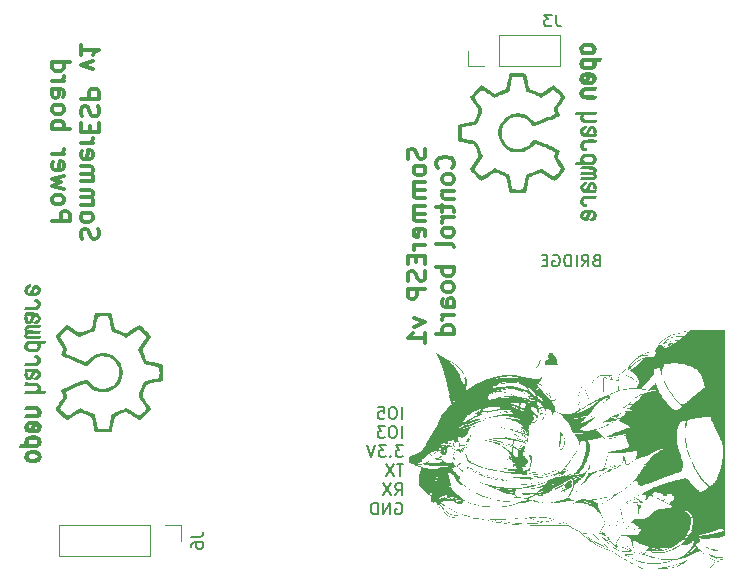
<source format=gbr>
%TF.GenerationSoftware,KiCad,Pcbnew,7.0.2*%
%TF.CreationDate,2023-10-09T18:23:24+02:00*%
%TF.ProjectId,SommerESP,536f6d6d-6572-4455-9350-2e6b69636164,rev?*%
%TF.SameCoordinates,Original*%
%TF.FileFunction,Legend,Bot*%
%TF.FilePolarity,Positive*%
%FSLAX46Y46*%
G04 Gerber Fmt 4.6, Leading zero omitted, Abs format (unit mm)*
G04 Created by KiCad (PCBNEW 7.0.2) date 2023-10-09 18:23:24*
%MOMM*%
%LPD*%
G01*
G04 APERTURE LIST*
%ADD10C,0.300000*%
%ADD11C,0.150000*%
%ADD12C,0.120000*%
G04 APERTURE END LIST*
D10*
X124290000Y-64310715D02*
X124361428Y-64525001D01*
X124361428Y-64525001D02*
X124361428Y-64882143D01*
X124361428Y-64882143D02*
X124290000Y-65025001D01*
X124290000Y-65025001D02*
X124218571Y-65096429D01*
X124218571Y-65096429D02*
X124075714Y-65167858D01*
X124075714Y-65167858D02*
X123932857Y-65167858D01*
X123932857Y-65167858D02*
X123790000Y-65096429D01*
X123790000Y-65096429D02*
X123718571Y-65025001D01*
X123718571Y-65025001D02*
X123647142Y-64882143D01*
X123647142Y-64882143D02*
X123575714Y-64596429D01*
X123575714Y-64596429D02*
X123504285Y-64453572D01*
X123504285Y-64453572D02*
X123432857Y-64382143D01*
X123432857Y-64382143D02*
X123290000Y-64310715D01*
X123290000Y-64310715D02*
X123147142Y-64310715D01*
X123147142Y-64310715D02*
X123004285Y-64382143D01*
X123004285Y-64382143D02*
X122932857Y-64453572D01*
X122932857Y-64453572D02*
X122861428Y-64596429D01*
X122861428Y-64596429D02*
X122861428Y-64953572D01*
X122861428Y-64953572D02*
X122932857Y-65167858D01*
X124361428Y-66025000D02*
X124290000Y-65882143D01*
X124290000Y-65882143D02*
X124218571Y-65810714D01*
X124218571Y-65810714D02*
X124075714Y-65739286D01*
X124075714Y-65739286D02*
X123647142Y-65739286D01*
X123647142Y-65739286D02*
X123504285Y-65810714D01*
X123504285Y-65810714D02*
X123432857Y-65882143D01*
X123432857Y-65882143D02*
X123361428Y-66025000D01*
X123361428Y-66025000D02*
X123361428Y-66239286D01*
X123361428Y-66239286D02*
X123432857Y-66382143D01*
X123432857Y-66382143D02*
X123504285Y-66453572D01*
X123504285Y-66453572D02*
X123647142Y-66525000D01*
X123647142Y-66525000D02*
X124075714Y-66525000D01*
X124075714Y-66525000D02*
X124218571Y-66453572D01*
X124218571Y-66453572D02*
X124290000Y-66382143D01*
X124290000Y-66382143D02*
X124361428Y-66239286D01*
X124361428Y-66239286D02*
X124361428Y-66025000D01*
X124361428Y-67167857D02*
X123361428Y-67167857D01*
X123504285Y-67167857D02*
X123432857Y-67239286D01*
X123432857Y-67239286D02*
X123361428Y-67382143D01*
X123361428Y-67382143D02*
X123361428Y-67596429D01*
X123361428Y-67596429D02*
X123432857Y-67739286D01*
X123432857Y-67739286D02*
X123575714Y-67810715D01*
X123575714Y-67810715D02*
X124361428Y-67810715D01*
X123575714Y-67810715D02*
X123432857Y-67882143D01*
X123432857Y-67882143D02*
X123361428Y-68025000D01*
X123361428Y-68025000D02*
X123361428Y-68239286D01*
X123361428Y-68239286D02*
X123432857Y-68382143D01*
X123432857Y-68382143D02*
X123575714Y-68453572D01*
X123575714Y-68453572D02*
X124361428Y-68453572D01*
X124361428Y-69167857D02*
X123361428Y-69167857D01*
X123504285Y-69167857D02*
X123432857Y-69239286D01*
X123432857Y-69239286D02*
X123361428Y-69382143D01*
X123361428Y-69382143D02*
X123361428Y-69596429D01*
X123361428Y-69596429D02*
X123432857Y-69739286D01*
X123432857Y-69739286D02*
X123575714Y-69810715D01*
X123575714Y-69810715D02*
X124361428Y-69810715D01*
X123575714Y-69810715D02*
X123432857Y-69882143D01*
X123432857Y-69882143D02*
X123361428Y-70025000D01*
X123361428Y-70025000D02*
X123361428Y-70239286D01*
X123361428Y-70239286D02*
X123432857Y-70382143D01*
X123432857Y-70382143D02*
X123575714Y-70453572D01*
X123575714Y-70453572D02*
X124361428Y-70453572D01*
X124290000Y-71739286D02*
X124361428Y-71596429D01*
X124361428Y-71596429D02*
X124361428Y-71310715D01*
X124361428Y-71310715D02*
X124290000Y-71167857D01*
X124290000Y-71167857D02*
X124147142Y-71096429D01*
X124147142Y-71096429D02*
X123575714Y-71096429D01*
X123575714Y-71096429D02*
X123432857Y-71167857D01*
X123432857Y-71167857D02*
X123361428Y-71310715D01*
X123361428Y-71310715D02*
X123361428Y-71596429D01*
X123361428Y-71596429D02*
X123432857Y-71739286D01*
X123432857Y-71739286D02*
X123575714Y-71810715D01*
X123575714Y-71810715D02*
X123718571Y-71810715D01*
X123718571Y-71810715D02*
X123861428Y-71096429D01*
X124361428Y-72453571D02*
X123361428Y-72453571D01*
X123647142Y-72453571D02*
X123504285Y-72525000D01*
X123504285Y-72525000D02*
X123432857Y-72596429D01*
X123432857Y-72596429D02*
X123361428Y-72739286D01*
X123361428Y-72739286D02*
X123361428Y-72882143D01*
X123575714Y-73382142D02*
X123575714Y-73882142D01*
X124361428Y-74096428D02*
X124361428Y-73382142D01*
X124361428Y-73382142D02*
X122861428Y-73382142D01*
X122861428Y-73382142D02*
X122861428Y-74096428D01*
X124290000Y-74667857D02*
X124361428Y-74882143D01*
X124361428Y-74882143D02*
X124361428Y-75239285D01*
X124361428Y-75239285D02*
X124290000Y-75382143D01*
X124290000Y-75382143D02*
X124218571Y-75453571D01*
X124218571Y-75453571D02*
X124075714Y-75525000D01*
X124075714Y-75525000D02*
X123932857Y-75525000D01*
X123932857Y-75525000D02*
X123790000Y-75453571D01*
X123790000Y-75453571D02*
X123718571Y-75382143D01*
X123718571Y-75382143D02*
X123647142Y-75239285D01*
X123647142Y-75239285D02*
X123575714Y-74953571D01*
X123575714Y-74953571D02*
X123504285Y-74810714D01*
X123504285Y-74810714D02*
X123432857Y-74739285D01*
X123432857Y-74739285D02*
X123290000Y-74667857D01*
X123290000Y-74667857D02*
X123147142Y-74667857D01*
X123147142Y-74667857D02*
X123004285Y-74739285D01*
X123004285Y-74739285D02*
X122932857Y-74810714D01*
X122932857Y-74810714D02*
X122861428Y-74953571D01*
X122861428Y-74953571D02*
X122861428Y-75310714D01*
X122861428Y-75310714D02*
X122932857Y-75525000D01*
X124361428Y-76167856D02*
X122861428Y-76167856D01*
X122861428Y-76167856D02*
X122861428Y-76739285D01*
X122861428Y-76739285D02*
X122932857Y-76882142D01*
X122932857Y-76882142D02*
X123004285Y-76953571D01*
X123004285Y-76953571D02*
X123147142Y-77024999D01*
X123147142Y-77024999D02*
X123361428Y-77024999D01*
X123361428Y-77024999D02*
X123504285Y-76953571D01*
X123504285Y-76953571D02*
X123575714Y-76882142D01*
X123575714Y-76882142D02*
X123647142Y-76739285D01*
X123647142Y-76739285D02*
X123647142Y-76167856D01*
X123361428Y-78667856D02*
X124361428Y-79024999D01*
X124361428Y-79024999D02*
X123361428Y-79382142D01*
X124361428Y-80739285D02*
X124361428Y-79882142D01*
X124361428Y-80310713D02*
X122861428Y-80310713D01*
X122861428Y-80310713D02*
X123075714Y-80167856D01*
X123075714Y-80167856D02*
X123218571Y-80024999D01*
X123218571Y-80024999D02*
X123290000Y-79882142D01*
X126648571Y-65917857D02*
X126720000Y-65846429D01*
X126720000Y-65846429D02*
X126791428Y-65632143D01*
X126791428Y-65632143D02*
X126791428Y-65489286D01*
X126791428Y-65489286D02*
X126720000Y-65275000D01*
X126720000Y-65275000D02*
X126577142Y-65132143D01*
X126577142Y-65132143D02*
X126434285Y-65060714D01*
X126434285Y-65060714D02*
X126148571Y-64989286D01*
X126148571Y-64989286D02*
X125934285Y-64989286D01*
X125934285Y-64989286D02*
X125648571Y-65060714D01*
X125648571Y-65060714D02*
X125505714Y-65132143D01*
X125505714Y-65132143D02*
X125362857Y-65275000D01*
X125362857Y-65275000D02*
X125291428Y-65489286D01*
X125291428Y-65489286D02*
X125291428Y-65632143D01*
X125291428Y-65632143D02*
X125362857Y-65846429D01*
X125362857Y-65846429D02*
X125434285Y-65917857D01*
X126791428Y-66775000D02*
X126720000Y-66632143D01*
X126720000Y-66632143D02*
X126648571Y-66560714D01*
X126648571Y-66560714D02*
X126505714Y-66489286D01*
X126505714Y-66489286D02*
X126077142Y-66489286D01*
X126077142Y-66489286D02*
X125934285Y-66560714D01*
X125934285Y-66560714D02*
X125862857Y-66632143D01*
X125862857Y-66632143D02*
X125791428Y-66775000D01*
X125791428Y-66775000D02*
X125791428Y-66989286D01*
X125791428Y-66989286D02*
X125862857Y-67132143D01*
X125862857Y-67132143D02*
X125934285Y-67203572D01*
X125934285Y-67203572D02*
X126077142Y-67275000D01*
X126077142Y-67275000D02*
X126505714Y-67275000D01*
X126505714Y-67275000D02*
X126648571Y-67203572D01*
X126648571Y-67203572D02*
X126720000Y-67132143D01*
X126720000Y-67132143D02*
X126791428Y-66989286D01*
X126791428Y-66989286D02*
X126791428Y-66775000D01*
X125791428Y-67917857D02*
X126791428Y-67917857D01*
X125934285Y-67917857D02*
X125862857Y-67989286D01*
X125862857Y-67989286D02*
X125791428Y-68132143D01*
X125791428Y-68132143D02*
X125791428Y-68346429D01*
X125791428Y-68346429D02*
X125862857Y-68489286D01*
X125862857Y-68489286D02*
X126005714Y-68560715D01*
X126005714Y-68560715D02*
X126791428Y-68560715D01*
X125791428Y-69060715D02*
X125791428Y-69632143D01*
X125291428Y-69275000D02*
X126577142Y-69275000D01*
X126577142Y-69275000D02*
X126720000Y-69346429D01*
X126720000Y-69346429D02*
X126791428Y-69489286D01*
X126791428Y-69489286D02*
X126791428Y-69632143D01*
X126791428Y-70132143D02*
X125791428Y-70132143D01*
X126077142Y-70132143D02*
X125934285Y-70203572D01*
X125934285Y-70203572D02*
X125862857Y-70275001D01*
X125862857Y-70275001D02*
X125791428Y-70417858D01*
X125791428Y-70417858D02*
X125791428Y-70560715D01*
X126791428Y-71275000D02*
X126720000Y-71132143D01*
X126720000Y-71132143D02*
X126648571Y-71060714D01*
X126648571Y-71060714D02*
X126505714Y-70989286D01*
X126505714Y-70989286D02*
X126077142Y-70989286D01*
X126077142Y-70989286D02*
X125934285Y-71060714D01*
X125934285Y-71060714D02*
X125862857Y-71132143D01*
X125862857Y-71132143D02*
X125791428Y-71275000D01*
X125791428Y-71275000D02*
X125791428Y-71489286D01*
X125791428Y-71489286D02*
X125862857Y-71632143D01*
X125862857Y-71632143D02*
X125934285Y-71703572D01*
X125934285Y-71703572D02*
X126077142Y-71775000D01*
X126077142Y-71775000D02*
X126505714Y-71775000D01*
X126505714Y-71775000D02*
X126648571Y-71703572D01*
X126648571Y-71703572D02*
X126720000Y-71632143D01*
X126720000Y-71632143D02*
X126791428Y-71489286D01*
X126791428Y-71489286D02*
X126791428Y-71275000D01*
X126791428Y-72632143D02*
X126720000Y-72489286D01*
X126720000Y-72489286D02*
X126577142Y-72417857D01*
X126577142Y-72417857D02*
X125291428Y-72417857D01*
X126791428Y-74346428D02*
X125291428Y-74346428D01*
X125862857Y-74346428D02*
X125791428Y-74489286D01*
X125791428Y-74489286D02*
X125791428Y-74775000D01*
X125791428Y-74775000D02*
X125862857Y-74917857D01*
X125862857Y-74917857D02*
X125934285Y-74989286D01*
X125934285Y-74989286D02*
X126077142Y-75060714D01*
X126077142Y-75060714D02*
X126505714Y-75060714D01*
X126505714Y-75060714D02*
X126648571Y-74989286D01*
X126648571Y-74989286D02*
X126720000Y-74917857D01*
X126720000Y-74917857D02*
X126791428Y-74775000D01*
X126791428Y-74775000D02*
X126791428Y-74489286D01*
X126791428Y-74489286D02*
X126720000Y-74346428D01*
X126791428Y-75917857D02*
X126720000Y-75775000D01*
X126720000Y-75775000D02*
X126648571Y-75703571D01*
X126648571Y-75703571D02*
X126505714Y-75632143D01*
X126505714Y-75632143D02*
X126077142Y-75632143D01*
X126077142Y-75632143D02*
X125934285Y-75703571D01*
X125934285Y-75703571D02*
X125862857Y-75775000D01*
X125862857Y-75775000D02*
X125791428Y-75917857D01*
X125791428Y-75917857D02*
X125791428Y-76132143D01*
X125791428Y-76132143D02*
X125862857Y-76275000D01*
X125862857Y-76275000D02*
X125934285Y-76346429D01*
X125934285Y-76346429D02*
X126077142Y-76417857D01*
X126077142Y-76417857D02*
X126505714Y-76417857D01*
X126505714Y-76417857D02*
X126648571Y-76346429D01*
X126648571Y-76346429D02*
X126720000Y-76275000D01*
X126720000Y-76275000D02*
X126791428Y-76132143D01*
X126791428Y-76132143D02*
X126791428Y-75917857D01*
X126791428Y-77703572D02*
X126005714Y-77703572D01*
X126005714Y-77703572D02*
X125862857Y-77632143D01*
X125862857Y-77632143D02*
X125791428Y-77489286D01*
X125791428Y-77489286D02*
X125791428Y-77203572D01*
X125791428Y-77203572D02*
X125862857Y-77060714D01*
X126720000Y-77703572D02*
X126791428Y-77560714D01*
X126791428Y-77560714D02*
X126791428Y-77203572D01*
X126791428Y-77203572D02*
X126720000Y-77060714D01*
X126720000Y-77060714D02*
X126577142Y-76989286D01*
X126577142Y-76989286D02*
X126434285Y-76989286D01*
X126434285Y-76989286D02*
X126291428Y-77060714D01*
X126291428Y-77060714D02*
X126220000Y-77203572D01*
X126220000Y-77203572D02*
X126220000Y-77560714D01*
X126220000Y-77560714D02*
X126148571Y-77703572D01*
X126791428Y-78417857D02*
X125791428Y-78417857D01*
X126077142Y-78417857D02*
X125934285Y-78489286D01*
X125934285Y-78489286D02*
X125862857Y-78560715D01*
X125862857Y-78560715D02*
X125791428Y-78703572D01*
X125791428Y-78703572D02*
X125791428Y-78846429D01*
X126791428Y-79989286D02*
X125291428Y-79989286D01*
X126720000Y-79989286D02*
X126791428Y-79846428D01*
X126791428Y-79846428D02*
X126791428Y-79560714D01*
X126791428Y-79560714D02*
X126720000Y-79417857D01*
X126720000Y-79417857D02*
X126648571Y-79346428D01*
X126648571Y-79346428D02*
X126505714Y-79275000D01*
X126505714Y-79275000D02*
X126077142Y-79275000D01*
X126077142Y-79275000D02*
X125934285Y-79346428D01*
X125934285Y-79346428D02*
X125862857Y-79417857D01*
X125862857Y-79417857D02*
X125791428Y-79560714D01*
X125791428Y-79560714D02*
X125791428Y-79846428D01*
X125791428Y-79846428D02*
X125862857Y-79989286D01*
D11*
X138828571Y-73753809D02*
X138685714Y-73801428D01*
X138685714Y-73801428D02*
X138638095Y-73849047D01*
X138638095Y-73849047D02*
X138590476Y-73944285D01*
X138590476Y-73944285D02*
X138590476Y-74087142D01*
X138590476Y-74087142D02*
X138638095Y-74182380D01*
X138638095Y-74182380D02*
X138685714Y-74230000D01*
X138685714Y-74230000D02*
X138780952Y-74277619D01*
X138780952Y-74277619D02*
X139161904Y-74277619D01*
X139161904Y-74277619D02*
X139161904Y-73277619D01*
X139161904Y-73277619D02*
X138828571Y-73277619D01*
X138828571Y-73277619D02*
X138733333Y-73325238D01*
X138733333Y-73325238D02*
X138685714Y-73372857D01*
X138685714Y-73372857D02*
X138638095Y-73468095D01*
X138638095Y-73468095D02*
X138638095Y-73563333D01*
X138638095Y-73563333D02*
X138685714Y-73658571D01*
X138685714Y-73658571D02*
X138733333Y-73706190D01*
X138733333Y-73706190D02*
X138828571Y-73753809D01*
X138828571Y-73753809D02*
X139161904Y-73753809D01*
X137590476Y-74277619D02*
X137923809Y-73801428D01*
X138161904Y-74277619D02*
X138161904Y-73277619D01*
X138161904Y-73277619D02*
X137780952Y-73277619D01*
X137780952Y-73277619D02*
X137685714Y-73325238D01*
X137685714Y-73325238D02*
X137638095Y-73372857D01*
X137638095Y-73372857D02*
X137590476Y-73468095D01*
X137590476Y-73468095D02*
X137590476Y-73610952D01*
X137590476Y-73610952D02*
X137638095Y-73706190D01*
X137638095Y-73706190D02*
X137685714Y-73753809D01*
X137685714Y-73753809D02*
X137780952Y-73801428D01*
X137780952Y-73801428D02*
X138161904Y-73801428D01*
X137161904Y-74277619D02*
X137161904Y-73277619D01*
X136685714Y-74277619D02*
X136685714Y-73277619D01*
X136685714Y-73277619D02*
X136447619Y-73277619D01*
X136447619Y-73277619D02*
X136304762Y-73325238D01*
X136304762Y-73325238D02*
X136209524Y-73420476D01*
X136209524Y-73420476D02*
X136161905Y-73515714D01*
X136161905Y-73515714D02*
X136114286Y-73706190D01*
X136114286Y-73706190D02*
X136114286Y-73849047D01*
X136114286Y-73849047D02*
X136161905Y-74039523D01*
X136161905Y-74039523D02*
X136209524Y-74134761D01*
X136209524Y-74134761D02*
X136304762Y-74230000D01*
X136304762Y-74230000D02*
X136447619Y-74277619D01*
X136447619Y-74277619D02*
X136685714Y-74277619D01*
X135161905Y-73325238D02*
X135257143Y-73277619D01*
X135257143Y-73277619D02*
X135400000Y-73277619D01*
X135400000Y-73277619D02*
X135542857Y-73325238D01*
X135542857Y-73325238D02*
X135638095Y-73420476D01*
X135638095Y-73420476D02*
X135685714Y-73515714D01*
X135685714Y-73515714D02*
X135733333Y-73706190D01*
X135733333Y-73706190D02*
X135733333Y-73849047D01*
X135733333Y-73849047D02*
X135685714Y-74039523D01*
X135685714Y-74039523D02*
X135638095Y-74134761D01*
X135638095Y-74134761D02*
X135542857Y-74230000D01*
X135542857Y-74230000D02*
X135400000Y-74277619D01*
X135400000Y-74277619D02*
X135304762Y-74277619D01*
X135304762Y-74277619D02*
X135161905Y-74230000D01*
X135161905Y-74230000D02*
X135114286Y-74182380D01*
X135114286Y-74182380D02*
X135114286Y-73849047D01*
X135114286Y-73849047D02*
X135304762Y-73849047D01*
X134685714Y-73753809D02*
X134352381Y-73753809D01*
X134209524Y-74277619D02*
X134685714Y-74277619D01*
X134685714Y-74277619D02*
X134685714Y-73277619D01*
X134685714Y-73277619D02*
X134209524Y-73277619D01*
X122361904Y-87177619D02*
X122361904Y-86177619D01*
X121695238Y-86177619D02*
X121504762Y-86177619D01*
X121504762Y-86177619D02*
X121409524Y-86225238D01*
X121409524Y-86225238D02*
X121314286Y-86320476D01*
X121314286Y-86320476D02*
X121266667Y-86510952D01*
X121266667Y-86510952D02*
X121266667Y-86844285D01*
X121266667Y-86844285D02*
X121314286Y-87034761D01*
X121314286Y-87034761D02*
X121409524Y-87130000D01*
X121409524Y-87130000D02*
X121504762Y-87177619D01*
X121504762Y-87177619D02*
X121695238Y-87177619D01*
X121695238Y-87177619D02*
X121790476Y-87130000D01*
X121790476Y-87130000D02*
X121885714Y-87034761D01*
X121885714Y-87034761D02*
X121933333Y-86844285D01*
X121933333Y-86844285D02*
X121933333Y-86510952D01*
X121933333Y-86510952D02*
X121885714Y-86320476D01*
X121885714Y-86320476D02*
X121790476Y-86225238D01*
X121790476Y-86225238D02*
X121695238Y-86177619D01*
X120361905Y-86177619D02*
X120838095Y-86177619D01*
X120838095Y-86177619D02*
X120885714Y-86653809D01*
X120885714Y-86653809D02*
X120838095Y-86606190D01*
X120838095Y-86606190D02*
X120742857Y-86558571D01*
X120742857Y-86558571D02*
X120504762Y-86558571D01*
X120504762Y-86558571D02*
X120409524Y-86606190D01*
X120409524Y-86606190D02*
X120361905Y-86653809D01*
X120361905Y-86653809D02*
X120314286Y-86749047D01*
X120314286Y-86749047D02*
X120314286Y-86987142D01*
X120314286Y-86987142D02*
X120361905Y-87082380D01*
X120361905Y-87082380D02*
X120409524Y-87130000D01*
X120409524Y-87130000D02*
X120504762Y-87177619D01*
X120504762Y-87177619D02*
X120742857Y-87177619D01*
X120742857Y-87177619D02*
X120838095Y-87130000D01*
X120838095Y-87130000D02*
X120885714Y-87082380D01*
X122361904Y-88797619D02*
X122361904Y-87797619D01*
X121695238Y-87797619D02*
X121504762Y-87797619D01*
X121504762Y-87797619D02*
X121409524Y-87845238D01*
X121409524Y-87845238D02*
X121314286Y-87940476D01*
X121314286Y-87940476D02*
X121266667Y-88130952D01*
X121266667Y-88130952D02*
X121266667Y-88464285D01*
X121266667Y-88464285D02*
X121314286Y-88654761D01*
X121314286Y-88654761D02*
X121409524Y-88750000D01*
X121409524Y-88750000D02*
X121504762Y-88797619D01*
X121504762Y-88797619D02*
X121695238Y-88797619D01*
X121695238Y-88797619D02*
X121790476Y-88750000D01*
X121790476Y-88750000D02*
X121885714Y-88654761D01*
X121885714Y-88654761D02*
X121933333Y-88464285D01*
X121933333Y-88464285D02*
X121933333Y-88130952D01*
X121933333Y-88130952D02*
X121885714Y-87940476D01*
X121885714Y-87940476D02*
X121790476Y-87845238D01*
X121790476Y-87845238D02*
X121695238Y-87797619D01*
X120933333Y-87797619D02*
X120314286Y-87797619D01*
X120314286Y-87797619D02*
X120647619Y-88178571D01*
X120647619Y-88178571D02*
X120504762Y-88178571D01*
X120504762Y-88178571D02*
X120409524Y-88226190D01*
X120409524Y-88226190D02*
X120361905Y-88273809D01*
X120361905Y-88273809D02*
X120314286Y-88369047D01*
X120314286Y-88369047D02*
X120314286Y-88607142D01*
X120314286Y-88607142D02*
X120361905Y-88702380D01*
X120361905Y-88702380D02*
X120409524Y-88750000D01*
X120409524Y-88750000D02*
X120504762Y-88797619D01*
X120504762Y-88797619D02*
X120790476Y-88797619D01*
X120790476Y-88797619D02*
X120885714Y-88750000D01*
X120885714Y-88750000D02*
X120933333Y-88702380D01*
X122457142Y-89417619D02*
X121838095Y-89417619D01*
X121838095Y-89417619D02*
X122171428Y-89798571D01*
X122171428Y-89798571D02*
X122028571Y-89798571D01*
X122028571Y-89798571D02*
X121933333Y-89846190D01*
X121933333Y-89846190D02*
X121885714Y-89893809D01*
X121885714Y-89893809D02*
X121838095Y-89989047D01*
X121838095Y-89989047D02*
X121838095Y-90227142D01*
X121838095Y-90227142D02*
X121885714Y-90322380D01*
X121885714Y-90322380D02*
X121933333Y-90370000D01*
X121933333Y-90370000D02*
X122028571Y-90417619D01*
X122028571Y-90417619D02*
X122314285Y-90417619D01*
X122314285Y-90417619D02*
X122409523Y-90370000D01*
X122409523Y-90370000D02*
X122457142Y-90322380D01*
X121409523Y-90322380D02*
X121361904Y-90370000D01*
X121361904Y-90370000D02*
X121409523Y-90417619D01*
X121409523Y-90417619D02*
X121457142Y-90370000D01*
X121457142Y-90370000D02*
X121409523Y-90322380D01*
X121409523Y-90322380D02*
X121409523Y-90417619D01*
X121028571Y-89417619D02*
X120409524Y-89417619D01*
X120409524Y-89417619D02*
X120742857Y-89798571D01*
X120742857Y-89798571D02*
X120600000Y-89798571D01*
X120600000Y-89798571D02*
X120504762Y-89846190D01*
X120504762Y-89846190D02*
X120457143Y-89893809D01*
X120457143Y-89893809D02*
X120409524Y-89989047D01*
X120409524Y-89989047D02*
X120409524Y-90227142D01*
X120409524Y-90227142D02*
X120457143Y-90322380D01*
X120457143Y-90322380D02*
X120504762Y-90370000D01*
X120504762Y-90370000D02*
X120600000Y-90417619D01*
X120600000Y-90417619D02*
X120885714Y-90417619D01*
X120885714Y-90417619D02*
X120980952Y-90370000D01*
X120980952Y-90370000D02*
X121028571Y-90322380D01*
X120123809Y-89417619D02*
X119790476Y-90417619D01*
X119790476Y-90417619D02*
X119457143Y-89417619D01*
X122504761Y-91037619D02*
X121933333Y-91037619D01*
X122219047Y-92037619D02*
X122219047Y-91037619D01*
X121695237Y-91037619D02*
X121028571Y-92037619D01*
X121028571Y-91037619D02*
X121695237Y-92037619D01*
X121790476Y-93657619D02*
X122123809Y-93181428D01*
X122361904Y-93657619D02*
X122361904Y-92657619D01*
X122361904Y-92657619D02*
X121980952Y-92657619D01*
X121980952Y-92657619D02*
X121885714Y-92705238D01*
X121885714Y-92705238D02*
X121838095Y-92752857D01*
X121838095Y-92752857D02*
X121790476Y-92848095D01*
X121790476Y-92848095D02*
X121790476Y-92990952D01*
X121790476Y-92990952D02*
X121838095Y-93086190D01*
X121838095Y-93086190D02*
X121885714Y-93133809D01*
X121885714Y-93133809D02*
X121980952Y-93181428D01*
X121980952Y-93181428D02*
X122361904Y-93181428D01*
X121457142Y-92657619D02*
X120790476Y-93657619D01*
X120790476Y-92657619D02*
X121457142Y-93657619D01*
X121838095Y-94325238D02*
X121933333Y-94277619D01*
X121933333Y-94277619D02*
X122076190Y-94277619D01*
X122076190Y-94277619D02*
X122219047Y-94325238D01*
X122219047Y-94325238D02*
X122314285Y-94420476D01*
X122314285Y-94420476D02*
X122361904Y-94515714D01*
X122361904Y-94515714D02*
X122409523Y-94706190D01*
X122409523Y-94706190D02*
X122409523Y-94849047D01*
X122409523Y-94849047D02*
X122361904Y-95039523D01*
X122361904Y-95039523D02*
X122314285Y-95134761D01*
X122314285Y-95134761D02*
X122219047Y-95230000D01*
X122219047Y-95230000D02*
X122076190Y-95277619D01*
X122076190Y-95277619D02*
X121980952Y-95277619D01*
X121980952Y-95277619D02*
X121838095Y-95230000D01*
X121838095Y-95230000D02*
X121790476Y-95182380D01*
X121790476Y-95182380D02*
X121790476Y-94849047D01*
X121790476Y-94849047D02*
X121980952Y-94849047D01*
X121361904Y-95277619D02*
X121361904Y-94277619D01*
X121361904Y-94277619D02*
X120790476Y-95277619D01*
X120790476Y-95277619D02*
X120790476Y-94277619D01*
X120314285Y-95277619D02*
X120314285Y-94277619D01*
X120314285Y-94277619D02*
X120076190Y-94277619D01*
X120076190Y-94277619D02*
X119933333Y-94325238D01*
X119933333Y-94325238D02*
X119838095Y-94420476D01*
X119838095Y-94420476D02*
X119790476Y-94515714D01*
X119790476Y-94515714D02*
X119742857Y-94706190D01*
X119742857Y-94706190D02*
X119742857Y-94849047D01*
X119742857Y-94849047D02*
X119790476Y-95039523D01*
X119790476Y-95039523D02*
X119838095Y-95134761D01*
X119838095Y-95134761D02*
X119933333Y-95230000D01*
X119933333Y-95230000D02*
X120076190Y-95277619D01*
X120076190Y-95277619D02*
X120314285Y-95277619D01*
D10*
X95260000Y-71939284D02*
X95188571Y-71724999D01*
X95188571Y-71724999D02*
X95188571Y-71367856D01*
X95188571Y-71367856D02*
X95260000Y-71224999D01*
X95260000Y-71224999D02*
X95331428Y-71153570D01*
X95331428Y-71153570D02*
X95474285Y-71082141D01*
X95474285Y-71082141D02*
X95617142Y-71082141D01*
X95617142Y-71082141D02*
X95760000Y-71153570D01*
X95760000Y-71153570D02*
X95831428Y-71224999D01*
X95831428Y-71224999D02*
X95902857Y-71367856D01*
X95902857Y-71367856D02*
X95974285Y-71653570D01*
X95974285Y-71653570D02*
X96045714Y-71796427D01*
X96045714Y-71796427D02*
X96117142Y-71867856D01*
X96117142Y-71867856D02*
X96260000Y-71939284D01*
X96260000Y-71939284D02*
X96402857Y-71939284D01*
X96402857Y-71939284D02*
X96545714Y-71867856D01*
X96545714Y-71867856D02*
X96617142Y-71796427D01*
X96617142Y-71796427D02*
X96688571Y-71653570D01*
X96688571Y-71653570D02*
X96688571Y-71296427D01*
X96688571Y-71296427D02*
X96617142Y-71082141D01*
X95188571Y-70224999D02*
X95260000Y-70367856D01*
X95260000Y-70367856D02*
X95331428Y-70439285D01*
X95331428Y-70439285D02*
X95474285Y-70510713D01*
X95474285Y-70510713D02*
X95902857Y-70510713D01*
X95902857Y-70510713D02*
X96045714Y-70439285D01*
X96045714Y-70439285D02*
X96117142Y-70367856D01*
X96117142Y-70367856D02*
X96188571Y-70224999D01*
X96188571Y-70224999D02*
X96188571Y-70010713D01*
X96188571Y-70010713D02*
X96117142Y-69867856D01*
X96117142Y-69867856D02*
X96045714Y-69796428D01*
X96045714Y-69796428D02*
X95902857Y-69724999D01*
X95902857Y-69724999D02*
X95474285Y-69724999D01*
X95474285Y-69724999D02*
X95331428Y-69796428D01*
X95331428Y-69796428D02*
X95260000Y-69867856D01*
X95260000Y-69867856D02*
X95188571Y-70010713D01*
X95188571Y-70010713D02*
X95188571Y-70224999D01*
X95188571Y-69082142D02*
X96188571Y-69082142D01*
X96045714Y-69082142D02*
X96117142Y-69010713D01*
X96117142Y-69010713D02*
X96188571Y-68867856D01*
X96188571Y-68867856D02*
X96188571Y-68653570D01*
X96188571Y-68653570D02*
X96117142Y-68510713D01*
X96117142Y-68510713D02*
X95974285Y-68439285D01*
X95974285Y-68439285D02*
X95188571Y-68439285D01*
X95974285Y-68439285D02*
X96117142Y-68367856D01*
X96117142Y-68367856D02*
X96188571Y-68224999D01*
X96188571Y-68224999D02*
X96188571Y-68010713D01*
X96188571Y-68010713D02*
X96117142Y-67867856D01*
X96117142Y-67867856D02*
X95974285Y-67796427D01*
X95974285Y-67796427D02*
X95188571Y-67796427D01*
X95188571Y-67082142D02*
X96188571Y-67082142D01*
X96045714Y-67082142D02*
X96117142Y-67010713D01*
X96117142Y-67010713D02*
X96188571Y-66867856D01*
X96188571Y-66867856D02*
X96188571Y-66653570D01*
X96188571Y-66653570D02*
X96117142Y-66510713D01*
X96117142Y-66510713D02*
X95974285Y-66439285D01*
X95974285Y-66439285D02*
X95188571Y-66439285D01*
X95974285Y-66439285D02*
X96117142Y-66367856D01*
X96117142Y-66367856D02*
X96188571Y-66224999D01*
X96188571Y-66224999D02*
X96188571Y-66010713D01*
X96188571Y-66010713D02*
X96117142Y-65867856D01*
X96117142Y-65867856D02*
X95974285Y-65796427D01*
X95974285Y-65796427D02*
X95188571Y-65796427D01*
X95260000Y-64510713D02*
X95188571Y-64653570D01*
X95188571Y-64653570D02*
X95188571Y-64939285D01*
X95188571Y-64939285D02*
X95260000Y-65082142D01*
X95260000Y-65082142D02*
X95402857Y-65153570D01*
X95402857Y-65153570D02*
X95974285Y-65153570D01*
X95974285Y-65153570D02*
X96117142Y-65082142D01*
X96117142Y-65082142D02*
X96188571Y-64939285D01*
X96188571Y-64939285D02*
X96188571Y-64653570D01*
X96188571Y-64653570D02*
X96117142Y-64510713D01*
X96117142Y-64510713D02*
X95974285Y-64439285D01*
X95974285Y-64439285D02*
X95831428Y-64439285D01*
X95831428Y-64439285D02*
X95688571Y-65153570D01*
X95188571Y-63796428D02*
X96188571Y-63796428D01*
X95902857Y-63796428D02*
X96045714Y-63724999D01*
X96045714Y-63724999D02*
X96117142Y-63653571D01*
X96117142Y-63653571D02*
X96188571Y-63510713D01*
X96188571Y-63510713D02*
X96188571Y-63367856D01*
X95974285Y-62867857D02*
X95974285Y-62367857D01*
X95188571Y-62153571D02*
X95188571Y-62867857D01*
X95188571Y-62867857D02*
X96688571Y-62867857D01*
X96688571Y-62867857D02*
X96688571Y-62153571D01*
X95260000Y-61582142D02*
X95188571Y-61367857D01*
X95188571Y-61367857D02*
X95188571Y-61010714D01*
X95188571Y-61010714D02*
X95260000Y-60867857D01*
X95260000Y-60867857D02*
X95331428Y-60796428D01*
X95331428Y-60796428D02*
X95474285Y-60724999D01*
X95474285Y-60724999D02*
X95617142Y-60724999D01*
X95617142Y-60724999D02*
X95760000Y-60796428D01*
X95760000Y-60796428D02*
X95831428Y-60867857D01*
X95831428Y-60867857D02*
X95902857Y-61010714D01*
X95902857Y-61010714D02*
X95974285Y-61296428D01*
X95974285Y-61296428D02*
X96045714Y-61439285D01*
X96045714Y-61439285D02*
X96117142Y-61510714D01*
X96117142Y-61510714D02*
X96260000Y-61582142D01*
X96260000Y-61582142D02*
X96402857Y-61582142D01*
X96402857Y-61582142D02*
X96545714Y-61510714D01*
X96545714Y-61510714D02*
X96617142Y-61439285D01*
X96617142Y-61439285D02*
X96688571Y-61296428D01*
X96688571Y-61296428D02*
X96688571Y-60939285D01*
X96688571Y-60939285D02*
X96617142Y-60724999D01*
X95188571Y-60082143D02*
X96688571Y-60082143D01*
X96688571Y-60082143D02*
X96688571Y-59510714D01*
X96688571Y-59510714D02*
X96617142Y-59367857D01*
X96617142Y-59367857D02*
X96545714Y-59296428D01*
X96545714Y-59296428D02*
X96402857Y-59225000D01*
X96402857Y-59225000D02*
X96188571Y-59225000D01*
X96188571Y-59225000D02*
X96045714Y-59296428D01*
X96045714Y-59296428D02*
X95974285Y-59367857D01*
X95974285Y-59367857D02*
X95902857Y-59510714D01*
X95902857Y-59510714D02*
X95902857Y-60082143D01*
X96188571Y-57582143D02*
X95188571Y-57225000D01*
X95188571Y-57225000D02*
X96188571Y-56867857D01*
X95188571Y-55510714D02*
X95188571Y-56367857D01*
X95188571Y-55939286D02*
X96688571Y-55939286D01*
X96688571Y-55939286D02*
X96474285Y-56082143D01*
X96474285Y-56082143D02*
X96331428Y-56225000D01*
X96331428Y-56225000D02*
X96260000Y-56367857D01*
X92758571Y-70439285D02*
X94258571Y-70439285D01*
X94258571Y-70439285D02*
X94258571Y-69867856D01*
X94258571Y-69867856D02*
X94187142Y-69724999D01*
X94187142Y-69724999D02*
X94115714Y-69653570D01*
X94115714Y-69653570D02*
X93972857Y-69582142D01*
X93972857Y-69582142D02*
X93758571Y-69582142D01*
X93758571Y-69582142D02*
X93615714Y-69653570D01*
X93615714Y-69653570D02*
X93544285Y-69724999D01*
X93544285Y-69724999D02*
X93472857Y-69867856D01*
X93472857Y-69867856D02*
X93472857Y-70439285D01*
X92758571Y-68724999D02*
X92830000Y-68867856D01*
X92830000Y-68867856D02*
X92901428Y-68939285D01*
X92901428Y-68939285D02*
X93044285Y-69010713D01*
X93044285Y-69010713D02*
X93472857Y-69010713D01*
X93472857Y-69010713D02*
X93615714Y-68939285D01*
X93615714Y-68939285D02*
X93687142Y-68867856D01*
X93687142Y-68867856D02*
X93758571Y-68724999D01*
X93758571Y-68724999D02*
X93758571Y-68510713D01*
X93758571Y-68510713D02*
X93687142Y-68367856D01*
X93687142Y-68367856D02*
X93615714Y-68296428D01*
X93615714Y-68296428D02*
X93472857Y-68224999D01*
X93472857Y-68224999D02*
X93044285Y-68224999D01*
X93044285Y-68224999D02*
X92901428Y-68296428D01*
X92901428Y-68296428D02*
X92830000Y-68367856D01*
X92830000Y-68367856D02*
X92758571Y-68510713D01*
X92758571Y-68510713D02*
X92758571Y-68724999D01*
X93758571Y-67724999D02*
X92758571Y-67439285D01*
X92758571Y-67439285D02*
X93472857Y-67153570D01*
X93472857Y-67153570D02*
X92758571Y-66867856D01*
X92758571Y-66867856D02*
X93758571Y-66582142D01*
X92830000Y-65439284D02*
X92758571Y-65582141D01*
X92758571Y-65582141D02*
X92758571Y-65867856D01*
X92758571Y-65867856D02*
X92830000Y-66010713D01*
X92830000Y-66010713D02*
X92972857Y-66082141D01*
X92972857Y-66082141D02*
X93544285Y-66082141D01*
X93544285Y-66082141D02*
X93687142Y-66010713D01*
X93687142Y-66010713D02*
X93758571Y-65867856D01*
X93758571Y-65867856D02*
X93758571Y-65582141D01*
X93758571Y-65582141D02*
X93687142Y-65439284D01*
X93687142Y-65439284D02*
X93544285Y-65367856D01*
X93544285Y-65367856D02*
X93401428Y-65367856D01*
X93401428Y-65367856D02*
X93258571Y-66082141D01*
X92758571Y-64724999D02*
X93758571Y-64724999D01*
X93472857Y-64724999D02*
X93615714Y-64653570D01*
X93615714Y-64653570D02*
X93687142Y-64582142D01*
X93687142Y-64582142D02*
X93758571Y-64439284D01*
X93758571Y-64439284D02*
X93758571Y-64296427D01*
X92758571Y-62653571D02*
X94258571Y-62653571D01*
X93687142Y-62653571D02*
X93758571Y-62510714D01*
X93758571Y-62510714D02*
X93758571Y-62224999D01*
X93758571Y-62224999D02*
X93687142Y-62082142D01*
X93687142Y-62082142D02*
X93615714Y-62010714D01*
X93615714Y-62010714D02*
X93472857Y-61939285D01*
X93472857Y-61939285D02*
X93044285Y-61939285D01*
X93044285Y-61939285D02*
X92901428Y-62010714D01*
X92901428Y-62010714D02*
X92830000Y-62082142D01*
X92830000Y-62082142D02*
X92758571Y-62224999D01*
X92758571Y-62224999D02*
X92758571Y-62510714D01*
X92758571Y-62510714D02*
X92830000Y-62653571D01*
X92758571Y-61082142D02*
X92830000Y-61224999D01*
X92830000Y-61224999D02*
X92901428Y-61296428D01*
X92901428Y-61296428D02*
X93044285Y-61367856D01*
X93044285Y-61367856D02*
X93472857Y-61367856D01*
X93472857Y-61367856D02*
X93615714Y-61296428D01*
X93615714Y-61296428D02*
X93687142Y-61224999D01*
X93687142Y-61224999D02*
X93758571Y-61082142D01*
X93758571Y-61082142D02*
X93758571Y-60867856D01*
X93758571Y-60867856D02*
X93687142Y-60724999D01*
X93687142Y-60724999D02*
X93615714Y-60653571D01*
X93615714Y-60653571D02*
X93472857Y-60582142D01*
X93472857Y-60582142D02*
X93044285Y-60582142D01*
X93044285Y-60582142D02*
X92901428Y-60653571D01*
X92901428Y-60653571D02*
X92830000Y-60724999D01*
X92830000Y-60724999D02*
X92758571Y-60867856D01*
X92758571Y-60867856D02*
X92758571Y-61082142D01*
X92758571Y-59296428D02*
X93544285Y-59296428D01*
X93544285Y-59296428D02*
X93687142Y-59367856D01*
X93687142Y-59367856D02*
X93758571Y-59510713D01*
X93758571Y-59510713D02*
X93758571Y-59796428D01*
X93758571Y-59796428D02*
X93687142Y-59939285D01*
X92830000Y-59296428D02*
X92758571Y-59439285D01*
X92758571Y-59439285D02*
X92758571Y-59796428D01*
X92758571Y-59796428D02*
X92830000Y-59939285D01*
X92830000Y-59939285D02*
X92972857Y-60010713D01*
X92972857Y-60010713D02*
X93115714Y-60010713D01*
X93115714Y-60010713D02*
X93258571Y-59939285D01*
X93258571Y-59939285D02*
X93330000Y-59796428D01*
X93330000Y-59796428D02*
X93330000Y-59439285D01*
X93330000Y-59439285D02*
X93401428Y-59296428D01*
X92758571Y-58582142D02*
X93758571Y-58582142D01*
X93472857Y-58582142D02*
X93615714Y-58510713D01*
X93615714Y-58510713D02*
X93687142Y-58439285D01*
X93687142Y-58439285D02*
X93758571Y-58296427D01*
X93758571Y-58296427D02*
X93758571Y-58153570D01*
X92758571Y-57010714D02*
X94258571Y-57010714D01*
X92830000Y-57010714D02*
X92758571Y-57153571D01*
X92758571Y-57153571D02*
X92758571Y-57439285D01*
X92758571Y-57439285D02*
X92830000Y-57582142D01*
X92830000Y-57582142D02*
X92901428Y-57653571D01*
X92901428Y-57653571D02*
X93044285Y-57724999D01*
X93044285Y-57724999D02*
X93472857Y-57724999D01*
X93472857Y-57724999D02*
X93615714Y-57653571D01*
X93615714Y-57653571D02*
X93687142Y-57582142D01*
X93687142Y-57582142D02*
X93758571Y-57439285D01*
X93758571Y-57439285D02*
X93758571Y-57153571D01*
X93758571Y-57153571D02*
X93687142Y-57010714D01*
D11*
%TO.C,J6*%
X104552619Y-97166666D02*
X105266904Y-97166666D01*
X105266904Y-97166666D02*
X105409761Y-97119047D01*
X105409761Y-97119047D02*
X105505000Y-97023809D01*
X105505000Y-97023809D02*
X105552619Y-96880952D01*
X105552619Y-96880952D02*
X105552619Y-96785714D01*
X104552619Y-98071428D02*
X104552619Y-97880952D01*
X104552619Y-97880952D02*
X104600238Y-97785714D01*
X104600238Y-97785714D02*
X104647857Y-97738095D01*
X104647857Y-97738095D02*
X104790714Y-97642857D01*
X104790714Y-97642857D02*
X104981190Y-97595238D01*
X104981190Y-97595238D02*
X105362142Y-97595238D01*
X105362142Y-97595238D02*
X105457380Y-97642857D01*
X105457380Y-97642857D02*
X105505000Y-97690476D01*
X105505000Y-97690476D02*
X105552619Y-97785714D01*
X105552619Y-97785714D02*
X105552619Y-97976190D01*
X105552619Y-97976190D02*
X105505000Y-98071428D01*
X105505000Y-98071428D02*
X105457380Y-98119047D01*
X105457380Y-98119047D02*
X105362142Y-98166666D01*
X105362142Y-98166666D02*
X105124047Y-98166666D01*
X105124047Y-98166666D02*
X105028809Y-98119047D01*
X105028809Y-98119047D02*
X104981190Y-98071428D01*
X104981190Y-98071428D02*
X104933571Y-97976190D01*
X104933571Y-97976190D02*
X104933571Y-97785714D01*
X104933571Y-97785714D02*
X104981190Y-97690476D01*
X104981190Y-97690476D02*
X105028809Y-97642857D01*
X105028809Y-97642857D02*
X105124047Y-97595238D01*
%TO.C,J3*%
X135433333Y-52962619D02*
X135433333Y-53676904D01*
X135433333Y-53676904D02*
X135480952Y-53819761D01*
X135480952Y-53819761D02*
X135576190Y-53915000D01*
X135576190Y-53915000D02*
X135719047Y-53962619D01*
X135719047Y-53962619D02*
X135814285Y-53962619D01*
X135052380Y-52962619D02*
X134433333Y-52962619D01*
X134433333Y-52962619D02*
X134766666Y-53343571D01*
X134766666Y-53343571D02*
X134623809Y-53343571D01*
X134623809Y-53343571D02*
X134528571Y-53391190D01*
X134528571Y-53391190D02*
X134480952Y-53438809D01*
X134480952Y-53438809D02*
X134433333Y-53534047D01*
X134433333Y-53534047D02*
X134433333Y-53772142D01*
X134433333Y-53772142D02*
X134480952Y-53867380D01*
X134480952Y-53867380D02*
X134528571Y-53915000D01*
X134528571Y-53915000D02*
X134623809Y-53962619D01*
X134623809Y-53962619D02*
X134909523Y-53962619D01*
X134909523Y-53962619D02*
X135004761Y-53915000D01*
X135004761Y-53915000D02*
X135052380Y-53867380D01*
%TO.C,G\u002A\u002A\u002A*%
G36*
X138611399Y-63532178D02*
G01*
X138716666Y-63537239D01*
X138785184Y-63545070D01*
X138826382Y-63556679D01*
X138857482Y-63584513D01*
X138855487Y-63633969D01*
X138822564Y-63714900D01*
X138781278Y-63801479D01*
X138337975Y-63810590D01*
X138303902Y-63811313D01*
X138133767Y-63816185D01*
X138005910Y-63823478D01*
X137913449Y-63834941D01*
X137849502Y-63852323D01*
X137807188Y-63877371D01*
X137779625Y-63911835D01*
X137759929Y-63957463D01*
X137754101Y-63977205D01*
X137752759Y-64070686D01*
X137789327Y-64153081D01*
X137855535Y-64211881D01*
X137943115Y-64234578D01*
X138019404Y-64240390D01*
X138062162Y-64263798D01*
X138066545Y-64312604D01*
X138037138Y-64394616D01*
X138024471Y-64422514D01*
X137991794Y-64479755D01*
X137957322Y-64505270D01*
X137907673Y-64511100D01*
X137872799Y-64509309D01*
X137749705Y-64473933D01*
X137641041Y-64400217D01*
X137553265Y-64297311D01*
X137492835Y-64174364D01*
X137466210Y-64040528D01*
X137479847Y-63904950D01*
X137528377Y-63798401D01*
X137611195Y-63693723D01*
X137713015Y-63608457D01*
X137819236Y-63557548D01*
X137849972Y-63551681D01*
X137935020Y-63543234D01*
X138052093Y-63536669D01*
X138189731Y-63532132D01*
X138336469Y-63529773D01*
X138480846Y-63529739D01*
X138611399Y-63532178D01*
G37*
G36*
X138854044Y-68367614D02*
G01*
X138832889Y-68437948D01*
X138799970Y-68506068D01*
X138797391Y-68509976D01*
X138782022Y-68529671D01*
X138761228Y-68543887D01*
X138727523Y-68553516D01*
X138673419Y-68559452D01*
X138591428Y-68562587D01*
X138474065Y-68563814D01*
X138313843Y-68564024D01*
X138306567Y-68564024D01*
X138147826Y-68564314D01*
X138031419Y-68565747D01*
X137949642Y-68569198D01*
X137894788Y-68575541D01*
X137859151Y-68585649D01*
X137835025Y-68600399D01*
X137814705Y-68620664D01*
X137761150Y-68694840D01*
X137745117Y-68768921D01*
X137767838Y-68855086D01*
X137802907Y-68913264D01*
X137884162Y-68971918D01*
X137995520Y-68991972D01*
X138027135Y-68994137D01*
X138065194Y-69014613D01*
X138067122Y-69061451D01*
X138034439Y-69140442D01*
X137992732Y-69214789D01*
X137954104Y-69252506D01*
X137903931Y-69259101D01*
X137826460Y-69242285D01*
X137722045Y-69194624D01*
X137617326Y-69110929D01*
X137532101Y-69007333D01*
X137481312Y-68898707D01*
X137468293Y-68829858D01*
X137474653Y-68682592D01*
X137523587Y-68544226D01*
X137610228Y-68425749D01*
X137729706Y-68338147D01*
X137731426Y-68337272D01*
X137769347Y-68320145D01*
X137811185Y-68307400D01*
X137864676Y-68298400D01*
X137937559Y-68292509D01*
X138037572Y-68289088D01*
X138172452Y-68287503D01*
X138349939Y-68287116D01*
X138870144Y-68287116D01*
X138854044Y-68367614D01*
G37*
G36*
X138225726Y-55351430D02*
G01*
X138294471Y-55352516D01*
X138406339Y-55359860D01*
X138481127Y-55371763D01*
X138512393Y-55381903D01*
X138626313Y-55442893D01*
X138734082Y-55532842D01*
X138817606Y-55637462D01*
X138834244Y-55671689D01*
X138859069Y-55776166D01*
X138864252Y-55899187D01*
X138849858Y-56021300D01*
X138815953Y-56123055D01*
X138807349Y-56139477D01*
X138746801Y-56234117D01*
X138675598Y-56304326D01*
X138585945Y-56353296D01*
X138470047Y-56384220D01*
X138320109Y-56400290D01*
X138128336Y-56404700D01*
X137979137Y-56402270D01*
X137838603Y-56392068D01*
X137730882Y-56371204D01*
X137646574Y-56336804D01*
X137576279Y-56285997D01*
X137510598Y-56215910D01*
X137471638Y-56160142D01*
X137416753Y-56039139D01*
X137388102Y-55910978D01*
X137389066Y-55877621D01*
X137750733Y-55877621D01*
X137755686Y-55933746D01*
X137774677Y-55985506D01*
X137814695Y-56019960D01*
X137883031Y-56040441D01*
X137986976Y-56050285D01*
X138133821Y-56052825D01*
X138258834Y-56051912D01*
X138349253Y-56048168D01*
X138408146Y-56040277D01*
X138445115Y-56026922D01*
X138469761Y-56006789D01*
X138486142Y-55985294D01*
X138511759Y-55904620D01*
X138496589Y-55820611D01*
X138442466Y-55750503D01*
X138440189Y-55748721D01*
X138404951Y-55725126D01*
X138365065Y-55710462D01*
X138309126Y-55703186D01*
X138225726Y-55701754D01*
X138103460Y-55704623D01*
X138030109Y-55707497D01*
X137908885Y-55717672D01*
X137827435Y-55736289D01*
X137778660Y-55766831D01*
X137755459Y-55812781D01*
X137750733Y-55877621D01*
X137389066Y-55877621D01*
X137391428Y-55795908D01*
X137442863Y-55654560D01*
X137532902Y-55526321D01*
X137649901Y-55430451D01*
X137671603Y-55417941D01*
X137724249Y-55391639D01*
X137778365Y-55374154D01*
X137846171Y-55363208D01*
X137939886Y-55356524D01*
X138071728Y-55351823D01*
X138158636Y-55350370D01*
X138225726Y-55351430D01*
G37*
G36*
X138377063Y-59098877D02*
G01*
X138530617Y-59100071D01*
X138664608Y-59102578D01*
X138771339Y-59106159D01*
X138843115Y-59110577D01*
X138872242Y-59115593D01*
X138873897Y-59117335D01*
X138889024Y-59150153D01*
X138888649Y-59154644D01*
X138874347Y-59200384D01*
X138845363Y-59268216D01*
X138809993Y-59340910D01*
X138776536Y-59401239D01*
X138753289Y-59431974D01*
X138728420Y-59437082D01*
X138659658Y-59442484D01*
X138556598Y-59446813D01*
X138427961Y-59449719D01*
X138282470Y-59450854D01*
X138189234Y-59451044D01*
X138052539Y-59452231D01*
X137954455Y-59455142D01*
X137887381Y-59460532D01*
X137843716Y-59469155D01*
X137815861Y-59481765D01*
X137796214Y-59499117D01*
X137769128Y-59546703D01*
X137760846Y-59643285D01*
X137766746Y-59687771D01*
X137781482Y-59727598D01*
X137810495Y-59757062D01*
X137859794Y-59777716D01*
X137935389Y-59791114D01*
X138043290Y-59798808D01*
X138189508Y-59802351D01*
X138380052Y-59803296D01*
X138523103Y-59803838D01*
X138662287Y-59805929D01*
X138761596Y-59809966D01*
X138826855Y-59816352D01*
X138863889Y-59825489D01*
X138878522Y-59837782D01*
X138877416Y-59869415D01*
X138859479Y-59934953D01*
X138827932Y-60015893D01*
X138764250Y-60159888D01*
X138266528Y-60151698D01*
X138216108Y-60150854D01*
X138056743Y-60147710D01*
X137937529Y-60143893D01*
X137850420Y-60138480D01*
X137787374Y-60130548D01*
X137740345Y-60119177D01*
X137701290Y-60103444D01*
X137662165Y-60082427D01*
X137612340Y-60049707D01*
X137507380Y-59947127D01*
X137431266Y-59822349D01*
X137390393Y-59687800D01*
X137391159Y-59555907D01*
X137422432Y-59449034D01*
X137483440Y-59327026D01*
X137559019Y-59232173D01*
X137586150Y-59208002D01*
X137636260Y-59171467D01*
X137692945Y-59144013D01*
X137763498Y-59124378D01*
X137855208Y-59111301D01*
X137975368Y-59103521D01*
X138131270Y-59099778D01*
X138330204Y-59098811D01*
X138377063Y-59098877D01*
G37*
G36*
X138291375Y-61164100D02*
G01*
X138453505Y-61165346D01*
X138595109Y-61167369D01*
X138708914Y-61170191D01*
X138787646Y-61173832D01*
X138824032Y-61178313D01*
X138848703Y-61190898D01*
X138861082Y-61215105D01*
X138852650Y-61260240D01*
X138823357Y-61338738D01*
X138782864Y-61439941D01*
X138333879Y-61439941D01*
X138318410Y-61439942D01*
X138161496Y-61440257D01*
X138046258Y-61441776D01*
X137964706Y-61445417D01*
X137908849Y-61452101D01*
X137870693Y-61462749D01*
X137842248Y-61478279D01*
X137815522Y-61499612D01*
X137804702Y-61509278D01*
X137758814Y-61571976D01*
X137746150Y-61653915D01*
X137746413Y-61668901D01*
X137763440Y-61746143D01*
X137815522Y-61808218D01*
X137818093Y-61810424D01*
X137844625Y-61831177D01*
X137873599Y-61846219D01*
X137913000Y-61856468D01*
X137970813Y-61862842D01*
X138055020Y-61866258D01*
X138173605Y-61867634D01*
X138334553Y-61867889D01*
X138462606Y-61868508D01*
X138597181Y-61870614D01*
X138708239Y-61873946D01*
X138786836Y-61878224D01*
X138824032Y-61883169D01*
X138834270Y-61887779D01*
X138859777Y-61918092D01*
X138855323Y-61971774D01*
X138820752Y-62057254D01*
X138777653Y-62147633D01*
X138283882Y-62139922D01*
X138173497Y-62138154D01*
X138031312Y-62135284D01*
X137926565Y-62131498D01*
X137851289Y-62125771D01*
X137797517Y-62117077D01*
X137757282Y-62104394D01*
X137722617Y-62086695D01*
X137685555Y-62062955D01*
X137659856Y-62044550D01*
X137559725Y-61937799D01*
X137494497Y-61804966D01*
X137468507Y-61658080D01*
X137486084Y-61509168D01*
X137505444Y-61439941D01*
X137267302Y-61439941D01*
X137208055Y-61439194D01*
X137112939Y-61434451D01*
X137044388Y-61426302D01*
X137014288Y-61415875D01*
X137011309Y-61399858D01*
X137021787Y-61346867D01*
X137046756Y-61280317D01*
X137078420Y-61219368D01*
X137108980Y-61183181D01*
X137128211Y-61179649D01*
X137192705Y-61175417D01*
X137294861Y-61171798D01*
X137427405Y-61168811D01*
X137583064Y-61166479D01*
X137754563Y-61164821D01*
X137934631Y-61163858D01*
X138115993Y-61163611D01*
X138291375Y-61164100D01*
G37*
G36*
X138298714Y-57845380D02*
G01*
X138413823Y-57853616D01*
X138494324Y-57867128D01*
X138495402Y-57867430D01*
X138589116Y-57911068D01*
X138687586Y-57983524D01*
X138773344Y-58069777D01*
X138828919Y-58154807D01*
X138841573Y-58194865D01*
X138856597Y-58282028D01*
X138862865Y-58377940D01*
X138860932Y-58435752D01*
X138829926Y-58576360D01*
X138757713Y-58695373D01*
X138639832Y-58801263D01*
X138584160Y-58838603D01*
X138519924Y-58869131D01*
X138445771Y-58885409D01*
X138341502Y-58893695D01*
X138311504Y-58895151D01*
X138222948Y-58896060D01*
X138174207Y-58883440D01*
X138160647Y-58849268D01*
X138177636Y-58785519D01*
X138220543Y-58684167D01*
X138243094Y-58635106D01*
X138276405Y-58577857D01*
X138308919Y-58551414D01*
X138350721Y-58544995D01*
X138432109Y-58525350D01*
X138490151Y-58467887D01*
X138511422Y-58381368D01*
X138510696Y-58367092D01*
X138493052Y-58305272D01*
X138459603Y-58253844D01*
X138420778Y-58225311D01*
X138387006Y-58232181D01*
X138384174Y-58235912D01*
X138361823Y-58276732D01*
X138325006Y-58352202D01*
X138278130Y-58453091D01*
X138225603Y-58570169D01*
X138086734Y-58884837D01*
X137935085Y-58892305D01*
X137931847Y-58892460D01*
X137798943Y-58887613D01*
X137700600Y-58857893D01*
X137656019Y-58833038D01*
X137535854Y-58735107D01*
X137452728Y-58616822D01*
X137405671Y-58485847D01*
X137393713Y-58349845D01*
X137394805Y-58343277D01*
X137753676Y-58343277D01*
X137757921Y-58424907D01*
X137804447Y-58502430D01*
X137811549Y-58509609D01*
X137834543Y-58526242D01*
X137854471Y-58518043D01*
X137878987Y-58477872D01*
X137915741Y-58398589D01*
X137928986Y-58368793D01*
X137965321Y-58280167D01*
X137979610Y-58226377D01*
X137973005Y-58199739D01*
X137946659Y-58192567D01*
X137940041Y-58192660D01*
X137850193Y-58215262D01*
X137786252Y-58269432D01*
X137753676Y-58343277D01*
X137394805Y-58343277D01*
X137415886Y-58216480D01*
X137471221Y-58093416D01*
X137558746Y-57988316D01*
X137677494Y-57908844D01*
X137826494Y-57862663D01*
X137900439Y-57853372D01*
X137946659Y-57850360D01*
X138026550Y-57845155D01*
X138164465Y-57842526D01*
X138298714Y-57845380D01*
G37*
G36*
X138330387Y-69473565D02*
G01*
X138471864Y-69485842D01*
X138580063Y-69510886D01*
X138663785Y-69551851D01*
X138731829Y-69611892D01*
X138792995Y-69694163D01*
X138827701Y-69751827D01*
X138852381Y-69812321D01*
X138861071Y-69880101D01*
X138858743Y-69976515D01*
X138857164Y-70003138D01*
X138845488Y-70099003D01*
X138821812Y-70169460D01*
X138779954Y-70234775D01*
X138692883Y-70321897D01*
X138556777Y-70400497D01*
X138398719Y-70443269D01*
X138398161Y-70443346D01*
X138314595Y-70445341D01*
X138271304Y-70420563D01*
X138266160Y-70365526D01*
X138297032Y-70276741D01*
X138318860Y-70233921D01*
X138362194Y-70186141D01*
X138425388Y-70163809D01*
X138513027Y-70126043D01*
X138568116Y-70051993D01*
X138586943Y-69944789D01*
X138586675Y-69929708D01*
X138570275Y-69855449D01*
X138520614Y-69799350D01*
X138517054Y-69796581D01*
X138463870Y-69761770D01*
X138426214Y-69747737D01*
X138419629Y-69752381D01*
X138392710Y-69792600D01*
X138352342Y-69867425D01*
X138302772Y-69968730D01*
X138248242Y-70088393D01*
X138185927Y-70227555D01*
X138134756Y-70330621D01*
X138090202Y-70398423D01*
X138045629Y-70436576D01*
X137994401Y-70450697D01*
X137929883Y-70446403D01*
X137845440Y-70429308D01*
X137728442Y-70387610D01*
X137612082Y-70304650D01*
X137527981Y-70194458D01*
X137479086Y-70065468D01*
X137473028Y-69986871D01*
X137750620Y-69986871D01*
X137790364Y-70085032D01*
X137817649Y-70121115D01*
X137860093Y-70148577D01*
X137902316Y-70133567D01*
X137948234Y-70073906D01*
X138001764Y-69967416D01*
X138011773Y-69944978D01*
X138048344Y-69860238D01*
X138073957Y-69796468D01*
X138083578Y-69766056D01*
X138079366Y-69760882D01*
X138040645Y-69751070D01*
X137974582Y-69747176D01*
X137878081Y-69764392D01*
X137799894Y-69816619D01*
X137755602Y-69894089D01*
X137750620Y-69986871D01*
X137473028Y-69986871D01*
X137468345Y-69926113D01*
X137498704Y-69784824D01*
X137573110Y-69650035D01*
X137606561Y-69609695D01*
X137671929Y-69552963D01*
X137752196Y-69513339D01*
X137856115Y-69488193D01*
X137974582Y-69476638D01*
X137992441Y-69474896D01*
X138169926Y-69470821D01*
X138330387Y-69473565D01*
G37*
G36*
X138645119Y-56606718D02*
G01*
X138830771Y-56607590D01*
X138997505Y-56609330D01*
X139139034Y-56611810D01*
X139249073Y-56614904D01*
X139321336Y-56618485D01*
X139349539Y-56622425D01*
X139351923Y-56626413D01*
X139347072Y-56670434D01*
X139316482Y-56755121D01*
X139260764Y-56878705D01*
X139254603Y-56891121D01*
X139232921Y-56921737D01*
X139199530Y-56939395D01*
X139141553Y-56948605D01*
X139046111Y-56953878D01*
X138863851Y-56961274D01*
X138863851Y-57112021D01*
X138861403Y-57185540D01*
X138837935Y-57313425D01*
X138784118Y-57418782D01*
X138693266Y-57517502D01*
X138656828Y-57548571D01*
X138584790Y-57596822D01*
X138503933Y-57629900D01*
X138403936Y-57650375D01*
X138274475Y-57660814D01*
X138105229Y-57663785D01*
X138053312Y-57663723D01*
X137939202Y-57661980D01*
X137857640Y-57656238D01*
X137795568Y-57644355D01*
X137739930Y-57624185D01*
X137677669Y-57593585D01*
X137595613Y-57542693D01*
X137485147Y-57432788D01*
X137418074Y-57298122D01*
X137395609Y-57140650D01*
X137400748Y-57099243D01*
X137752708Y-57099243D01*
X137762982Y-57187607D01*
X137768696Y-57205023D01*
X137805171Y-57254923D01*
X137871752Y-57287828D01*
X137974825Y-57305948D01*
X138120780Y-57311497D01*
X138180408Y-57310701D01*
X138332086Y-57298263D01*
X138435810Y-57270737D01*
X138491645Y-57228108D01*
X138492063Y-57227443D01*
X138510782Y-57157112D01*
X138499245Y-57075798D01*
X138461076Y-57009415D01*
X138460180Y-57008524D01*
X138432442Y-56986632D01*
X138395300Y-56972273D01*
X138338522Y-56963915D01*
X138251877Y-56960025D01*
X138125136Y-56959069D01*
X138025577Y-56959671D01*
X137928321Y-56963046D01*
X137864711Y-56970548D01*
X137825177Y-56983474D01*
X137800153Y-57003122D01*
X137779656Y-57028885D01*
X137752708Y-57099243D01*
X137400748Y-57099243D01*
X137414660Y-56987153D01*
X137475794Y-56843290D01*
X137575887Y-56727748D01*
X137711701Y-56645602D01*
X137731749Y-56638354D01*
X137773968Y-56628397D01*
X137832566Y-56620678D01*
X137913203Y-56614939D01*
X138021539Y-56610922D01*
X138125136Y-56609058D01*
X138163236Y-56608372D01*
X138343953Y-56607031D01*
X138569352Y-56606640D01*
X138645119Y-56606718D01*
G37*
G36*
X138174322Y-64725389D02*
G01*
X138280026Y-64727147D01*
X138412234Y-64735969D01*
X138521258Y-64751215D01*
X138594109Y-64772853D01*
X138622698Y-64788391D01*
X138729149Y-64873770D01*
X138812091Y-64983587D01*
X138858433Y-65101564D01*
X138864628Y-65138895D01*
X138861727Y-65292530D01*
X138815682Y-65435058D01*
X138730922Y-65556668D01*
X138611878Y-65647549D01*
X138595531Y-65655715D01*
X138564419Y-65667398D01*
X138524259Y-65676469D01*
X138469151Y-65683255D01*
X138393196Y-65688080D01*
X138290493Y-65691267D01*
X138155144Y-65693142D01*
X137981248Y-65694028D01*
X137762905Y-65694252D01*
X137686711Y-65694162D01*
X137502718Y-65693162D01*
X137338441Y-65691172D01*
X137200007Y-65688338D01*
X137093540Y-65684803D01*
X137025168Y-65680713D01*
X137001016Y-65676213D01*
X137002786Y-65666358D01*
X137017479Y-65618703D01*
X137042196Y-65550346D01*
X137083376Y-65442518D01*
X137237290Y-65442174D01*
X137333695Y-65440550D01*
X137421285Y-65432813D01*
X137471095Y-65416183D01*
X137490168Y-65387910D01*
X137485543Y-65345244D01*
X137470824Y-65267936D01*
X137474107Y-65200481D01*
X137740883Y-65200481D01*
X137754376Y-65271838D01*
X137776010Y-65323896D01*
X137806799Y-65364854D01*
X137853293Y-65391613D01*
X137924141Y-65407157D01*
X138027989Y-65414472D01*
X138173486Y-65416544D01*
X138257860Y-65416579D01*
X138361252Y-65415036D01*
X138430396Y-65410115D01*
X138475279Y-65400215D01*
X138505887Y-65383737D01*
X138532208Y-65359081D01*
X138556771Y-65326856D01*
X138586490Y-65237656D01*
X138575899Y-65145000D01*
X138525400Y-65066223D01*
X138521400Y-65062528D01*
X138482145Y-65034361D01*
X138431093Y-65016008D01*
X138355395Y-65004281D01*
X138242199Y-64995995D01*
X138174322Y-64993072D01*
X138016293Y-64996370D01*
X137899131Y-65017473D01*
X137817794Y-65057679D01*
X137767243Y-65118286D01*
X137760451Y-65131946D01*
X137740883Y-65200481D01*
X137474107Y-65200481D01*
X137478051Y-65119462D01*
X137528330Y-64980284D01*
X137617119Y-64860662D01*
X137739875Y-64770856D01*
X137779084Y-64756700D01*
X137874161Y-64739525D01*
X137998001Y-64728895D01*
X138137619Y-64724779D01*
X138174322Y-64725389D01*
G37*
G36*
X138037733Y-62350712D02*
G01*
X138074890Y-62385298D01*
X138077058Y-62419152D01*
X138061333Y-62481767D01*
X138031976Y-62548455D01*
X137997175Y-62601476D01*
X137965120Y-62623092D01*
X137917703Y-62629893D01*
X137838743Y-62672611D01*
X137778940Y-62742956D01*
X137748112Y-62827349D01*
X137756077Y-62912212D01*
X137759287Y-62919855D01*
X137795788Y-62972322D01*
X137846486Y-63016156D01*
X137896523Y-63040851D01*
X137913244Y-63038454D01*
X138237767Y-63038454D01*
X138375514Y-63046031D01*
X138419675Y-63047868D01*
X138534437Y-63049057D01*
X138637030Y-63046031D01*
X138760800Y-63038454D01*
X138664662Y-62997712D01*
X138615613Y-62975612D01*
X138583866Y-62949475D01*
X138575100Y-62908096D01*
X138580335Y-62834048D01*
X138583918Y-62756689D01*
X138572548Y-62704214D01*
X138541292Y-62665102D01*
X138521437Y-62649557D01*
X138471225Y-62635708D01*
X138422048Y-62663656D01*
X138370782Y-62736020D01*
X138314303Y-62855418D01*
X138237767Y-63038454D01*
X137913244Y-63038454D01*
X137931040Y-63035903D01*
X137939747Y-63022338D01*
X137966703Y-62968622D01*
X138004241Y-62886286D01*
X138047058Y-62786720D01*
X138114398Y-62635109D01*
X138173978Y-62524438D01*
X138230968Y-62447972D01*
X138290728Y-62398526D01*
X138358615Y-62368913D01*
X138471225Y-62353971D01*
X138492557Y-62351141D01*
X138618714Y-62379771D01*
X138727537Y-62453188D01*
X138812954Y-62568722D01*
X138816237Y-62575221D01*
X138845455Y-62668214D01*
X138860271Y-62783303D01*
X138859173Y-62897572D01*
X138840647Y-62988107D01*
X138834040Y-63022519D01*
X138847175Y-63080432D01*
X138854464Y-63095757D01*
X138855124Y-63147290D01*
X138827026Y-63225179D01*
X138780684Y-63327949D01*
X138305209Y-63327949D01*
X138199710Y-63327797D01*
X138055772Y-63326543D01*
X137949138Y-63323415D01*
X137871601Y-63317697D01*
X137814953Y-63308672D01*
X137770989Y-63295624D01*
X137731501Y-63277834D01*
X137653811Y-63227633D01*
X137556817Y-63122518D01*
X137493878Y-62995147D01*
X137467972Y-62856219D01*
X137482076Y-62716436D01*
X137539166Y-62586499D01*
X137542492Y-62581535D01*
X137607268Y-62509728D01*
X137692532Y-62446230D01*
X137788246Y-62394810D01*
X137884375Y-62359237D01*
X137970883Y-62343282D01*
X138037733Y-62350712D01*
G37*
G36*
X137980690Y-67104046D02*
G01*
X138048678Y-67110131D01*
X138079031Y-67132585D01*
X138076431Y-67180776D01*
X138045560Y-67264077D01*
X138002038Y-67335207D01*
X137938573Y-67371226D01*
X137855215Y-67404634D01*
X137782683Y-67471842D01*
X137748979Y-67559153D01*
X137759848Y-67657370D01*
X137777634Y-67696377D01*
X137836796Y-67760227D01*
X137913135Y-67783647D01*
X137920839Y-67781663D01*
X137923232Y-67779151D01*
X138256093Y-67779151D01*
X138269118Y-67798506D01*
X138283241Y-67801187D01*
X138342100Y-67804610D01*
X138431525Y-67805473D01*
X138538484Y-67803530D01*
X138775743Y-67796234D01*
X138675421Y-67745887D01*
X138628970Y-67721481D01*
X138592448Y-67691169D01*
X138580530Y-67648531D01*
X138583003Y-67574642D01*
X138583142Y-67572463D01*
X138577665Y-67466299D01*
X138545573Y-67402298D01*
X138487068Y-67380872D01*
X138452590Y-67388332D01*
X138404958Y-67427673D01*
X138355811Y-67505623D01*
X138301079Y-67627582D01*
X138291327Y-67652078D01*
X138262997Y-67733010D01*
X138256093Y-67779151D01*
X137923232Y-67779151D01*
X137951862Y-67749099D01*
X137980853Y-67689247D01*
X137986414Y-67674176D01*
X138017786Y-67597459D01*
X138061430Y-67498026D01*
X138109688Y-67393459D01*
X138154945Y-67304264D01*
X138220047Y-67205755D01*
X138289396Y-67144376D01*
X138372170Y-67112907D01*
X138477546Y-67104130D01*
X138484723Y-67104187D01*
X138487068Y-67104581D01*
X138613713Y-67125848D01*
X138718595Y-67189122D01*
X138805623Y-67297699D01*
X138844097Y-67392115D01*
X138863318Y-67514857D01*
X138858116Y-67637856D01*
X138827428Y-67739594D01*
X138809660Y-67776067D01*
X138805424Y-67802834D01*
X138827583Y-67808821D01*
X138828868Y-67808838D01*
X138857352Y-67827791D01*
X138860585Y-67873851D01*
X138843585Y-67934380D01*
X138811368Y-67996740D01*
X138768951Y-68048295D01*
X138721352Y-68076406D01*
X138694701Y-68079872D01*
X138619542Y-68083140D01*
X138510889Y-68084098D01*
X138378795Y-68082697D01*
X138233312Y-68078885D01*
X138228343Y-68078716D01*
X138054538Y-68071662D01*
X137922300Y-68062350D01*
X137823062Y-68048398D01*
X137748258Y-68027423D01*
X137689324Y-67997043D01*
X137637694Y-67954878D01*
X137584801Y-67898544D01*
X137506263Y-67777955D01*
X137468652Y-67645269D01*
X137471589Y-67511904D01*
X137511390Y-67385547D01*
X137584371Y-67273887D01*
X137686848Y-67184611D01*
X137815137Y-67125407D01*
X137965555Y-67103965D01*
X137980690Y-67104046D01*
G37*
G36*
X138033562Y-65797052D02*
G01*
X138175390Y-65799363D01*
X138310827Y-65803468D01*
X138429535Y-65809298D01*
X138521176Y-65816783D01*
X138616489Y-65829752D01*
X138680432Y-65847949D01*
X138729456Y-65879014D01*
X138781340Y-65930733D01*
X138789925Y-65940126D01*
X138833733Y-65992373D01*
X138855226Y-66037120D01*
X138859921Y-66093539D01*
X138853341Y-66180803D01*
X138851827Y-66196842D01*
X138842354Y-66312598D01*
X138839281Y-66403486D01*
X138842538Y-66491966D01*
X138852058Y-66600496D01*
X138856696Y-66686567D01*
X138846250Y-66756400D01*
X138815745Y-66819396D01*
X138798664Y-66846245D01*
X138765193Y-66892124D01*
X138728142Y-66927183D01*
X138680831Y-66953000D01*
X138616578Y-66971150D01*
X138528702Y-66983213D01*
X138410523Y-66990766D01*
X138255359Y-66995385D01*
X138056531Y-66998648D01*
X137988197Y-66999545D01*
X137812466Y-67001037D01*
X137679909Y-67000504D01*
X137585153Y-66997714D01*
X137522826Y-66992433D01*
X137487557Y-66984431D01*
X137473971Y-66973475D01*
X137472529Y-66959357D01*
X137483309Y-66904303D01*
X137509349Y-66833350D01*
X137556737Y-66726363D01*
X138015200Y-66726019D01*
X138035034Y-66726000D01*
X138214077Y-66725135D01*
X138349717Y-66722544D01*
X138448278Y-66717484D01*
X138516085Y-66709216D01*
X138559461Y-66696999D01*
X138584732Y-66680094D01*
X138598222Y-66657758D01*
X138604179Y-66638593D01*
X138603313Y-66611937D01*
X138584178Y-66591300D01*
X138541429Y-66575578D01*
X138469721Y-66563666D01*
X138363706Y-66554458D01*
X138218040Y-66546849D01*
X138027376Y-66539734D01*
X137971587Y-66537793D01*
X137817972Y-66531764D01*
X137684567Y-66525537D01*
X137578902Y-66519523D01*
X137508505Y-66514136D01*
X137480906Y-66509787D01*
X137479027Y-66502046D01*
X137485942Y-66458159D01*
X137505600Y-66391832D01*
X137542245Y-66285828D01*
X138039058Y-66270331D01*
X138157234Y-66266210D01*
X138329822Y-66257842D01*
X138455395Y-66248009D01*
X138536077Y-66236522D01*
X138573993Y-66223195D01*
X138599301Y-66198195D01*
X138607875Y-66159179D01*
X138572558Y-66111412D01*
X138563174Y-66103792D01*
X138536216Y-66092129D01*
X138491630Y-66083611D01*
X138422873Y-66077782D01*
X138323403Y-66074184D01*
X138186678Y-66072360D01*
X138006156Y-66071854D01*
X137873003Y-66071780D01*
X137730466Y-66071129D01*
X137627274Y-66069278D01*
X137557079Y-66065605D01*
X137513534Y-66059488D01*
X137490289Y-66050306D01*
X137480998Y-66037436D01*
X137479311Y-66020257D01*
X137482876Y-65988118D01*
X137508539Y-65914395D01*
X137549325Y-65848181D01*
X137593720Y-65810583D01*
X137609080Y-65807129D01*
X137673101Y-65801573D01*
X137772080Y-65798088D01*
X137895680Y-65796604D01*
X138033562Y-65797052D01*
G37*
G36*
X131833840Y-57918286D02*
G01*
X131976844Y-57920367D01*
X132138609Y-57923880D01*
X132194801Y-57925464D01*
X132309657Y-57928702D01*
X132475173Y-57934051D01*
X132616588Y-57939338D01*
X132719957Y-57944728D01*
X132791737Y-57951026D01*
X132838384Y-57959039D01*
X132866355Y-57969572D01*
X132882108Y-57983433D01*
X132892099Y-58001427D01*
X132896334Y-58011477D01*
X132912086Y-58059748D01*
X132931480Y-58135035D01*
X132955501Y-58241857D01*
X132985131Y-58384734D01*
X133021354Y-58568185D01*
X133065154Y-58796730D01*
X133087342Y-58909916D01*
X133118238Y-59044630D01*
X133150339Y-59143076D01*
X133188537Y-59213437D01*
X133237724Y-59263893D01*
X133302790Y-59302628D01*
X133388628Y-59337823D01*
X133448122Y-59360074D01*
X133550577Y-59398883D01*
X133672017Y-59445234D01*
X133797138Y-59493302D01*
X133906000Y-59533066D01*
X134016725Y-59568976D01*
X134106466Y-59593318D01*
X134162443Y-59602280D01*
X134172371Y-59601838D01*
X134216883Y-59591194D01*
X134276788Y-59563707D01*
X134358183Y-59515873D01*
X134467164Y-59444189D01*
X134609829Y-59345149D01*
X134698812Y-59283103D01*
X134829658Y-59194110D01*
X134951314Y-59113814D01*
X135053234Y-59049136D01*
X135124874Y-59006999D01*
X135275195Y-58925980D01*
X135515063Y-59156229D01*
X135606530Y-59245485D01*
X135738581Y-59377727D01*
X135871747Y-59514167D01*
X135987785Y-59636278D01*
X136011441Y-59661724D01*
X136093517Y-59751168D01*
X136159941Y-59825344D01*
X136204415Y-59877135D01*
X136220639Y-59899422D01*
X136217068Y-59913280D01*
X136191831Y-59966903D01*
X136147328Y-60047555D01*
X136089397Y-60145494D01*
X136023874Y-60250974D01*
X135956599Y-60354254D01*
X135893409Y-60445590D01*
X135806659Y-60568586D01*
X135704721Y-60722555D01*
X135629229Y-60849511D01*
X135582336Y-60945755D01*
X135566195Y-61007591D01*
X135566679Y-61014139D01*
X135583601Y-61069490D01*
X135619843Y-61149394D01*
X135668777Y-61238904D01*
X135715834Y-61323130D01*
X135753458Y-61414276D01*
X135757862Y-61480893D01*
X135728999Y-61530789D01*
X135666824Y-61571772D01*
X135616734Y-61595652D01*
X135512180Y-61642663D01*
X135377536Y-61701002D01*
X135218688Y-61768299D01*
X135041521Y-61842184D01*
X134851921Y-61920285D01*
X134655772Y-62000231D01*
X134458961Y-62079651D01*
X134267372Y-62156174D01*
X134086890Y-62227429D01*
X133923402Y-62291046D01*
X133782793Y-62344653D01*
X133670947Y-62385879D01*
X133593751Y-62412353D01*
X133557089Y-62421705D01*
X133533723Y-62405607D01*
X133484118Y-62358546D01*
X133416238Y-62287986D01*
X133337569Y-62201437D01*
X133313920Y-62174896D01*
X133161341Y-62012104D01*
X133029261Y-61887930D01*
X132913047Y-61798329D01*
X132808063Y-61739257D01*
X132646272Y-61679062D01*
X132396223Y-61627026D01*
X132139577Y-61617614D01*
X131885641Y-61650159D01*
X131643722Y-61723995D01*
X131423125Y-61838455D01*
X131355651Y-61885263D01*
X131170197Y-62051070D01*
X131023640Y-62242145D01*
X130916311Y-62453019D01*
X130848540Y-62678220D01*
X130820658Y-62912279D01*
X130832994Y-63149723D01*
X130885879Y-63385084D01*
X130979644Y-63612889D01*
X131114619Y-63827669D01*
X131291134Y-64023953D01*
X131468146Y-64162234D01*
X131685007Y-64271522D01*
X131926757Y-64337257D01*
X132193894Y-64359623D01*
X132360564Y-64348122D01*
X132599106Y-64291713D01*
X132830565Y-64191766D01*
X133048063Y-64052172D01*
X133244724Y-63876821D01*
X133413670Y-63669604D01*
X133460772Y-63603908D01*
X133501558Y-63558952D01*
X133536076Y-63541949D01*
X133574984Y-63544643D01*
X133688454Y-63574407D01*
X133876577Y-63639002D01*
X134079386Y-63724193D01*
X134099117Y-63733087D01*
X134192073Y-63773509D01*
X134318623Y-63827061D01*
X134468617Y-63889509D01*
X134631906Y-63956616D01*
X134798340Y-64024150D01*
X134843970Y-64042601D01*
X135012535Y-64111801D01*
X135176427Y-64180551D01*
X135325105Y-64244343D01*
X135448031Y-64298670D01*
X135534663Y-64339025D01*
X135631705Y-64388636D01*
X135701625Y-64435357D01*
X135735728Y-64484056D01*
X135737124Y-64545389D01*
X135708924Y-64630007D01*
X135654237Y-64748563D01*
X135645127Y-64767833D01*
X135605091Y-64861317D01*
X135577087Y-64941237D01*
X135566709Y-64992037D01*
X135575993Y-65021804D01*
X135611271Y-65090576D01*
X135669197Y-65188247D01*
X135745854Y-65308273D01*
X135837324Y-65444110D01*
X135918028Y-65562632D01*
X136002852Y-65690333D01*
X136076364Y-65804246D01*
X136132681Y-65895240D01*
X136165920Y-65954182D01*
X136224481Y-66072474D01*
X136098496Y-66229498D01*
X136077296Y-66255350D01*
X135968544Y-66377394D01*
X135821206Y-66529708D01*
X135636019Y-66711547D01*
X135413721Y-66922163D01*
X135403054Y-66932110D01*
X135342294Y-66985919D01*
X135300359Y-67011262D01*
X135262091Y-67013995D01*
X135212334Y-66999976D01*
X135178518Y-66986495D01*
X135095497Y-66944462D01*
X135012314Y-66893508D01*
X134802929Y-66751794D01*
X134616530Y-66627708D01*
X134462237Y-66527372D01*
X134342247Y-66452192D01*
X134258756Y-66403573D01*
X134213961Y-66382919D01*
X134151260Y-66376416D01*
X134074535Y-66380999D01*
X134023183Y-66393545D01*
X133931242Y-66422532D01*
X133813224Y-66463493D01*
X133679874Y-66512473D01*
X133541938Y-66565513D01*
X133410160Y-66618658D01*
X133295285Y-66667951D01*
X133151596Y-66732289D01*
X133113424Y-66911833D01*
X133112685Y-66915317D01*
X133092801Y-67012459D01*
X133067257Y-67141888D01*
X133039265Y-67287130D01*
X133012037Y-67431714D01*
X133008947Y-67448264D01*
X132981985Y-67586397D01*
X132954621Y-67717094D01*
X132929892Y-67826303D01*
X132910833Y-67899974D01*
X132872844Y-68027899D01*
X132665027Y-68044076D01*
X132596012Y-68048228D01*
X132471380Y-68053041D01*
X132319620Y-68056886D01*
X132153868Y-68059446D01*
X131987261Y-68060404D01*
X131517311Y-68060555D01*
X131465309Y-67903221D01*
X131443199Y-67825951D01*
X131414766Y-67706898D01*
X131386085Y-67569822D01*
X131360876Y-67431534D01*
X131332778Y-67266216D01*
X131302375Y-67100301D01*
X131274931Y-66972247D01*
X131248209Y-66875400D01*
X131219972Y-66803110D01*
X131187982Y-66748725D01*
X131150004Y-66705593D01*
X131103800Y-66667062D01*
X131072690Y-66647164D01*
X130994573Y-66606230D01*
X130889375Y-66556888D01*
X130767466Y-66503410D01*
X130639220Y-66450072D01*
X130515007Y-66401146D01*
X130405200Y-66360908D01*
X130320170Y-66333630D01*
X130270289Y-66323588D01*
X130262604Y-66324822D01*
X130211621Y-66346565D01*
X130126331Y-66392994D01*
X130012136Y-66460928D01*
X129874435Y-66547187D01*
X129718626Y-66648589D01*
X129562419Y-66752095D01*
X129423507Y-66843909D01*
X129316966Y-66913113D01*
X129237576Y-66962213D01*
X129180122Y-66993716D01*
X129139384Y-67010130D01*
X129110146Y-67013961D01*
X129087189Y-67007717D01*
X129065297Y-66993906D01*
X129039252Y-66975033D01*
X129007639Y-66950610D01*
X128939433Y-66891225D01*
X128850647Y-66809280D01*
X128747644Y-66711111D01*
X128636786Y-66603058D01*
X128524437Y-66491459D01*
X128416957Y-66382653D01*
X128320711Y-66282977D01*
X128242060Y-66198770D01*
X128187367Y-66136370D01*
X128162996Y-66102116D01*
X128154148Y-66053337D01*
X128172104Y-65972251D01*
X128226822Y-65870871D01*
X128320324Y-65744599D01*
X128335379Y-65725626D01*
X128402777Y-65634913D01*
X128483148Y-65520175D01*
X128569412Y-65392217D01*
X128654488Y-65261839D01*
X128731296Y-65139845D01*
X128792756Y-65037039D01*
X128831788Y-64964222D01*
X128847264Y-64928980D01*
X128856169Y-64893721D01*
X128854668Y-64852627D01*
X128841068Y-64795323D01*
X128813677Y-64711439D01*
X128770802Y-64590601D01*
X128692202Y-64382384D01*
X128619217Y-64211412D01*
X128553605Y-64081500D01*
X128496711Y-63995308D01*
X128449877Y-63955495D01*
X128449610Y-63955394D01*
X128407529Y-63944175D01*
X128324846Y-63925794D01*
X128210366Y-63902075D01*
X128072894Y-63874843D01*
X127921235Y-63845925D01*
X127717894Y-63807246D01*
X127547000Y-63772825D01*
X127415231Y-63743255D01*
X127317167Y-63716870D01*
X127247388Y-63692003D01*
X127200472Y-63666988D01*
X127171001Y-63640156D01*
X127153554Y-63609842D01*
X127144016Y-63559702D01*
X127136309Y-63462928D01*
X127130588Y-63323231D01*
X127127004Y-63144310D01*
X127125917Y-62964089D01*
X127422522Y-62964089D01*
X127422954Y-63092739D01*
X127425107Y-63206901D01*
X127429893Y-63286208D01*
X127438215Y-63339082D01*
X127450972Y-63373946D01*
X127469066Y-63399225D01*
X127479085Y-63409132D01*
X127507854Y-63428934D01*
X127551570Y-63448327D01*
X127616002Y-63468847D01*
X127706922Y-63492032D01*
X127830100Y-63519418D01*
X127991306Y-63552543D01*
X128196311Y-63592944D01*
X128309643Y-63615206D01*
X128450660Y-63645145D01*
X128555362Y-63673393D01*
X128631762Y-63704609D01*
X128687875Y-63743450D01*
X128731717Y-63794574D01*
X128771301Y-63862640D01*
X128814643Y-63952304D01*
X128841552Y-64010842D01*
X128902150Y-64148472D01*
X128965267Y-64297848D01*
X129020920Y-64435580D01*
X129056063Y-64523130D01*
X129103213Y-64634577D01*
X129144933Y-64726848D01*
X129175076Y-64785969D01*
X129180442Y-64795486D01*
X129208545Y-64867489D01*
X129212292Y-64925640D01*
X129204963Y-64942546D01*
X129172809Y-65000245D01*
X129119239Y-65089245D01*
X129048328Y-65202952D01*
X128964153Y-65334771D01*
X128870790Y-65478108D01*
X128812240Y-65567807D01*
X128725557Y-65703248D01*
X128651389Y-65822385D01*
X128593613Y-65918838D01*
X128556105Y-65986225D01*
X128542741Y-66018165D01*
X128551920Y-66040376D01*
X128591566Y-66094542D01*
X128655422Y-66168469D01*
X128735697Y-66254156D01*
X128824598Y-66343605D01*
X128914334Y-66428814D01*
X128997112Y-66501784D01*
X129065142Y-66554515D01*
X129173983Y-66629399D01*
X129317777Y-66548534D01*
X129365726Y-66520399D01*
X129466019Y-66457803D01*
X129580377Y-66383168D01*
X129692242Y-66307165D01*
X129756371Y-66263166D01*
X129878569Y-66181893D01*
X129996887Y-66105962D01*
X130092813Y-66047379D01*
X130262712Y-65948096D01*
X130415957Y-66033107D01*
X130435431Y-66043622D01*
X130526572Y-66089309D01*
X130646908Y-66146099D01*
X130783056Y-66207771D01*
X130921631Y-66268105D01*
X130996870Y-66300132D01*
X131150838Y-66366043D01*
X131266708Y-66417023D01*
X131350308Y-66456500D01*
X131407466Y-66487900D01*
X131444011Y-66514650D01*
X131465769Y-66540177D01*
X131478570Y-66567909D01*
X131488242Y-66601271D01*
X131502801Y-66661328D01*
X131524330Y-66757671D01*
X131549879Y-66876838D01*
X131576542Y-67005521D01*
X131577048Y-67008008D01*
X131616129Y-67192227D01*
X131654471Y-67358847D01*
X131690380Y-67501487D01*
X131722165Y-67613767D01*
X131748131Y-67689309D01*
X131766587Y-67721732D01*
X131773522Y-67724425D01*
X131821640Y-67735005D01*
X131902056Y-67748426D01*
X132001773Y-67762439D01*
X132075839Y-67770088D01*
X132219182Y-67775226D01*
X132355267Y-67768854D01*
X132473433Y-67752186D01*
X132563016Y-67726436D01*
X132613356Y-67692816D01*
X132618777Y-67684821D01*
X132653246Y-67608585D01*
X132689999Y-67484887D01*
X132729281Y-67312795D01*
X132771335Y-67091378D01*
X132778470Y-67051456D01*
X132820328Y-66837688D01*
X132859536Y-66673777D01*
X132896057Y-66559860D01*
X132929856Y-66496076D01*
X132930122Y-66495765D01*
X132969635Y-66471248D01*
X133042540Y-66442379D01*
X133133259Y-66415340D01*
X133156807Y-66408883D01*
X133255225Y-66377052D01*
X133381378Y-66331328D01*
X133521519Y-66276825D01*
X133661901Y-66218659D01*
X133717880Y-66194735D01*
X133848036Y-66139732D01*
X133965109Y-66091072D01*
X134058062Y-66053316D01*
X134115859Y-66031026D01*
X134213755Y-65996100D01*
X134625501Y-66270997D01*
X134627639Y-66272423D01*
X134762704Y-66360918D01*
X134891122Y-66442079D01*
X135004175Y-66510621D01*
X135093147Y-66561255D01*
X135149320Y-66588694D01*
X135261394Y-66631495D01*
X135465843Y-66446075D01*
X135564472Y-66352006D01*
X135666791Y-66242715D01*
X135746925Y-66143475D01*
X135799181Y-66061442D01*
X135817864Y-66003767D01*
X135809680Y-65964379D01*
X135773598Y-65882760D01*
X135713307Y-65777585D01*
X135633807Y-65657369D01*
X135540094Y-65530625D01*
X135531908Y-65520080D01*
X135399877Y-65332034D01*
X135311469Y-65165057D01*
X135265909Y-65016683D01*
X135262423Y-64884443D01*
X135300239Y-64765871D01*
X135310848Y-64744801D01*
X135333640Y-64686857D01*
X135334991Y-64639835D01*
X135309846Y-64597794D01*
X135253152Y-64554791D01*
X135159855Y-64504885D01*
X135024901Y-64442134D01*
X134925627Y-64398224D01*
X134787463Y-64339020D01*
X134631790Y-64273810D01*
X134466593Y-64205802D01*
X134299852Y-64138205D01*
X134139551Y-64074226D01*
X133993670Y-64017073D01*
X133870194Y-63969954D01*
X133777103Y-63936078D01*
X133722380Y-63918653D01*
X133691465Y-63914533D01*
X133655553Y-63922814D01*
X133610547Y-63950234D01*
X133547649Y-64002317D01*
X133458059Y-64084586D01*
X133384029Y-64151792D01*
X133166237Y-64325191D01*
X132952302Y-64460128D01*
X132748923Y-64552185D01*
X132719586Y-64562263D01*
X132647573Y-64583338D01*
X132573958Y-64597410D01*
X132486560Y-64605845D01*
X132373200Y-64610008D01*
X132221696Y-64611263D01*
X132116119Y-64610574D01*
X131931534Y-64602950D01*
X131778289Y-64584912D01*
X131643925Y-64553970D01*
X131515984Y-64507632D01*
X131382006Y-64443409D01*
X131343609Y-64421667D01*
X131211251Y-64327584D01*
X131071420Y-64204212D01*
X130935798Y-64063386D01*
X130816068Y-63916943D01*
X130723913Y-63776718D01*
X130641528Y-63597726D01*
X130571725Y-63356936D01*
X130535460Y-63100984D01*
X130534513Y-62843546D01*
X130570661Y-62598301D01*
X130579560Y-62562489D01*
X130672650Y-62302609D01*
X130808687Y-62061927D01*
X130982666Y-61845842D01*
X131189582Y-61659753D01*
X131424431Y-61509059D01*
X131682207Y-61399159D01*
X131777172Y-61369619D01*
X131868068Y-61347306D01*
X131958462Y-61334272D01*
X132065287Y-61328172D01*
X132205476Y-61326660D01*
X132289046Y-61327836D01*
X132497213Y-61344198D01*
X132684779Y-61382996D01*
X132861225Y-61448266D01*
X133036031Y-61544046D01*
X133218677Y-61674373D01*
X133418644Y-61843284D01*
X133660987Y-62060181D01*
X133952756Y-61954733D01*
X134063952Y-61914083D01*
X134282878Y-61831448D01*
X134495036Y-61748142D01*
X134695355Y-61666396D01*
X134878766Y-61588439D01*
X135040198Y-61516502D01*
X135174581Y-61452816D01*
X135276846Y-61399610D01*
X135341924Y-61359116D01*
X135364743Y-61333563D01*
X135354912Y-61303797D01*
X135327707Y-61242212D01*
X135289222Y-61163033D01*
X135282794Y-61150186D01*
X135234792Y-61039149D01*
X135217547Y-60954688D01*
X135230516Y-60885136D01*
X135273152Y-60818830D01*
X135300421Y-60782907D01*
X135352695Y-60709271D01*
X135421837Y-60609039D01*
X135502121Y-60490525D01*
X135587820Y-60362041D01*
X135665329Y-60243613D01*
X135736457Y-60132237D01*
X135792727Y-60041198D01*
X135829725Y-59977644D01*
X135843038Y-59948721D01*
X135832922Y-59931415D01*
X135792458Y-59882397D01*
X135726513Y-59809354D01*
X135640927Y-59718715D01*
X135541541Y-59616909D01*
X135240045Y-59312785D01*
X135120388Y-59375719D01*
X135108224Y-59382300D01*
X135034690Y-59425489D01*
X134934059Y-59488066D01*
X134817991Y-59562679D01*
X134698148Y-59641975D01*
X134670322Y-59660631D01*
X134550458Y-59740103D01*
X134437348Y-59813815D01*
X134342615Y-59874245D01*
X134277883Y-59913873D01*
X134160202Y-59982448D01*
X134025832Y-59906614D01*
X134020136Y-59903467D01*
X133949767Y-59869003D01*
X133843175Y-59821507D01*
X133710081Y-59765110D01*
X133560208Y-59703940D01*
X133403275Y-59642129D01*
X133363092Y-59626554D01*
X133218932Y-59569873D01*
X133092424Y-59518907D01*
X132990919Y-59476699D01*
X132921772Y-59446291D01*
X132892335Y-59430724D01*
X132884325Y-59411824D01*
X132867671Y-59349346D01*
X132846051Y-59252344D01*
X132821371Y-59129514D01*
X132795541Y-58989552D01*
X132779944Y-58904131D01*
X132749743Y-58750753D01*
X132719131Y-58608362D01*
X132690939Y-58489860D01*
X132667997Y-58408150D01*
X132614494Y-58245166D01*
X132472918Y-58215660D01*
X132411706Y-58207286D01*
X132312407Y-58201521D01*
X132194801Y-58199881D01*
X132070325Y-58201987D01*
X131950414Y-58207458D01*
X131846506Y-58215914D01*
X131770037Y-58226976D01*
X131732445Y-58240263D01*
X131721745Y-58269957D01*
X131703812Y-58341139D01*
X131680492Y-58445656D01*
X131653596Y-58575385D01*
X131624937Y-58722206D01*
X131591316Y-58896372D01*
X131553581Y-59083270D01*
X131520458Y-59237502D01*
X131492902Y-59354825D01*
X131471870Y-59430998D01*
X131458318Y-59461778D01*
X131429986Y-59477492D01*
X131359906Y-59510829D01*
X131258586Y-59556326D01*
X131133765Y-59610753D01*
X130993179Y-59670879D01*
X130844567Y-59733471D01*
X130695667Y-59795299D01*
X130554215Y-59853132D01*
X130427951Y-59903738D01*
X130324611Y-59943886D01*
X130251933Y-59970344D01*
X130217656Y-59979881D01*
X130217360Y-59979874D01*
X130183961Y-59965742D01*
X130116501Y-59927547D01*
X130022203Y-59869717D01*
X129908291Y-59796679D01*
X129781989Y-59712862D01*
X129679056Y-59643852D01*
X129509496Y-59532755D01*
X129374715Y-59448749D01*
X129271060Y-59389822D01*
X129194881Y-59353967D01*
X129142523Y-59339174D01*
X129110334Y-59343435D01*
X129109561Y-59343872D01*
X129047839Y-59387956D01*
X128964241Y-59459502D01*
X128869599Y-59548024D01*
X128774746Y-59643037D01*
X128690515Y-59734054D01*
X128627738Y-59810590D01*
X128587967Y-59865032D01*
X128549809Y-59922700D01*
X128534932Y-59961982D01*
X128539320Y-59996196D01*
X128558955Y-60038664D01*
X128570687Y-60059421D01*
X128612248Y-60125105D01*
X128673881Y-60217500D01*
X128749396Y-60327398D01*
X128832598Y-60445590D01*
X128840419Y-60456578D01*
X128965002Y-60635687D01*
X129059610Y-60781258D01*
X129126670Y-60897918D01*
X129168610Y-60990292D01*
X129187857Y-61063006D01*
X129186839Y-61120687D01*
X129180951Y-61141988D01*
X129156218Y-61211474D01*
X129116883Y-61311544D01*
X129066909Y-61432254D01*
X129010259Y-61563663D01*
X128982624Y-61626726D01*
X128923727Y-61762427D01*
X128870329Y-61887096D01*
X128827405Y-61989071D01*
X128799932Y-62056690D01*
X128794259Y-62071010D01*
X128762957Y-62137204D01*
X128724444Y-62189541D01*
X128671620Y-62231543D01*
X128597382Y-62266735D01*
X128494630Y-62298639D01*
X128356263Y-62330779D01*
X128175180Y-62366679D01*
X127996336Y-62400752D01*
X127833340Y-62432134D01*
X127709075Y-62456765D01*
X127617809Y-62476027D01*
X127553814Y-62491304D01*
X127511359Y-62503976D01*
X127484714Y-62515427D01*
X127468149Y-62527039D01*
X127455935Y-62540195D01*
X127448377Y-62553115D01*
X127436391Y-62600418D01*
X127428386Y-62680877D01*
X127423913Y-62800198D01*
X127422522Y-62964089D01*
X127125917Y-62964089D01*
X127125710Y-62929863D01*
X127125836Y-62805695D01*
X127127002Y-62633438D01*
X127129625Y-62502665D01*
X127134007Y-62407820D01*
X127140446Y-62343348D01*
X127149245Y-62303693D01*
X127160705Y-62283301D01*
X127191958Y-62269502D01*
X127266792Y-62249091D01*
X127376695Y-62224707D01*
X127513975Y-62198043D01*
X127670944Y-62170796D01*
X127812775Y-62146326D01*
X127971611Y-62116301D01*
X128115558Y-62086450D01*
X128232980Y-62059201D01*
X128312245Y-62036982D01*
X128383923Y-62009735D01*
X128461975Y-61966326D01*
X128526372Y-61907199D01*
X128583783Y-61824125D01*
X128640877Y-61708876D01*
X128704324Y-61553221D01*
X128743287Y-61451350D01*
X128789415Y-61325125D01*
X128819319Y-61230288D01*
X128834728Y-61157575D01*
X128837367Y-61097720D01*
X128828963Y-61041460D01*
X128811242Y-60979529D01*
X128779454Y-60907563D01*
X128718075Y-60800012D01*
X128632697Y-60667133D01*
X128527804Y-60515613D01*
X128407878Y-60352137D01*
X128277403Y-60183391D01*
X128255387Y-60154861D01*
X128193976Y-60057443D01*
X128168765Y-59973592D01*
X128175585Y-59891342D01*
X128180823Y-59880796D01*
X128216042Y-59834408D01*
X128278763Y-59761875D01*
X128362982Y-59669371D01*
X128462693Y-59563071D01*
X128571889Y-59449148D01*
X128684567Y-59333778D01*
X128794719Y-59223133D01*
X128896341Y-59123389D01*
X128983427Y-59040718D01*
X129049971Y-58981296D01*
X129089968Y-58951296D01*
X129091840Y-58950349D01*
X129115972Y-58946245D01*
X129151587Y-58955468D01*
X129204563Y-58981230D01*
X129280780Y-59026746D01*
X129386116Y-59095229D01*
X129526449Y-59189893D01*
X129632552Y-59262147D01*
X129769424Y-59355335D01*
X129896667Y-59441949D01*
X130003621Y-59514732D01*
X130079625Y-59566428D01*
X130244557Y-59678552D01*
X130600916Y-59530147D01*
X130610451Y-59526173D01*
X130801401Y-59444516D01*
X130949727Y-59376167D01*
X131060265Y-59318367D01*
X131137849Y-59268358D01*
X131187315Y-59223381D01*
X131213497Y-59180679D01*
X131214681Y-59177342D01*
X131228349Y-59126966D01*
X131249464Y-59037090D01*
X131276094Y-58916439D01*
X131306309Y-58773732D01*
X131338175Y-58617694D01*
X131341425Y-58601520D01*
X131373812Y-58443580D01*
X131404866Y-58297489D01*
X131432513Y-58172639D01*
X131454677Y-58078421D01*
X131469284Y-58024228D01*
X131484788Y-57980588D01*
X131509097Y-57943914D01*
X131550852Y-57927260D01*
X131626487Y-57919697D01*
X131642015Y-57918925D01*
X131719071Y-57917764D01*
X131833840Y-57918286D01*
G37*
G36*
X91402201Y-81740691D02*
G01*
X91525295Y-81776067D01*
X91633959Y-81849783D01*
X91721735Y-81952689D01*
X91782165Y-82075636D01*
X91808790Y-82209472D01*
X91795153Y-82345050D01*
X91746623Y-82451599D01*
X91663805Y-82556277D01*
X91561985Y-82641543D01*
X91455764Y-82692452D01*
X91425028Y-82698319D01*
X91339980Y-82706766D01*
X91222907Y-82713331D01*
X91085269Y-82717868D01*
X90938531Y-82720227D01*
X90794154Y-82720261D01*
X90663601Y-82717822D01*
X90558334Y-82712761D01*
X90489816Y-82704930D01*
X90448618Y-82693321D01*
X90417518Y-82665487D01*
X90419513Y-82616031D01*
X90452436Y-82535100D01*
X90493722Y-82448521D01*
X90937025Y-82439410D01*
X90971098Y-82438687D01*
X91141233Y-82433815D01*
X91269090Y-82426522D01*
X91361551Y-82415059D01*
X91425498Y-82397677D01*
X91467812Y-82372629D01*
X91495375Y-82338165D01*
X91515071Y-82292537D01*
X91520899Y-82272795D01*
X91522241Y-82179314D01*
X91485673Y-82096919D01*
X91419465Y-82038119D01*
X91331885Y-82015422D01*
X91255596Y-82009610D01*
X91212838Y-81986202D01*
X91208455Y-81937396D01*
X91237862Y-81855384D01*
X91250529Y-81827486D01*
X91283206Y-81770245D01*
X91317678Y-81744730D01*
X91367327Y-81738900D01*
X91402201Y-81740691D01*
G37*
G36*
X91448540Y-77007715D02*
G01*
X91552955Y-77055376D01*
X91657674Y-77139071D01*
X91742899Y-77242667D01*
X91793688Y-77351293D01*
X91806707Y-77420142D01*
X91800347Y-77567408D01*
X91751413Y-77705774D01*
X91664772Y-77824251D01*
X91545294Y-77911853D01*
X91543574Y-77912728D01*
X91505653Y-77929855D01*
X91463815Y-77942600D01*
X91410324Y-77951600D01*
X91337441Y-77957491D01*
X91237428Y-77960912D01*
X91102548Y-77962497D01*
X90925061Y-77962884D01*
X90404856Y-77962884D01*
X90420956Y-77882386D01*
X90442111Y-77812052D01*
X90475030Y-77743932D01*
X90477609Y-77740024D01*
X90492978Y-77720329D01*
X90513772Y-77706113D01*
X90547477Y-77696484D01*
X90601581Y-77690548D01*
X90683572Y-77687413D01*
X90800935Y-77686186D01*
X90961157Y-77685976D01*
X90968433Y-77685976D01*
X91127174Y-77685686D01*
X91243581Y-77684253D01*
X91325358Y-77680802D01*
X91380212Y-77674459D01*
X91415849Y-77664351D01*
X91439975Y-77649601D01*
X91460295Y-77629336D01*
X91513850Y-77555160D01*
X91529883Y-77481079D01*
X91507162Y-77394914D01*
X91472093Y-77336736D01*
X91390838Y-77278082D01*
X91279480Y-77258028D01*
X91247865Y-77255863D01*
X91209806Y-77235387D01*
X91207878Y-77188549D01*
X91240561Y-77109558D01*
X91282268Y-77035211D01*
X91320896Y-76997494D01*
X91371069Y-76990899D01*
X91448540Y-77007715D01*
G37*
G36*
X91295863Y-89847730D02*
G01*
X91436397Y-89857932D01*
X91544118Y-89878796D01*
X91628426Y-89913196D01*
X91698721Y-89964003D01*
X91764402Y-90034090D01*
X91803362Y-90089858D01*
X91858247Y-90210861D01*
X91886898Y-90339022D01*
X91883572Y-90454092D01*
X91832137Y-90595440D01*
X91742098Y-90723679D01*
X91625099Y-90819549D01*
X91603397Y-90832059D01*
X91550751Y-90858361D01*
X91496635Y-90875846D01*
X91428829Y-90886792D01*
X91335114Y-90893476D01*
X91203272Y-90898177D01*
X91116364Y-90899630D01*
X91049274Y-90898570D01*
X90980529Y-90897484D01*
X90868661Y-90890140D01*
X90793873Y-90878237D01*
X90762607Y-90868097D01*
X90648687Y-90807107D01*
X90540918Y-90717158D01*
X90457394Y-90612538D01*
X90440756Y-90578311D01*
X90415931Y-90473834D01*
X90410748Y-90350813D01*
X90411388Y-90345380D01*
X90763241Y-90345380D01*
X90778411Y-90429389D01*
X90832534Y-90499497D01*
X90834811Y-90501279D01*
X90870049Y-90524874D01*
X90909935Y-90539538D01*
X90965874Y-90546814D01*
X91049274Y-90548246D01*
X91171540Y-90545377D01*
X91244891Y-90542503D01*
X91366115Y-90532328D01*
X91447565Y-90513711D01*
X91496340Y-90483169D01*
X91519541Y-90437219D01*
X91524267Y-90372379D01*
X91519314Y-90316254D01*
X91500323Y-90264494D01*
X91460305Y-90230040D01*
X91391969Y-90209559D01*
X91288024Y-90199715D01*
X91141179Y-90197175D01*
X91016166Y-90198088D01*
X90925747Y-90201832D01*
X90866854Y-90209723D01*
X90829885Y-90223078D01*
X90805239Y-90243211D01*
X90788858Y-90264706D01*
X90763241Y-90345380D01*
X90411388Y-90345380D01*
X90425142Y-90228700D01*
X90459047Y-90126945D01*
X90467651Y-90110523D01*
X90528199Y-90015883D01*
X90599402Y-89945674D01*
X90689055Y-89896704D01*
X90804953Y-89865780D01*
X90954891Y-89849710D01*
X91146664Y-89845300D01*
X91295863Y-89847730D01*
G37*
G36*
X91008472Y-86098302D02*
G01*
X91058892Y-86099146D01*
X91218257Y-86102290D01*
X91337471Y-86106107D01*
X91424580Y-86111520D01*
X91487626Y-86119452D01*
X91534655Y-86130823D01*
X91573710Y-86146556D01*
X91612835Y-86167573D01*
X91662660Y-86200293D01*
X91767620Y-86302873D01*
X91843734Y-86427651D01*
X91884607Y-86562200D01*
X91883841Y-86694093D01*
X91852568Y-86800966D01*
X91791560Y-86922974D01*
X91715981Y-87017827D01*
X91688850Y-87041998D01*
X91638740Y-87078533D01*
X91582055Y-87105987D01*
X91511502Y-87125622D01*
X91419792Y-87138699D01*
X91299632Y-87146479D01*
X91143730Y-87150222D01*
X90944796Y-87151189D01*
X90897937Y-87151123D01*
X90744383Y-87149929D01*
X90610392Y-87147422D01*
X90503661Y-87143841D01*
X90431885Y-87139423D01*
X90402758Y-87134407D01*
X90401103Y-87132665D01*
X90385976Y-87099847D01*
X90386351Y-87095356D01*
X90400653Y-87049616D01*
X90429637Y-86981784D01*
X90465007Y-86909090D01*
X90498464Y-86848761D01*
X90521711Y-86818026D01*
X90546580Y-86812918D01*
X90615342Y-86807516D01*
X90718402Y-86803187D01*
X90847039Y-86800281D01*
X90992530Y-86799146D01*
X91085766Y-86798956D01*
X91222461Y-86797769D01*
X91320545Y-86794858D01*
X91387619Y-86789468D01*
X91431284Y-86780845D01*
X91459139Y-86768235D01*
X91478786Y-86750883D01*
X91505872Y-86703297D01*
X91514154Y-86606715D01*
X91508254Y-86562229D01*
X91493518Y-86522402D01*
X91464505Y-86492938D01*
X91415206Y-86472284D01*
X91339611Y-86458886D01*
X91231710Y-86451192D01*
X91085492Y-86447649D01*
X90894948Y-86446704D01*
X90751897Y-86446162D01*
X90612713Y-86444071D01*
X90513404Y-86440034D01*
X90448145Y-86433648D01*
X90411111Y-86424511D01*
X90396478Y-86412218D01*
X90397584Y-86380585D01*
X90415521Y-86315047D01*
X90447068Y-86234107D01*
X90510750Y-86090112D01*
X91008472Y-86098302D01*
G37*
G36*
X90991118Y-84110078D02*
G01*
X91101503Y-84111846D01*
X91243688Y-84114716D01*
X91348435Y-84118502D01*
X91423711Y-84124229D01*
X91477483Y-84132923D01*
X91517718Y-84145606D01*
X91552383Y-84163305D01*
X91589445Y-84187045D01*
X91615144Y-84205450D01*
X91715275Y-84312201D01*
X91780503Y-84445034D01*
X91806493Y-84591920D01*
X91788916Y-84740832D01*
X91769556Y-84810059D01*
X92007698Y-84810059D01*
X92066945Y-84810806D01*
X92162061Y-84815549D01*
X92230612Y-84823698D01*
X92260712Y-84834125D01*
X92263691Y-84850142D01*
X92253213Y-84903133D01*
X92228244Y-84969683D01*
X92196580Y-85030632D01*
X92166020Y-85066819D01*
X92146789Y-85070351D01*
X92082295Y-85074583D01*
X91980139Y-85078202D01*
X91847595Y-85081189D01*
X91691936Y-85083521D01*
X91520437Y-85085179D01*
X91340369Y-85086142D01*
X91159007Y-85086389D01*
X90983625Y-85085900D01*
X90821495Y-85084654D01*
X90679891Y-85082631D01*
X90566086Y-85079809D01*
X90487354Y-85076168D01*
X90450968Y-85071687D01*
X90426297Y-85059102D01*
X90413918Y-85034895D01*
X90422350Y-84989760D01*
X90451643Y-84911262D01*
X90492136Y-84810059D01*
X90941121Y-84810059D01*
X90956590Y-84810058D01*
X91113504Y-84809743D01*
X91228742Y-84808224D01*
X91310294Y-84804583D01*
X91366151Y-84797899D01*
X91404307Y-84787251D01*
X91432752Y-84771721D01*
X91459478Y-84750388D01*
X91470298Y-84740722D01*
X91516186Y-84678024D01*
X91528850Y-84596085D01*
X91528587Y-84581099D01*
X91511560Y-84503857D01*
X91459478Y-84441782D01*
X91456907Y-84439576D01*
X91430375Y-84418823D01*
X91401401Y-84403781D01*
X91362000Y-84393532D01*
X91304187Y-84387158D01*
X91219980Y-84383742D01*
X91101395Y-84382366D01*
X90940447Y-84382111D01*
X90812394Y-84381492D01*
X90677819Y-84379386D01*
X90566761Y-84376054D01*
X90488164Y-84371776D01*
X90450968Y-84366831D01*
X90440730Y-84362221D01*
X90415223Y-84331908D01*
X90419677Y-84278226D01*
X90454248Y-84192746D01*
X90497347Y-84102367D01*
X90991118Y-84110078D01*
G37*
G36*
X91100793Y-87366560D02*
G01*
X91114353Y-87400732D01*
X91097364Y-87464481D01*
X91054457Y-87565833D01*
X91031906Y-87614894D01*
X90998595Y-87672143D01*
X90966081Y-87698586D01*
X90924279Y-87705005D01*
X90842891Y-87724650D01*
X90784849Y-87782113D01*
X90763578Y-87868632D01*
X90764304Y-87882908D01*
X90781948Y-87944728D01*
X90815397Y-87996156D01*
X90854222Y-88024689D01*
X90859462Y-88023623D01*
X91295390Y-88023623D01*
X91301995Y-88050261D01*
X91328341Y-88057433D01*
X91334959Y-88057340D01*
X91424807Y-88034738D01*
X91488748Y-87980568D01*
X91521324Y-87906723D01*
X91517079Y-87825093D01*
X91470553Y-87747570D01*
X91463451Y-87740391D01*
X91440457Y-87723758D01*
X91420529Y-87731957D01*
X91396013Y-87772128D01*
X91359259Y-87851411D01*
X91346014Y-87881207D01*
X91309679Y-87969833D01*
X91295390Y-88023623D01*
X90859462Y-88023623D01*
X90887994Y-88017819D01*
X90890826Y-88014088D01*
X90913177Y-87973268D01*
X90949994Y-87897798D01*
X90996870Y-87796909D01*
X91049397Y-87679831D01*
X91188266Y-87365163D01*
X91339915Y-87357695D01*
X91343153Y-87357540D01*
X91476057Y-87362387D01*
X91574400Y-87392107D01*
X91618981Y-87416962D01*
X91739146Y-87514893D01*
X91822272Y-87633178D01*
X91869329Y-87764153D01*
X91881287Y-87900155D01*
X91859114Y-88033520D01*
X91803779Y-88156584D01*
X91716254Y-88261684D01*
X91597506Y-88341156D01*
X91448506Y-88387337D01*
X91374561Y-88396628D01*
X91328341Y-88399640D01*
X91248450Y-88404845D01*
X91110535Y-88407474D01*
X90976286Y-88404620D01*
X90861177Y-88396384D01*
X90780676Y-88382872D01*
X90779598Y-88382570D01*
X90685884Y-88338932D01*
X90587414Y-88266476D01*
X90501656Y-88180223D01*
X90446081Y-88095193D01*
X90433427Y-88055135D01*
X90418403Y-87967972D01*
X90412135Y-87872060D01*
X90414068Y-87814248D01*
X90445074Y-87673640D01*
X90517287Y-87554627D01*
X90635168Y-87448737D01*
X90690840Y-87411397D01*
X90755076Y-87380869D01*
X90829229Y-87364591D01*
X90933498Y-87356305D01*
X90963496Y-87354849D01*
X91052052Y-87353940D01*
X91100793Y-87366560D01*
G37*
G36*
X91345117Y-75803597D02*
G01*
X91429560Y-75820692D01*
X91546558Y-75862390D01*
X91662918Y-75945350D01*
X91747019Y-76055542D01*
X91795914Y-76184532D01*
X91806655Y-76323887D01*
X91776296Y-76465176D01*
X91701890Y-76599965D01*
X91668439Y-76640305D01*
X91603071Y-76697037D01*
X91522804Y-76736661D01*
X91418885Y-76761807D01*
X91300418Y-76773362D01*
X91282559Y-76775104D01*
X91105074Y-76779179D01*
X90944613Y-76776435D01*
X90803136Y-76764158D01*
X90694937Y-76739114D01*
X90611215Y-76698149D01*
X90543171Y-76638108D01*
X90482005Y-76555837D01*
X90447299Y-76498173D01*
X90422619Y-76437679D01*
X90413929Y-76369899D01*
X90416257Y-76273485D01*
X90417836Y-76246862D01*
X90429512Y-76150997D01*
X90453188Y-76080540D01*
X90495046Y-76015225D01*
X90582117Y-75928103D01*
X90718223Y-75849503D01*
X90876281Y-75806731D01*
X90876839Y-75806654D01*
X90960405Y-75804659D01*
X91003696Y-75829437D01*
X91008840Y-75884474D01*
X90977968Y-75973259D01*
X90956140Y-76016079D01*
X90912806Y-76063859D01*
X90849612Y-76086191D01*
X90761973Y-76123957D01*
X90706884Y-76198007D01*
X90688057Y-76305211D01*
X90688325Y-76320292D01*
X90704725Y-76394551D01*
X90754386Y-76450650D01*
X90757946Y-76453419D01*
X90811130Y-76488230D01*
X90848786Y-76502263D01*
X90855371Y-76497619D01*
X90864524Y-76483944D01*
X91191422Y-76483944D01*
X91195634Y-76489118D01*
X91234355Y-76498930D01*
X91300418Y-76502824D01*
X91396919Y-76485608D01*
X91475106Y-76433381D01*
X91519398Y-76355911D01*
X91524380Y-76263129D01*
X91484636Y-76164968D01*
X91457351Y-76128885D01*
X91414907Y-76101423D01*
X91372684Y-76116433D01*
X91326766Y-76176094D01*
X91273236Y-76282584D01*
X91263227Y-76305022D01*
X91226656Y-76389762D01*
X91201043Y-76453532D01*
X91191422Y-76483944D01*
X90864524Y-76483944D01*
X90882290Y-76457400D01*
X90922658Y-76382575D01*
X90972228Y-76281270D01*
X91026758Y-76161607D01*
X91089073Y-76022445D01*
X91140244Y-75919379D01*
X91184798Y-75851577D01*
X91229371Y-75813424D01*
X91280599Y-75799303D01*
X91345117Y-75803597D01*
G37*
G36*
X91221688Y-88586277D02*
G01*
X91335798Y-88588020D01*
X91417360Y-88593762D01*
X91479432Y-88605645D01*
X91535070Y-88625815D01*
X91597331Y-88656415D01*
X91679387Y-88707307D01*
X91789853Y-88817212D01*
X91856926Y-88951878D01*
X91879391Y-89109350D01*
X91860340Y-89262847D01*
X91799206Y-89406710D01*
X91699113Y-89522252D01*
X91563299Y-89604398D01*
X91543251Y-89611646D01*
X91501032Y-89621603D01*
X91442434Y-89629322D01*
X91361797Y-89635061D01*
X91253461Y-89639078D01*
X91149864Y-89640942D01*
X91111764Y-89641628D01*
X90931047Y-89642969D01*
X90705648Y-89643360D01*
X90629881Y-89643282D01*
X90444229Y-89642410D01*
X90277495Y-89640670D01*
X90135966Y-89638190D01*
X90025927Y-89635096D01*
X89953664Y-89631515D01*
X89925461Y-89627575D01*
X89923077Y-89623587D01*
X89927928Y-89579566D01*
X89958518Y-89494879D01*
X90014236Y-89371295D01*
X90020397Y-89358879D01*
X90042079Y-89328263D01*
X90075470Y-89310605D01*
X90133447Y-89301395D01*
X90228889Y-89296122D01*
X90411149Y-89288726D01*
X90411149Y-89137979D01*
X90412650Y-89092888D01*
X90764218Y-89092888D01*
X90775755Y-89174202D01*
X90813924Y-89240585D01*
X90814820Y-89241476D01*
X90842558Y-89263368D01*
X90879700Y-89277727D01*
X90936478Y-89286085D01*
X91023123Y-89289975D01*
X91149864Y-89290931D01*
X91249423Y-89290329D01*
X91346679Y-89286954D01*
X91410289Y-89279452D01*
X91449823Y-89266526D01*
X91474847Y-89246878D01*
X91495344Y-89221115D01*
X91522292Y-89150757D01*
X91512018Y-89062393D01*
X91506304Y-89044977D01*
X91469829Y-88995077D01*
X91403248Y-88962172D01*
X91300175Y-88944052D01*
X91154220Y-88938503D01*
X91094592Y-88939299D01*
X90942914Y-88951737D01*
X90839190Y-88979263D01*
X90783355Y-89021892D01*
X90782937Y-89022557D01*
X90764218Y-89092888D01*
X90412650Y-89092888D01*
X90413597Y-89064460D01*
X90437065Y-88936575D01*
X90490882Y-88831218D01*
X90581734Y-88732498D01*
X90618172Y-88701429D01*
X90690210Y-88653178D01*
X90771067Y-88620100D01*
X90871064Y-88599625D01*
X91000525Y-88589186D01*
X91169771Y-88586215D01*
X91221688Y-88586277D01*
G37*
G36*
X91588289Y-80555838D02*
G01*
X91772282Y-80556838D01*
X91936559Y-80558828D01*
X92074993Y-80561662D01*
X92181460Y-80565197D01*
X92249832Y-80569287D01*
X92273984Y-80573787D01*
X92272214Y-80583642D01*
X92257521Y-80631297D01*
X92232804Y-80699654D01*
X92191624Y-80807482D01*
X92037710Y-80807826D01*
X91941305Y-80809450D01*
X91853715Y-80817187D01*
X91803905Y-80833817D01*
X91784832Y-80862090D01*
X91789457Y-80904756D01*
X91804176Y-80982064D01*
X91796949Y-81130538D01*
X91746670Y-81269716D01*
X91657881Y-81389338D01*
X91535125Y-81479144D01*
X91495916Y-81493300D01*
X91400839Y-81510475D01*
X91276999Y-81521105D01*
X91137381Y-81525221D01*
X91100678Y-81524611D01*
X90994974Y-81522853D01*
X90862766Y-81514031D01*
X90753742Y-81498785D01*
X90680891Y-81477147D01*
X90652302Y-81461609D01*
X90545851Y-81376230D01*
X90462909Y-81266413D01*
X90416567Y-81148436D01*
X90410372Y-81111105D01*
X90412237Y-81012344D01*
X90688510Y-81012344D01*
X90699101Y-81105000D01*
X90749600Y-81183777D01*
X90753600Y-81187472D01*
X90792855Y-81215639D01*
X90843907Y-81233992D01*
X90919605Y-81245719D01*
X91032801Y-81254005D01*
X91100678Y-81256928D01*
X91258707Y-81253630D01*
X91375869Y-81232527D01*
X91457206Y-81192321D01*
X91507757Y-81131714D01*
X91514549Y-81118054D01*
X91534117Y-81049519D01*
X91520624Y-80978162D01*
X91498990Y-80926104D01*
X91468201Y-80885146D01*
X91421707Y-80858387D01*
X91350859Y-80842843D01*
X91247011Y-80835528D01*
X91101514Y-80833456D01*
X91017140Y-80833421D01*
X90913748Y-80834964D01*
X90844604Y-80839885D01*
X90799721Y-80849785D01*
X90769113Y-80866263D01*
X90742792Y-80890919D01*
X90718229Y-80923144D01*
X90688510Y-81012344D01*
X90412237Y-81012344D01*
X90413273Y-80957470D01*
X90459318Y-80814942D01*
X90544078Y-80693332D01*
X90663122Y-80602451D01*
X90679469Y-80594285D01*
X90710581Y-80582602D01*
X90750741Y-80573531D01*
X90805849Y-80566745D01*
X90881804Y-80561920D01*
X90984507Y-80558733D01*
X91119856Y-80556858D01*
X91293752Y-80555972D01*
X91512095Y-80555748D01*
X91588289Y-80555838D01*
G37*
G36*
X91075290Y-82922203D02*
G01*
X91219228Y-82923457D01*
X91325862Y-82926585D01*
X91403399Y-82932303D01*
X91460047Y-82941328D01*
X91504011Y-82954376D01*
X91543499Y-82972166D01*
X91621189Y-83022367D01*
X91718183Y-83127482D01*
X91781122Y-83254853D01*
X91807028Y-83393781D01*
X91792924Y-83533564D01*
X91735834Y-83663501D01*
X91732508Y-83668465D01*
X91667732Y-83740272D01*
X91582468Y-83803770D01*
X91486754Y-83855190D01*
X91390625Y-83890763D01*
X91304117Y-83906718D01*
X91237267Y-83899288D01*
X91200110Y-83864702D01*
X91197942Y-83830848D01*
X91213667Y-83768233D01*
X91243024Y-83701545D01*
X91277825Y-83648524D01*
X91309880Y-83626908D01*
X91357297Y-83620107D01*
X91436257Y-83577389D01*
X91496060Y-83507044D01*
X91526888Y-83422651D01*
X91518923Y-83337788D01*
X91515713Y-83330145D01*
X91479212Y-83277678D01*
X91428514Y-83233844D01*
X91378477Y-83209149D01*
X91343960Y-83214097D01*
X91335253Y-83227662D01*
X91308297Y-83281378D01*
X91270759Y-83363714D01*
X91227942Y-83463280D01*
X91160602Y-83614891D01*
X91101022Y-83725562D01*
X91044032Y-83802028D01*
X90984272Y-83851474D01*
X90916385Y-83881087D01*
X90803775Y-83896029D01*
X90782443Y-83898859D01*
X90656286Y-83870229D01*
X90547463Y-83796812D01*
X90462046Y-83681278D01*
X90458763Y-83674779D01*
X90429545Y-83581786D01*
X90414729Y-83466697D01*
X90415827Y-83352428D01*
X90434353Y-83261893D01*
X90440960Y-83227481D01*
X90437346Y-83211546D01*
X90514200Y-83211546D01*
X90610338Y-83252288D01*
X90659387Y-83274388D01*
X90691134Y-83300525D01*
X90699900Y-83341904D01*
X90694665Y-83415952D01*
X90691082Y-83493311D01*
X90702452Y-83545786D01*
X90733708Y-83584898D01*
X90753563Y-83600443D01*
X90803775Y-83614292D01*
X90852952Y-83586344D01*
X90904218Y-83513980D01*
X90960697Y-83394582D01*
X91037233Y-83211546D01*
X90899486Y-83203969D01*
X90855325Y-83202132D01*
X90740563Y-83200943D01*
X90637970Y-83203969D01*
X90514200Y-83211546D01*
X90437346Y-83211546D01*
X90427825Y-83169568D01*
X90420536Y-83154243D01*
X90419876Y-83102710D01*
X90447974Y-83024821D01*
X90494316Y-82922051D01*
X90969791Y-82922051D01*
X91075290Y-82922203D01*
G37*
G36*
X90896205Y-78167303D02*
G01*
X91041688Y-78171115D01*
X91046657Y-78171284D01*
X91220462Y-78178338D01*
X91352700Y-78187650D01*
X91451938Y-78201602D01*
X91526742Y-78222577D01*
X91585676Y-78252957D01*
X91637306Y-78295122D01*
X91690199Y-78351456D01*
X91768737Y-78472045D01*
X91806348Y-78604731D01*
X91803411Y-78738096D01*
X91763610Y-78864453D01*
X91690629Y-78976113D01*
X91588152Y-79065389D01*
X91459863Y-79124593D01*
X91309445Y-79146035D01*
X91294310Y-79145954D01*
X91226322Y-79139869D01*
X91195969Y-79117415D01*
X91198569Y-79069224D01*
X91229440Y-78985923D01*
X91272962Y-78914793D01*
X91336427Y-78878774D01*
X91419785Y-78845366D01*
X91492317Y-78778158D01*
X91526021Y-78690847D01*
X91515152Y-78592630D01*
X91497366Y-78553623D01*
X91438204Y-78489773D01*
X91361865Y-78466353D01*
X91354161Y-78468337D01*
X91323138Y-78500901D01*
X91294147Y-78560753D01*
X91288586Y-78575824D01*
X91257214Y-78652541D01*
X91213570Y-78751974D01*
X91165312Y-78856541D01*
X91120055Y-78945736D01*
X91054953Y-79044245D01*
X90985604Y-79105624D01*
X90902830Y-79137093D01*
X90797454Y-79145870D01*
X90790277Y-79145813D01*
X90787932Y-79145419D01*
X90661287Y-79124152D01*
X90556405Y-79060878D01*
X90469377Y-78952301D01*
X90430903Y-78857885D01*
X90411682Y-78735143D01*
X90416884Y-78612144D01*
X90447572Y-78510406D01*
X90465340Y-78473933D01*
X90468532Y-78453766D01*
X90499257Y-78453766D01*
X90599579Y-78504113D01*
X90646030Y-78528519D01*
X90682552Y-78558831D01*
X90694470Y-78601469D01*
X90691997Y-78675358D01*
X90691858Y-78677537D01*
X90697335Y-78783701D01*
X90729427Y-78847702D01*
X90787932Y-78869128D01*
X90822410Y-78861668D01*
X90870042Y-78822327D01*
X90919189Y-78744377D01*
X90973921Y-78622418D01*
X90983673Y-78597922D01*
X91012003Y-78516990D01*
X91018907Y-78470849D01*
X91005882Y-78451494D01*
X90991759Y-78448813D01*
X90932900Y-78445390D01*
X90843475Y-78444527D01*
X90736516Y-78446470D01*
X90499257Y-78453766D01*
X90468532Y-78453766D01*
X90469576Y-78447166D01*
X90447417Y-78441179D01*
X90446132Y-78441162D01*
X90417648Y-78422209D01*
X90414415Y-78376149D01*
X90431415Y-78315620D01*
X90463632Y-78253260D01*
X90506049Y-78201705D01*
X90553648Y-78173594D01*
X90580299Y-78170128D01*
X90655458Y-78166860D01*
X90764111Y-78165902D01*
X90896205Y-78167303D01*
G37*
G36*
X91595091Y-79249496D02*
G01*
X91689847Y-79252286D01*
X91752174Y-79257567D01*
X91787443Y-79265569D01*
X91801029Y-79276525D01*
X91802471Y-79290643D01*
X91791691Y-79345697D01*
X91765651Y-79416650D01*
X91718263Y-79523637D01*
X91259800Y-79523981D01*
X91239966Y-79524000D01*
X91060923Y-79524865D01*
X90925283Y-79527456D01*
X90826722Y-79532516D01*
X90758915Y-79540784D01*
X90715539Y-79553001D01*
X90690268Y-79569906D01*
X90676778Y-79592242D01*
X90670821Y-79611407D01*
X90671687Y-79638063D01*
X90690822Y-79658700D01*
X90733571Y-79674422D01*
X90805279Y-79686334D01*
X90911294Y-79695542D01*
X91056960Y-79703151D01*
X91247624Y-79710266D01*
X91303413Y-79712207D01*
X91457028Y-79718236D01*
X91590433Y-79724463D01*
X91696098Y-79730477D01*
X91766495Y-79735864D01*
X91794094Y-79740213D01*
X91795973Y-79747954D01*
X91789058Y-79791841D01*
X91769400Y-79858168D01*
X91732755Y-79964172D01*
X91235942Y-79979669D01*
X91117766Y-79983790D01*
X90945178Y-79992158D01*
X90819605Y-80001991D01*
X90738923Y-80013478D01*
X90701007Y-80026805D01*
X90675699Y-80051805D01*
X90667125Y-80090821D01*
X90702442Y-80138588D01*
X90711826Y-80146208D01*
X90738784Y-80157871D01*
X90783370Y-80166389D01*
X90852127Y-80172218D01*
X90951597Y-80175816D01*
X91088322Y-80177640D01*
X91268844Y-80178146D01*
X91401997Y-80178220D01*
X91544534Y-80178871D01*
X91647726Y-80180722D01*
X91717921Y-80184395D01*
X91761466Y-80190512D01*
X91784711Y-80199694D01*
X91794002Y-80212564D01*
X91795689Y-80229743D01*
X91792124Y-80261882D01*
X91766461Y-80335605D01*
X91725675Y-80401819D01*
X91681280Y-80439417D01*
X91665920Y-80442871D01*
X91601899Y-80448427D01*
X91502920Y-80451912D01*
X91379320Y-80453396D01*
X91241438Y-80452948D01*
X91099610Y-80450637D01*
X90964173Y-80446532D01*
X90845465Y-80440702D01*
X90753824Y-80433217D01*
X90658511Y-80420248D01*
X90594568Y-80402051D01*
X90545544Y-80370986D01*
X90493660Y-80319267D01*
X90485075Y-80309874D01*
X90441267Y-80257627D01*
X90419774Y-80212880D01*
X90415079Y-80156461D01*
X90421659Y-80069197D01*
X90423173Y-80053158D01*
X90432646Y-79937402D01*
X90435719Y-79846514D01*
X90432462Y-79758034D01*
X90422942Y-79649504D01*
X90418304Y-79563433D01*
X90428750Y-79493600D01*
X90459255Y-79430604D01*
X90476336Y-79403755D01*
X90509807Y-79357876D01*
X90546858Y-79322817D01*
X90594169Y-79297000D01*
X90658422Y-79278850D01*
X90746298Y-79266787D01*
X90864477Y-79259234D01*
X91019641Y-79254615D01*
X91218469Y-79251352D01*
X91286803Y-79250455D01*
X91462534Y-79248963D01*
X91595091Y-79249496D01*
G37*
G36*
X97809691Y-78346779D02*
G01*
X97831801Y-78424049D01*
X97860234Y-78543102D01*
X97888915Y-78680178D01*
X97914124Y-78818466D01*
X97942222Y-78983784D01*
X97972625Y-79149699D01*
X98000069Y-79277753D01*
X98026791Y-79374600D01*
X98055028Y-79446890D01*
X98087018Y-79501275D01*
X98124996Y-79544407D01*
X98171200Y-79582938D01*
X98202310Y-79602836D01*
X98280427Y-79643770D01*
X98385625Y-79693112D01*
X98507534Y-79746590D01*
X98635780Y-79799928D01*
X98759993Y-79848854D01*
X98869800Y-79889092D01*
X98954830Y-79916370D01*
X99004711Y-79926412D01*
X99012396Y-79925178D01*
X99063379Y-79903435D01*
X99148669Y-79857006D01*
X99262864Y-79789072D01*
X99400565Y-79702813D01*
X99556374Y-79601411D01*
X99712581Y-79497905D01*
X99851493Y-79406091D01*
X99958034Y-79336887D01*
X100037424Y-79287787D01*
X100094878Y-79256284D01*
X100135616Y-79239870D01*
X100164854Y-79236039D01*
X100187811Y-79242283D01*
X100209703Y-79256094D01*
X100235748Y-79274967D01*
X100267361Y-79299390D01*
X100335567Y-79358775D01*
X100424353Y-79440720D01*
X100527356Y-79538889D01*
X100638214Y-79646942D01*
X100750563Y-79758541D01*
X100858043Y-79867347D01*
X100954289Y-79967023D01*
X101032940Y-80051230D01*
X101087633Y-80113630D01*
X101112004Y-80147884D01*
X101120852Y-80196663D01*
X101102896Y-80277749D01*
X101048178Y-80379129D01*
X100954676Y-80505401D01*
X100939621Y-80524374D01*
X100872223Y-80615087D01*
X100791852Y-80729825D01*
X100705588Y-80857783D01*
X100620512Y-80988161D01*
X100543704Y-81110155D01*
X100482244Y-81212961D01*
X100443212Y-81285778D01*
X100427736Y-81321020D01*
X100418831Y-81356279D01*
X100420332Y-81397373D01*
X100433932Y-81454677D01*
X100461323Y-81538561D01*
X100504198Y-81659399D01*
X100582798Y-81867616D01*
X100655783Y-82038588D01*
X100721395Y-82168500D01*
X100778289Y-82254692D01*
X100825123Y-82294505D01*
X100825390Y-82294606D01*
X100867471Y-82305825D01*
X100950154Y-82324206D01*
X101064634Y-82347925D01*
X101202106Y-82375157D01*
X101353765Y-82404075D01*
X101557106Y-82442754D01*
X101728000Y-82477175D01*
X101859769Y-82506745D01*
X101957833Y-82533130D01*
X102027612Y-82557997D01*
X102074528Y-82583012D01*
X102103999Y-82609844D01*
X102121446Y-82640158D01*
X102130984Y-82690298D01*
X102138691Y-82787072D01*
X102144412Y-82926769D01*
X102147996Y-83105690D01*
X102149290Y-83320137D01*
X102149164Y-83444305D01*
X102147998Y-83616562D01*
X102145375Y-83747335D01*
X102140993Y-83842180D01*
X102134554Y-83906652D01*
X102125755Y-83946307D01*
X102114295Y-83966699D01*
X102083042Y-83980498D01*
X102008208Y-84000909D01*
X101898305Y-84025293D01*
X101761025Y-84051957D01*
X101604056Y-84079204D01*
X101462225Y-84103674D01*
X101303389Y-84133699D01*
X101159442Y-84163550D01*
X101042020Y-84190799D01*
X100962755Y-84213018D01*
X100891077Y-84240265D01*
X100813025Y-84283674D01*
X100748628Y-84342801D01*
X100691217Y-84425875D01*
X100634123Y-84541124D01*
X100570676Y-84696779D01*
X100531713Y-84798650D01*
X100485585Y-84924875D01*
X100455681Y-85019712D01*
X100440272Y-85092425D01*
X100437633Y-85152280D01*
X100446037Y-85208540D01*
X100463758Y-85270471D01*
X100495546Y-85342437D01*
X100556925Y-85449988D01*
X100642303Y-85582867D01*
X100747196Y-85734387D01*
X100867122Y-85897863D01*
X100997597Y-86066609D01*
X101019613Y-86095139D01*
X101081024Y-86192557D01*
X101106235Y-86276408D01*
X101099415Y-86358658D01*
X101094177Y-86369204D01*
X101058958Y-86415592D01*
X100996237Y-86488125D01*
X100912018Y-86580629D01*
X100812307Y-86686929D01*
X100703111Y-86800852D01*
X100590433Y-86916222D01*
X100480281Y-87026867D01*
X100378659Y-87126611D01*
X100291573Y-87209282D01*
X100225029Y-87268704D01*
X100185032Y-87298704D01*
X100183160Y-87299651D01*
X100159028Y-87303755D01*
X100123413Y-87294532D01*
X100070437Y-87268770D01*
X99994220Y-87223254D01*
X99888884Y-87154771D01*
X99748551Y-87060107D01*
X99642448Y-86987853D01*
X99505576Y-86894665D01*
X99378333Y-86808051D01*
X99271379Y-86735268D01*
X99195375Y-86683572D01*
X99030443Y-86571448D01*
X98674084Y-86719853D01*
X98664549Y-86723827D01*
X98473599Y-86805484D01*
X98325273Y-86873833D01*
X98214735Y-86931633D01*
X98137151Y-86981642D01*
X98087685Y-87026619D01*
X98061503Y-87069321D01*
X98060319Y-87072658D01*
X98046651Y-87123034D01*
X98025536Y-87212910D01*
X97998906Y-87333561D01*
X97968691Y-87476268D01*
X97936825Y-87632306D01*
X97933575Y-87648480D01*
X97901188Y-87806420D01*
X97870134Y-87952511D01*
X97842487Y-88077361D01*
X97820323Y-88171579D01*
X97805716Y-88225772D01*
X97790212Y-88269412D01*
X97765903Y-88306086D01*
X97724148Y-88322740D01*
X97648513Y-88330303D01*
X97632985Y-88331075D01*
X97555929Y-88332236D01*
X97441160Y-88331714D01*
X97298156Y-88329633D01*
X97136391Y-88326120D01*
X97080199Y-88324536D01*
X96965343Y-88321298D01*
X96799827Y-88315949D01*
X96658412Y-88310662D01*
X96555043Y-88305272D01*
X96483263Y-88298974D01*
X96436616Y-88290961D01*
X96408645Y-88280428D01*
X96392892Y-88266567D01*
X96382901Y-88248573D01*
X96378666Y-88238523D01*
X96362914Y-88190252D01*
X96343520Y-88114965D01*
X96319499Y-88008143D01*
X96289869Y-87865266D01*
X96253646Y-87681815D01*
X96209846Y-87453270D01*
X96187658Y-87340084D01*
X96156762Y-87205370D01*
X96124661Y-87106924D01*
X96086463Y-87036563D01*
X96037276Y-86986107D01*
X95972210Y-86947372D01*
X95886372Y-86912177D01*
X95826878Y-86889926D01*
X95724423Y-86851117D01*
X95602983Y-86804766D01*
X95477862Y-86756698D01*
X95369000Y-86716934D01*
X95258275Y-86681024D01*
X95168534Y-86656682D01*
X95112557Y-86647720D01*
X95102629Y-86648162D01*
X95058117Y-86658806D01*
X94998212Y-86686293D01*
X94916817Y-86734127D01*
X94807836Y-86805811D01*
X94665171Y-86904851D01*
X94576188Y-86966897D01*
X94445342Y-87055890D01*
X94323686Y-87136186D01*
X94221766Y-87200864D01*
X94150126Y-87243001D01*
X93999805Y-87324020D01*
X93759937Y-87093771D01*
X93668470Y-87004515D01*
X93536419Y-86872273D01*
X93403253Y-86735833D01*
X93287215Y-86613722D01*
X93263559Y-86588276D01*
X93181483Y-86498832D01*
X93115059Y-86424656D01*
X93070585Y-86372865D01*
X93054361Y-86350578D01*
X93057932Y-86336720D01*
X93074612Y-86301279D01*
X93431962Y-86301279D01*
X93442078Y-86318585D01*
X93482542Y-86367603D01*
X93548487Y-86440646D01*
X93634073Y-86531285D01*
X93733459Y-86633091D01*
X94034955Y-86937215D01*
X94154612Y-86874281D01*
X94166776Y-86867700D01*
X94240310Y-86824511D01*
X94340941Y-86761934D01*
X94457009Y-86687321D01*
X94576852Y-86608025D01*
X94604678Y-86589369D01*
X94724542Y-86509897D01*
X94837652Y-86436185D01*
X94932385Y-86375755D01*
X94997117Y-86336127D01*
X95114798Y-86267552D01*
X95249168Y-86343386D01*
X95254864Y-86346533D01*
X95325233Y-86380997D01*
X95431825Y-86428493D01*
X95564919Y-86484890D01*
X95714792Y-86546060D01*
X95871725Y-86607871D01*
X95911908Y-86623446D01*
X96056068Y-86680127D01*
X96182576Y-86731093D01*
X96284081Y-86773301D01*
X96353228Y-86803709D01*
X96382665Y-86819276D01*
X96390675Y-86838176D01*
X96407329Y-86900654D01*
X96428949Y-86997656D01*
X96453629Y-87120486D01*
X96479459Y-87260448D01*
X96495056Y-87345869D01*
X96525257Y-87499247D01*
X96555869Y-87641638D01*
X96584061Y-87760140D01*
X96607003Y-87841850D01*
X96660506Y-88004834D01*
X96802082Y-88034340D01*
X96863294Y-88042714D01*
X96962593Y-88048479D01*
X97080199Y-88050119D01*
X97204675Y-88048013D01*
X97324586Y-88042542D01*
X97428494Y-88034086D01*
X97504963Y-88023024D01*
X97542555Y-88009737D01*
X97553255Y-87980043D01*
X97571188Y-87908861D01*
X97594508Y-87804344D01*
X97621404Y-87674615D01*
X97650063Y-87527794D01*
X97683684Y-87353628D01*
X97721419Y-87166730D01*
X97754542Y-87012498D01*
X97782098Y-86895175D01*
X97803130Y-86819002D01*
X97816682Y-86788222D01*
X97845014Y-86772508D01*
X97915094Y-86739171D01*
X98016414Y-86693674D01*
X98141235Y-86639247D01*
X98281821Y-86579121D01*
X98430433Y-86516529D01*
X98579333Y-86454701D01*
X98720785Y-86396868D01*
X98847049Y-86346262D01*
X98950389Y-86306114D01*
X99023067Y-86279656D01*
X99057344Y-86270119D01*
X99057640Y-86270126D01*
X99091039Y-86284258D01*
X99158499Y-86322453D01*
X99252797Y-86380283D01*
X99366709Y-86453321D01*
X99493011Y-86537138D01*
X99595944Y-86606148D01*
X99765504Y-86717245D01*
X99900285Y-86801251D01*
X100003940Y-86860178D01*
X100080119Y-86896033D01*
X100132477Y-86910826D01*
X100164666Y-86906565D01*
X100165439Y-86906128D01*
X100227161Y-86862044D01*
X100310759Y-86790498D01*
X100405401Y-86701976D01*
X100500254Y-86606963D01*
X100584485Y-86515946D01*
X100647262Y-86439410D01*
X100687033Y-86384968D01*
X100725191Y-86327300D01*
X100740068Y-86288018D01*
X100735680Y-86253804D01*
X100716045Y-86211336D01*
X100704313Y-86190579D01*
X100662752Y-86124895D01*
X100601119Y-86032500D01*
X100525604Y-85922602D01*
X100442402Y-85804410D01*
X100434581Y-85793422D01*
X100309998Y-85614313D01*
X100215390Y-85468742D01*
X100148330Y-85352082D01*
X100106390Y-85259708D01*
X100087143Y-85186994D01*
X100088161Y-85129313D01*
X100094049Y-85108012D01*
X100118782Y-85038526D01*
X100158117Y-84938456D01*
X100208091Y-84817746D01*
X100264741Y-84686337D01*
X100292376Y-84623274D01*
X100351273Y-84487573D01*
X100404671Y-84362904D01*
X100447595Y-84260929D01*
X100475068Y-84193310D01*
X100480741Y-84178990D01*
X100512043Y-84112796D01*
X100550556Y-84060459D01*
X100603380Y-84018457D01*
X100677618Y-83983265D01*
X100780370Y-83951361D01*
X100918737Y-83919221D01*
X101099820Y-83883321D01*
X101278664Y-83849248D01*
X101441660Y-83817866D01*
X101565925Y-83793235D01*
X101657191Y-83773973D01*
X101721186Y-83758696D01*
X101763641Y-83746024D01*
X101790286Y-83734573D01*
X101806851Y-83722961D01*
X101819065Y-83709805D01*
X101826623Y-83696885D01*
X101838609Y-83649582D01*
X101846614Y-83569123D01*
X101851087Y-83449802D01*
X101852478Y-83285911D01*
X101852046Y-83157261D01*
X101849893Y-83043099D01*
X101845107Y-82963792D01*
X101836785Y-82910918D01*
X101824028Y-82876054D01*
X101805934Y-82850775D01*
X101795915Y-82840868D01*
X101767146Y-82821066D01*
X101723430Y-82801673D01*
X101658998Y-82781153D01*
X101568078Y-82757968D01*
X101444900Y-82730582D01*
X101283694Y-82697457D01*
X101078689Y-82657056D01*
X100965357Y-82634794D01*
X100824340Y-82604855D01*
X100719638Y-82576607D01*
X100643238Y-82545391D01*
X100587125Y-82506550D01*
X100543283Y-82455426D01*
X100503699Y-82387360D01*
X100460357Y-82297696D01*
X100433448Y-82239158D01*
X100372850Y-82101528D01*
X100309733Y-81952152D01*
X100254080Y-81814420D01*
X100218937Y-81726870D01*
X100171787Y-81615423D01*
X100130067Y-81523152D01*
X100099924Y-81464031D01*
X100094558Y-81454514D01*
X100066455Y-81382511D01*
X100062708Y-81324360D01*
X100070037Y-81307454D01*
X100102191Y-81249755D01*
X100155761Y-81160755D01*
X100226672Y-81047048D01*
X100310847Y-80915229D01*
X100404210Y-80771892D01*
X100462760Y-80682193D01*
X100549443Y-80546752D01*
X100623611Y-80427615D01*
X100681387Y-80331162D01*
X100718895Y-80263775D01*
X100732259Y-80231835D01*
X100723080Y-80209624D01*
X100683434Y-80155458D01*
X100619578Y-80081531D01*
X100539303Y-79995844D01*
X100450402Y-79906395D01*
X100360666Y-79821186D01*
X100277888Y-79748216D01*
X100209858Y-79695485D01*
X100101017Y-79620601D01*
X99957223Y-79701466D01*
X99909274Y-79729601D01*
X99808981Y-79792197D01*
X99694623Y-79866832D01*
X99582758Y-79942835D01*
X99518629Y-79986834D01*
X99396431Y-80068107D01*
X99278113Y-80144038D01*
X99182187Y-80202621D01*
X99012288Y-80301904D01*
X98859043Y-80216893D01*
X98839569Y-80206378D01*
X98748428Y-80160691D01*
X98628092Y-80103901D01*
X98491944Y-80042229D01*
X98353369Y-79981895D01*
X98278130Y-79949868D01*
X98124162Y-79883957D01*
X98008292Y-79832977D01*
X97924692Y-79793500D01*
X97867534Y-79762100D01*
X97830989Y-79735350D01*
X97809231Y-79709823D01*
X97796430Y-79682091D01*
X97786758Y-79648729D01*
X97772199Y-79588672D01*
X97750670Y-79492329D01*
X97725121Y-79373162D01*
X97698458Y-79244479D01*
X97697952Y-79241992D01*
X97658871Y-79057773D01*
X97620529Y-78891153D01*
X97584620Y-78748513D01*
X97552835Y-78636233D01*
X97526869Y-78560691D01*
X97508413Y-78528268D01*
X97501478Y-78525575D01*
X97453360Y-78514995D01*
X97372944Y-78501574D01*
X97273227Y-78487561D01*
X97199161Y-78479912D01*
X97055818Y-78474774D01*
X96919733Y-78481146D01*
X96801567Y-78497814D01*
X96711984Y-78523564D01*
X96661644Y-78557184D01*
X96656223Y-78565179D01*
X96621754Y-78641415D01*
X96585001Y-78765113D01*
X96545719Y-78937205D01*
X96503665Y-79158622D01*
X96496530Y-79198544D01*
X96454672Y-79412312D01*
X96415464Y-79576223D01*
X96378943Y-79690140D01*
X96345144Y-79753924D01*
X96344878Y-79754235D01*
X96305365Y-79778752D01*
X96232460Y-79807621D01*
X96141741Y-79834660D01*
X96118193Y-79841117D01*
X96019775Y-79872948D01*
X95893622Y-79918672D01*
X95753481Y-79973175D01*
X95613099Y-80031341D01*
X95557120Y-80055265D01*
X95426964Y-80110268D01*
X95309891Y-80158928D01*
X95216938Y-80196684D01*
X95159141Y-80218974D01*
X95061245Y-80253900D01*
X94649499Y-79979003D01*
X94647361Y-79977577D01*
X94512296Y-79889082D01*
X94383878Y-79807921D01*
X94270825Y-79739379D01*
X94181853Y-79688745D01*
X94125680Y-79661306D01*
X94013606Y-79618505D01*
X93809157Y-79803925D01*
X93710528Y-79897994D01*
X93608209Y-80007285D01*
X93528075Y-80106525D01*
X93475819Y-80188558D01*
X93457136Y-80246233D01*
X93465320Y-80285621D01*
X93501402Y-80367240D01*
X93561693Y-80472415D01*
X93641193Y-80592631D01*
X93734906Y-80719375D01*
X93743092Y-80729920D01*
X93875123Y-80917966D01*
X93963531Y-81084943D01*
X94009091Y-81233317D01*
X94012577Y-81365557D01*
X93974761Y-81484129D01*
X93964152Y-81505199D01*
X93941360Y-81563143D01*
X93940009Y-81610165D01*
X93965154Y-81652206D01*
X94021848Y-81695209D01*
X94115145Y-81745115D01*
X94250099Y-81807866D01*
X94349373Y-81851776D01*
X94487537Y-81910980D01*
X94643210Y-81976190D01*
X94808407Y-82044198D01*
X94975148Y-82111795D01*
X95135449Y-82175774D01*
X95281330Y-82232927D01*
X95404806Y-82280046D01*
X95497897Y-82313922D01*
X95552620Y-82331347D01*
X95583535Y-82335467D01*
X95619447Y-82327186D01*
X95664453Y-82299766D01*
X95727351Y-82247683D01*
X95816941Y-82165414D01*
X95890971Y-82098208D01*
X96108763Y-81924809D01*
X96322698Y-81789872D01*
X96526077Y-81697815D01*
X96555414Y-81687737D01*
X96627427Y-81666662D01*
X96701042Y-81652590D01*
X96788440Y-81644155D01*
X96901800Y-81639992D01*
X97053304Y-81638737D01*
X97158881Y-81639426D01*
X97343466Y-81647050D01*
X97496711Y-81665088D01*
X97631075Y-81696030D01*
X97759016Y-81742368D01*
X97892994Y-81806591D01*
X97931391Y-81828333D01*
X98063749Y-81922416D01*
X98203580Y-82045788D01*
X98339202Y-82186614D01*
X98458932Y-82333057D01*
X98551087Y-82473282D01*
X98633472Y-82652274D01*
X98703275Y-82893064D01*
X98739540Y-83149016D01*
X98740487Y-83406454D01*
X98704339Y-83651699D01*
X98695440Y-83687511D01*
X98602350Y-83947391D01*
X98466313Y-84188073D01*
X98292334Y-84404158D01*
X98085418Y-84590247D01*
X97850569Y-84740941D01*
X97592793Y-84850841D01*
X97497828Y-84880381D01*
X97406932Y-84902694D01*
X97316538Y-84915728D01*
X97209713Y-84921828D01*
X97069524Y-84923340D01*
X96985954Y-84922164D01*
X96777787Y-84905802D01*
X96590221Y-84867004D01*
X96413775Y-84801734D01*
X96238969Y-84705954D01*
X96056323Y-84575627D01*
X95856356Y-84406716D01*
X95614013Y-84189819D01*
X95322244Y-84295267D01*
X95211048Y-84335917D01*
X94992122Y-84418552D01*
X94779964Y-84501858D01*
X94579645Y-84583604D01*
X94396234Y-84661561D01*
X94234802Y-84733498D01*
X94100419Y-84797184D01*
X93998154Y-84850390D01*
X93933076Y-84890884D01*
X93910257Y-84916437D01*
X93920088Y-84946203D01*
X93947293Y-85007788D01*
X93985778Y-85086967D01*
X93992206Y-85099814D01*
X94040208Y-85210851D01*
X94057453Y-85295312D01*
X94044484Y-85364864D01*
X94001848Y-85431170D01*
X93974579Y-85467093D01*
X93922305Y-85540729D01*
X93853163Y-85640961D01*
X93772879Y-85759475D01*
X93687180Y-85887959D01*
X93609671Y-86006387D01*
X93538543Y-86117763D01*
X93482273Y-86208802D01*
X93445275Y-86272356D01*
X93431962Y-86301279D01*
X93074612Y-86301279D01*
X93083169Y-86283097D01*
X93127672Y-86202445D01*
X93185603Y-86104506D01*
X93251126Y-85999026D01*
X93318401Y-85895746D01*
X93381591Y-85804410D01*
X93468341Y-85681414D01*
X93570279Y-85527445D01*
X93645771Y-85400489D01*
X93692664Y-85304245D01*
X93708805Y-85242409D01*
X93708321Y-85235861D01*
X93691399Y-85180510D01*
X93655157Y-85100606D01*
X93606223Y-85011096D01*
X93559166Y-84926870D01*
X93521542Y-84835724D01*
X93517138Y-84769107D01*
X93546001Y-84719211D01*
X93608176Y-84678228D01*
X93658266Y-84654348D01*
X93762820Y-84607337D01*
X93897464Y-84548998D01*
X94056312Y-84481701D01*
X94233479Y-84407816D01*
X94423079Y-84329715D01*
X94619228Y-84249769D01*
X94816039Y-84170349D01*
X95007628Y-84093826D01*
X95188110Y-84022571D01*
X95351598Y-83958954D01*
X95492207Y-83905347D01*
X95604053Y-83864121D01*
X95681249Y-83837647D01*
X95717911Y-83828295D01*
X95741277Y-83844393D01*
X95790882Y-83891454D01*
X95858762Y-83962014D01*
X95937431Y-84048563D01*
X95961080Y-84075104D01*
X96113659Y-84237896D01*
X96245739Y-84362070D01*
X96361953Y-84451671D01*
X96466937Y-84510743D01*
X96628728Y-84570938D01*
X96878777Y-84622974D01*
X97135423Y-84632386D01*
X97389359Y-84599841D01*
X97631278Y-84526005D01*
X97851875Y-84411545D01*
X97919349Y-84364737D01*
X98104803Y-84198930D01*
X98251360Y-84007855D01*
X98358689Y-83796981D01*
X98426460Y-83571780D01*
X98454342Y-83337721D01*
X98442006Y-83100277D01*
X98389121Y-82864916D01*
X98295356Y-82637111D01*
X98160381Y-82422331D01*
X97983866Y-82226047D01*
X97806854Y-82087766D01*
X97589993Y-81978478D01*
X97348243Y-81912743D01*
X97081106Y-81890377D01*
X96914436Y-81901878D01*
X96675894Y-81958287D01*
X96444435Y-82058234D01*
X96226937Y-82197828D01*
X96030276Y-82373179D01*
X95861330Y-82580396D01*
X95814228Y-82646092D01*
X95773442Y-82691048D01*
X95738924Y-82708051D01*
X95700016Y-82705357D01*
X95586546Y-82675593D01*
X95398423Y-82610998D01*
X95195614Y-82525807D01*
X95175883Y-82516913D01*
X95082927Y-82476491D01*
X94956377Y-82422939D01*
X94806383Y-82360491D01*
X94643094Y-82293384D01*
X94476660Y-82225850D01*
X94431030Y-82207399D01*
X94262465Y-82138199D01*
X94098573Y-82069449D01*
X93949895Y-82005657D01*
X93826969Y-81951330D01*
X93740337Y-81910975D01*
X93643295Y-81861364D01*
X93573375Y-81814643D01*
X93539272Y-81765944D01*
X93537876Y-81704611D01*
X93566076Y-81619993D01*
X93620763Y-81501437D01*
X93629873Y-81482167D01*
X93669909Y-81388683D01*
X93697913Y-81308763D01*
X93708291Y-81257963D01*
X93699007Y-81228196D01*
X93663729Y-81159424D01*
X93605803Y-81061753D01*
X93529146Y-80941727D01*
X93437676Y-80805890D01*
X93356972Y-80687368D01*
X93272148Y-80559667D01*
X93198636Y-80445754D01*
X93142319Y-80354760D01*
X93109080Y-80295818D01*
X93050519Y-80177526D01*
X93176504Y-80020502D01*
X93197704Y-79994650D01*
X93306456Y-79872606D01*
X93453794Y-79720292D01*
X93638981Y-79538453D01*
X93861279Y-79327837D01*
X93871946Y-79317890D01*
X93932706Y-79264081D01*
X93974641Y-79238738D01*
X94012909Y-79236005D01*
X94062666Y-79250024D01*
X94096482Y-79263505D01*
X94179503Y-79305538D01*
X94262686Y-79356492D01*
X94472071Y-79498206D01*
X94658470Y-79622292D01*
X94812763Y-79722628D01*
X94932753Y-79797808D01*
X95016244Y-79846427D01*
X95061039Y-79867081D01*
X95123740Y-79873584D01*
X95200465Y-79869001D01*
X95251817Y-79856455D01*
X95343758Y-79827468D01*
X95461776Y-79786507D01*
X95595126Y-79737527D01*
X95733062Y-79684487D01*
X95864840Y-79631342D01*
X95979715Y-79582049D01*
X96123404Y-79517711D01*
X96161576Y-79338167D01*
X96162315Y-79334683D01*
X96182199Y-79237541D01*
X96207743Y-79108112D01*
X96235735Y-78962870D01*
X96262963Y-78818286D01*
X96266053Y-78801736D01*
X96293015Y-78663603D01*
X96320379Y-78532906D01*
X96345108Y-78423697D01*
X96364167Y-78350026D01*
X96402156Y-78222101D01*
X96609973Y-78205924D01*
X96678988Y-78201772D01*
X96803620Y-78196959D01*
X96955380Y-78193114D01*
X97121132Y-78190554D01*
X97287739Y-78189596D01*
X97757689Y-78189445D01*
X97809691Y-78346779D01*
G37*
G36*
X145425016Y-80733355D02*
G01*
X145416644Y-80741727D01*
X145408273Y-80733355D01*
X145416644Y-80724983D01*
X145425016Y-80733355D01*
G37*
G36*
X144855735Y-80750099D02*
G01*
X144847363Y-80758471D01*
X144838991Y-80750099D01*
X144847363Y-80741727D01*
X144855735Y-80750099D01*
G37*
G36*
X144822248Y-80766842D02*
G01*
X144813876Y-80775214D01*
X144805504Y-80766842D01*
X144813876Y-80758471D01*
X144822248Y-80766842D01*
G37*
G36*
X144872478Y-80783586D02*
G01*
X144864107Y-80791958D01*
X144855735Y-80783586D01*
X144864107Y-80775214D01*
X144872478Y-80783586D01*
G37*
G36*
X144805504Y-80817073D02*
G01*
X144797132Y-80825445D01*
X144788760Y-80817073D01*
X144797132Y-80808701D01*
X144805504Y-80817073D01*
G37*
G36*
X144671555Y-80817073D02*
G01*
X144663184Y-80825445D01*
X144654812Y-80817073D01*
X144663184Y-80808701D01*
X144671555Y-80817073D01*
G37*
G36*
X144705043Y-80833817D02*
G01*
X144696671Y-80842188D01*
X144688299Y-80833817D01*
X144696671Y-80825445D01*
X144705043Y-80833817D01*
G37*
G36*
X144805504Y-80867304D02*
G01*
X144797132Y-80875676D01*
X144788760Y-80867304D01*
X144797132Y-80858932D01*
X144805504Y-80867304D01*
G37*
G36*
X144671555Y-80867304D02*
G01*
X144663184Y-80875676D01*
X144654812Y-80867304D01*
X144663184Y-80858932D01*
X144671555Y-80867304D01*
G37*
G36*
X144571094Y-80884047D02*
G01*
X144562722Y-80892419D01*
X144554350Y-80884047D01*
X144562722Y-80875676D01*
X144571094Y-80884047D01*
G37*
G36*
X144520863Y-80900791D02*
G01*
X144512492Y-80909163D01*
X144504120Y-80900791D01*
X144512492Y-80892419D01*
X144520863Y-80900791D01*
G37*
G36*
X144520863Y-81017996D02*
G01*
X144512492Y-81026368D01*
X144504120Y-81017996D01*
X144512492Y-81009624D01*
X144520863Y-81017996D01*
G37*
G36*
X144688299Y-81051483D02*
G01*
X144679927Y-81059855D01*
X144671555Y-81051483D01*
X144679927Y-81043111D01*
X144688299Y-81051483D01*
G37*
G36*
X143616710Y-81754713D02*
G01*
X143608339Y-81763085D01*
X143599967Y-81754713D01*
X143608339Y-81746341D01*
X143616710Y-81754713D01*
G37*
G36*
X143315326Y-81754713D02*
G01*
X143306954Y-81763085D01*
X143298583Y-81754713D01*
X143306954Y-81746341D01*
X143315326Y-81754713D01*
G37*
G36*
X143566480Y-81771457D02*
G01*
X143558108Y-81779829D01*
X143549736Y-81771457D01*
X143558108Y-81763085D01*
X143566480Y-81771457D01*
G37*
G36*
X143650198Y-81821687D02*
G01*
X143641826Y-81830059D01*
X143633454Y-81821687D01*
X143641826Y-81813316D01*
X143650198Y-81821687D01*
G37*
G36*
X143382300Y-81855175D02*
G01*
X143373929Y-81863546D01*
X143365557Y-81855175D01*
X143373929Y-81846803D01*
X143382300Y-81855175D01*
G37*
G36*
X143449275Y-81905405D02*
G01*
X143440903Y-81913777D01*
X143432531Y-81905405D01*
X143440903Y-81897034D01*
X143449275Y-81905405D01*
G37*
G36*
X145592452Y-82508174D02*
G01*
X145584080Y-82516546D01*
X145575708Y-82508174D01*
X145584080Y-82499802D01*
X145592452Y-82508174D01*
G37*
G36*
X145307811Y-82508174D02*
G01*
X145299439Y-82516546D01*
X145291068Y-82508174D01*
X145299439Y-82499802D01*
X145307811Y-82508174D01*
G37*
G36*
X145257581Y-82508174D02*
G01*
X145249209Y-82516546D01*
X145240837Y-82508174D01*
X145249209Y-82499802D01*
X145257581Y-82508174D01*
G37*
G36*
X144889222Y-82524918D02*
G01*
X144880850Y-82533289D01*
X144872478Y-82524918D01*
X144880850Y-82516546D01*
X144889222Y-82524918D01*
G37*
G36*
X146094759Y-82541661D02*
G01*
X146086387Y-82550033D01*
X146078016Y-82541661D01*
X146086387Y-82533289D01*
X146094759Y-82541661D01*
G37*
G36*
X146027785Y-82575148D02*
G01*
X146019413Y-82583520D01*
X146011041Y-82575148D01*
X146019413Y-82566776D01*
X146027785Y-82575148D01*
G37*
G36*
X126839650Y-82692353D02*
G01*
X126831279Y-82700725D01*
X126822907Y-82692353D01*
X126831279Y-82683981D01*
X126839650Y-82692353D01*
G37*
G36*
X146664041Y-82725840D02*
G01*
X146655669Y-82734212D01*
X146647297Y-82725840D01*
X146655669Y-82717469D01*
X146664041Y-82725840D01*
G37*
G36*
X141942353Y-82776071D02*
G01*
X141933981Y-82784443D01*
X141925610Y-82776071D01*
X141933981Y-82767699D01*
X141942353Y-82776071D01*
G37*
G36*
X141992584Y-82809558D02*
G01*
X141984212Y-82817930D01*
X141975840Y-82809558D01*
X141984212Y-82801186D01*
X141992584Y-82809558D01*
G37*
G36*
X147049143Y-82910020D02*
G01*
X147040771Y-82918391D01*
X147032399Y-82910020D01*
X147040771Y-82901648D01*
X147049143Y-82910020D01*
G37*
G36*
X141841892Y-82910020D02*
G01*
X141833520Y-82918391D01*
X141825148Y-82910020D01*
X141833520Y-82901648D01*
X141841892Y-82910020D01*
G37*
G36*
X144403658Y-82976994D02*
G01*
X144395287Y-82985366D01*
X144386915Y-82976994D01*
X144395287Y-82968622D01*
X144403658Y-82976994D01*
G37*
G36*
X144437145Y-83479301D02*
G01*
X144428774Y-83487673D01*
X144420402Y-83479301D01*
X144428774Y-83470929D01*
X144437145Y-83479301D01*
G37*
G36*
X140016842Y-83629993D02*
G01*
X140008470Y-83638365D01*
X140000099Y-83629993D01*
X140008470Y-83621622D01*
X140016842Y-83629993D01*
G37*
G36*
X147819347Y-83680224D02*
G01*
X147810975Y-83688596D01*
X147802604Y-83680224D01*
X147810975Y-83671852D01*
X147819347Y-83680224D01*
G37*
G36*
X147752373Y-83713711D02*
G01*
X147744001Y-83722083D01*
X147735629Y-83713711D01*
X147744001Y-83705339D01*
X147752373Y-83713711D01*
G37*
G36*
X132298055Y-84216018D02*
G01*
X132289683Y-84224390D01*
X132281312Y-84216018D01*
X132289683Y-84207647D01*
X132298055Y-84216018D01*
G37*
G36*
X127660085Y-84601121D02*
G01*
X127651714Y-84609492D01*
X127643342Y-84601121D01*
X127651714Y-84592749D01*
X127660085Y-84601121D01*
G37*
G36*
X130992056Y-84768556D02*
G01*
X130983685Y-84776928D01*
X130975313Y-84768556D01*
X130983685Y-84760184D01*
X130992056Y-84768556D01*
G37*
G36*
X147501219Y-84919248D02*
G01*
X147492847Y-84927620D01*
X147484476Y-84919248D01*
X147492847Y-84910877D01*
X147501219Y-84919248D01*
G37*
G36*
X130389288Y-84919248D02*
G01*
X130380916Y-84927620D01*
X130372544Y-84919248D01*
X130380916Y-84910877D01*
X130389288Y-84919248D01*
G37*
G36*
X130020929Y-85053197D02*
G01*
X130012557Y-85061569D01*
X130004186Y-85053197D01*
X130012557Y-85044825D01*
X130020929Y-85053197D01*
G37*
G36*
X129987442Y-85053197D02*
G01*
X129979070Y-85061569D01*
X129970699Y-85053197D01*
X129979070Y-85044825D01*
X129987442Y-85053197D01*
G37*
G36*
X133235695Y-85153658D02*
G01*
X133227323Y-85162030D01*
X133218952Y-85153658D01*
X133227323Y-85145287D01*
X133235695Y-85153658D01*
G37*
G36*
X133001285Y-85187146D02*
G01*
X132992913Y-85195517D01*
X132984542Y-85187146D01*
X132992913Y-85178774D01*
X133001285Y-85187146D01*
G37*
G36*
X139531279Y-85270863D02*
G01*
X139522907Y-85279235D01*
X139514535Y-85270863D01*
X139522907Y-85262492D01*
X139531279Y-85270863D01*
G37*
G36*
X133068259Y-85388068D02*
G01*
X133059888Y-85396440D01*
X133051516Y-85388068D01*
X133059888Y-85379697D01*
X133068259Y-85388068D01*
G37*
G36*
X133135234Y-85438299D02*
G01*
X133126862Y-85446671D01*
X133118490Y-85438299D01*
X133126862Y-85429927D01*
X133135234Y-85438299D01*
G37*
G36*
X129736289Y-85488530D02*
G01*
X129727917Y-85496902D01*
X129719545Y-85488530D01*
X129727917Y-85480158D01*
X129736289Y-85488530D01*
G37*
G36*
X138928510Y-85505273D02*
G01*
X138920138Y-85513645D01*
X138911766Y-85505273D01*
X138920138Y-85496902D01*
X138928510Y-85505273D01*
G37*
G36*
X138878279Y-85522017D02*
G01*
X138869907Y-85530389D01*
X138861536Y-85522017D01*
X138869907Y-85513645D01*
X138878279Y-85522017D01*
G37*
G36*
X134273797Y-85622478D02*
G01*
X134265425Y-85630850D01*
X134257053Y-85622478D01*
X134265425Y-85614107D01*
X134273797Y-85622478D01*
G37*
G36*
X133604054Y-85639222D02*
G01*
X133595682Y-85647594D01*
X133587310Y-85639222D01*
X133595682Y-85630850D01*
X133604054Y-85639222D01*
G37*
G36*
X138995484Y-85672709D02*
G01*
X138987112Y-85681081D01*
X138978741Y-85672709D01*
X138987112Y-85664337D01*
X138995484Y-85672709D01*
G37*
G36*
X146345913Y-85907119D02*
G01*
X146337541Y-85915491D01*
X146329169Y-85907119D01*
X146337541Y-85898747D01*
X146345913Y-85907119D01*
G37*
G36*
X146078016Y-85923863D02*
G01*
X146069644Y-85932235D01*
X146061272Y-85923863D01*
X146069644Y-85915491D01*
X146078016Y-85923863D01*
G37*
G36*
X131812492Y-86124786D02*
G01*
X131804120Y-86133157D01*
X131795748Y-86124786D01*
X131804120Y-86116414D01*
X131812492Y-86124786D01*
G37*
G36*
X131845979Y-86141529D02*
G01*
X131837607Y-86149901D01*
X131829235Y-86141529D01*
X131837607Y-86133157D01*
X131845979Y-86141529D01*
G37*
G36*
X146078016Y-86158273D02*
G01*
X146069644Y-86166645D01*
X146061272Y-86158273D01*
X146069644Y-86149901D01*
X146078016Y-86158273D01*
G37*
G36*
X129786519Y-86225247D02*
G01*
X129778147Y-86233619D01*
X129769776Y-86225247D01*
X129778147Y-86216875D01*
X129786519Y-86225247D01*
G37*
G36*
X132348286Y-86359196D02*
G01*
X132339914Y-86367567D01*
X132331542Y-86359196D01*
X132339914Y-86350824D01*
X132348286Y-86359196D01*
G37*
G36*
X132498978Y-86476401D02*
G01*
X132490606Y-86484773D01*
X132482234Y-86476401D01*
X132490606Y-86468029D01*
X132498978Y-86476401D01*
G37*
G36*
X134106361Y-86509888D02*
G01*
X134097989Y-86518260D01*
X134089617Y-86509888D01*
X134097989Y-86501516D01*
X134106361Y-86509888D01*
G37*
G36*
X134106361Y-86543375D02*
G01*
X134097989Y-86551747D01*
X134089617Y-86543375D01*
X134097989Y-86535003D01*
X134106361Y-86543375D01*
G37*
G36*
X128798648Y-86593606D02*
G01*
X128790277Y-86601978D01*
X128781905Y-86593606D01*
X128790277Y-86585234D01*
X128798648Y-86593606D01*
G37*
G36*
X128848879Y-86610349D02*
G01*
X128840507Y-86618721D01*
X128832136Y-86610349D01*
X128840507Y-86601978D01*
X128848879Y-86610349D01*
G37*
G36*
X130539980Y-86677324D02*
G01*
X130531608Y-86685695D01*
X130523236Y-86677324D01*
X130531608Y-86668952D01*
X130539980Y-86677324D01*
G37*
G36*
X134123105Y-86727554D02*
G01*
X134114733Y-86735926D01*
X134106361Y-86727554D01*
X134114733Y-86719183D01*
X134123105Y-86727554D01*
G37*
G36*
X128714931Y-86744298D02*
G01*
X128706559Y-86752670D01*
X128698187Y-86744298D01*
X128706559Y-86735926D01*
X128714931Y-86744298D01*
G37*
G36*
X128547495Y-86744298D02*
G01*
X128539123Y-86752670D01*
X128530751Y-86744298D01*
X128539123Y-86735926D01*
X128547495Y-86744298D01*
G37*
G36*
X128714931Y-86777785D02*
G01*
X128706559Y-86786157D01*
X128698187Y-86777785D01*
X128706559Y-86769413D01*
X128714931Y-86777785D01*
G37*
G36*
X133537080Y-86811272D02*
G01*
X133528708Y-86819644D01*
X133520336Y-86811272D01*
X133528708Y-86802900D01*
X133537080Y-86811272D01*
G37*
G36*
X128028444Y-86844759D02*
G01*
X128020072Y-86853131D01*
X128011700Y-86844759D01*
X128020072Y-86836388D01*
X128028444Y-86844759D01*
G37*
G36*
X128664700Y-86894990D02*
G01*
X128656328Y-86903362D01*
X128647956Y-86894990D01*
X128656328Y-86886618D01*
X128664700Y-86894990D01*
G37*
G36*
X127994957Y-86911734D02*
G01*
X127986585Y-86920105D01*
X127978213Y-86911734D01*
X127986585Y-86903362D01*
X127994957Y-86911734D01*
G37*
G36*
X138509921Y-86945221D02*
G01*
X138501549Y-86953593D01*
X138493177Y-86945221D01*
X138501549Y-86936849D01*
X138509921Y-86945221D01*
G37*
G36*
X138442946Y-86978708D02*
G01*
X138434575Y-86987080D01*
X138426203Y-86978708D01*
X138434575Y-86970336D01*
X138442946Y-86978708D01*
G37*
G36*
X148438859Y-87095913D02*
G01*
X148430488Y-87104285D01*
X148422116Y-87095913D01*
X148430488Y-87087541D01*
X148438859Y-87095913D01*
G37*
G36*
X133938925Y-87146144D02*
G01*
X133930553Y-87154515D01*
X133922182Y-87146144D01*
X133930553Y-87137772D01*
X133938925Y-87146144D01*
G37*
G36*
X127777290Y-87162887D02*
G01*
X127768919Y-87171259D01*
X127760547Y-87162887D01*
X127768919Y-87154515D01*
X127777290Y-87162887D01*
G37*
G36*
X129016315Y-87179631D02*
G01*
X129007943Y-87188003D01*
X128999571Y-87179631D01*
X129007943Y-87171259D01*
X129016315Y-87179631D01*
G37*
G36*
X127727060Y-87179631D02*
G01*
X127718688Y-87188003D01*
X127710316Y-87179631D01*
X127718688Y-87171259D01*
X127727060Y-87179631D01*
G37*
G36*
X148556064Y-87263349D02*
G01*
X148547693Y-87271720D01*
X148539321Y-87263349D01*
X148547693Y-87254977D01*
X148556064Y-87263349D01*
G37*
G36*
X133771490Y-87363810D02*
G01*
X133763118Y-87372182D01*
X133754746Y-87363810D01*
X133763118Y-87355438D01*
X133771490Y-87363810D01*
G37*
G36*
X127643342Y-87363810D02*
G01*
X127634970Y-87372182D01*
X127626598Y-87363810D01*
X127634970Y-87355438D01*
X127643342Y-87363810D01*
G37*
G36*
X132080389Y-87414041D02*
G01*
X132072017Y-87422413D01*
X132063645Y-87414041D01*
X132072017Y-87405669D01*
X132080389Y-87414041D01*
G37*
G36*
X132013414Y-87414041D02*
G01*
X132005043Y-87422413D01*
X131996671Y-87414041D01*
X132005043Y-87405669D01*
X132013414Y-87414041D01*
G37*
G36*
X131963184Y-87414041D02*
G01*
X131954812Y-87422413D01*
X131946440Y-87414041D01*
X131954812Y-87405669D01*
X131963184Y-87414041D01*
G37*
G36*
X148740244Y-87665194D02*
G01*
X148731872Y-87673566D01*
X148723500Y-87665194D01*
X148731872Y-87656823D01*
X148740244Y-87665194D01*
G37*
G36*
X148740244Y-87698682D02*
G01*
X148731872Y-87707053D01*
X148723500Y-87698682D01*
X148731872Y-87690310D01*
X148740244Y-87698682D01*
G37*
G36*
X132582696Y-87748912D02*
G01*
X132574324Y-87757284D01*
X132565952Y-87748912D01*
X132574324Y-87740540D01*
X132582696Y-87748912D01*
G37*
G36*
X130339057Y-87765656D02*
G01*
X130330685Y-87774028D01*
X130322314Y-87765656D01*
X130330685Y-87757284D01*
X130339057Y-87765656D01*
G37*
G36*
X130406031Y-87782399D02*
G01*
X130397660Y-87790771D01*
X130389288Y-87782399D01*
X130397660Y-87774028D01*
X130406031Y-87782399D01*
G37*
G36*
X146446374Y-87799143D02*
G01*
X146438002Y-87807515D01*
X146429631Y-87799143D01*
X146438002Y-87790771D01*
X146446374Y-87799143D01*
G37*
G36*
X130473006Y-87799143D02*
G01*
X130464634Y-87807515D01*
X130456262Y-87799143D01*
X130464634Y-87790771D01*
X130473006Y-87799143D01*
G37*
G36*
X130539980Y-87815887D02*
G01*
X130531608Y-87824258D01*
X130523236Y-87815887D01*
X130531608Y-87807515D01*
X130539980Y-87815887D01*
G37*
G36*
X132532465Y-87832630D02*
G01*
X132524093Y-87841002D01*
X132515722Y-87832630D01*
X132524093Y-87824258D01*
X132532465Y-87832630D01*
G37*
G36*
X130606954Y-87832630D02*
G01*
X130598583Y-87841002D01*
X130590211Y-87832630D01*
X130598583Y-87824258D01*
X130606954Y-87832630D01*
G37*
G36*
X132465491Y-87882861D02*
G01*
X132457119Y-87891233D01*
X132448747Y-87882861D01*
X132457119Y-87874489D01*
X132465491Y-87882861D01*
G37*
G36*
X130406031Y-87916348D02*
G01*
X130397660Y-87924720D01*
X130389288Y-87916348D01*
X130397660Y-87907976D01*
X130406031Y-87916348D01*
G37*
G36*
X130590211Y-87966579D02*
G01*
X130581839Y-87974950D01*
X130573467Y-87966579D01*
X130581839Y-87958207D01*
X130590211Y-87966579D01*
G37*
G36*
X132415260Y-88016809D02*
G01*
X132406888Y-88025181D01*
X132398517Y-88016809D01*
X132406888Y-88008438D01*
X132415260Y-88016809D01*
G37*
G36*
X130757646Y-88016809D02*
G01*
X130749275Y-88025181D01*
X130740903Y-88016809D01*
X130749275Y-88008438D01*
X130757646Y-88016809D01*
G37*
G36*
X130958569Y-88083784D02*
G01*
X130950198Y-88092155D01*
X130941826Y-88083784D01*
X130950198Y-88075412D01*
X130958569Y-88083784D01*
G37*
G36*
X131042287Y-88117271D02*
G01*
X131033915Y-88125643D01*
X131025544Y-88117271D01*
X131033915Y-88108899D01*
X131042287Y-88117271D01*
G37*
G36*
X131410646Y-88134014D02*
G01*
X131402274Y-88142386D01*
X131393902Y-88134014D01*
X131402274Y-88125643D01*
X131410646Y-88134014D01*
G37*
G36*
X131092518Y-88134014D02*
G01*
X131084146Y-88142386D01*
X131075774Y-88134014D01*
X131084146Y-88125643D01*
X131092518Y-88134014D01*
G37*
G36*
X131460877Y-88150758D02*
G01*
X131452505Y-88159130D01*
X131444133Y-88150758D01*
X131452505Y-88142386D01*
X131460877Y-88150758D01*
G37*
G36*
X131126005Y-88150758D02*
G01*
X131117633Y-88159130D01*
X131109261Y-88150758D01*
X131117633Y-88142386D01*
X131126005Y-88150758D01*
G37*
G36*
X131259954Y-88200989D02*
G01*
X131251582Y-88209361D01*
X131243210Y-88200989D01*
X131251582Y-88192617D01*
X131259954Y-88200989D01*
G37*
G36*
X131377159Y-88251219D02*
G01*
X131368787Y-88259591D01*
X131360415Y-88251219D01*
X131368787Y-88242848D01*
X131377159Y-88251219D01*
G37*
G36*
X131410646Y-88267963D02*
G01*
X131402274Y-88276335D01*
X131393902Y-88267963D01*
X131402274Y-88259591D01*
X131410646Y-88267963D01*
G37*
G36*
X149024884Y-88301450D02*
G01*
X149016513Y-88309822D01*
X149008141Y-88301450D01*
X149016513Y-88293078D01*
X149024884Y-88301450D01*
G37*
G36*
X128313085Y-88318194D02*
G01*
X128304713Y-88326566D01*
X128296341Y-88318194D01*
X128304713Y-88309822D01*
X128313085Y-88318194D01*
G37*
G36*
X132465491Y-88519117D02*
G01*
X132457119Y-88527488D01*
X132448747Y-88519117D01*
X132457119Y-88510745D01*
X132465491Y-88519117D01*
G37*
G36*
X136048615Y-88653065D02*
G01*
X136040244Y-88661437D01*
X136031872Y-88653065D01*
X136040244Y-88644693D01*
X136048615Y-88653065D01*
G37*
G36*
X130908339Y-88669809D02*
G01*
X130899967Y-88678181D01*
X130891595Y-88669809D01*
X130899967Y-88661437D01*
X130908339Y-88669809D01*
G37*
G36*
X132599439Y-88686552D02*
G01*
X132591068Y-88694924D01*
X132582696Y-88686552D01*
X132591068Y-88678181D01*
X132599439Y-88686552D01*
G37*
G36*
X128195880Y-88720039D02*
G01*
X128187508Y-88728411D01*
X128179136Y-88720039D01*
X128187508Y-88711668D01*
X128195880Y-88720039D01*
G37*
G36*
X127710316Y-88720039D02*
G01*
X127701944Y-88728411D01*
X127693573Y-88720039D01*
X127701944Y-88711668D01*
X127710316Y-88720039D01*
G37*
G36*
X132716644Y-88753527D02*
G01*
X132708273Y-88761898D01*
X132699901Y-88753527D01*
X132708273Y-88745155D01*
X132716644Y-88753527D01*
G37*
G36*
X128078675Y-88753527D02*
G01*
X128070303Y-88761898D01*
X128061931Y-88753527D01*
X128070303Y-88745155D01*
X128078675Y-88753527D01*
G37*
G36*
X127325214Y-88770270D02*
G01*
X127316842Y-88778642D01*
X127308470Y-88770270D01*
X127316842Y-88761898D01*
X127325214Y-88770270D01*
G37*
G36*
X132013414Y-88803757D02*
G01*
X132005043Y-88812129D01*
X131996671Y-88803757D01*
X132005043Y-88795386D01*
X132013414Y-88803757D01*
G37*
G36*
X128112162Y-88820501D02*
G01*
X128103790Y-88828873D01*
X128095418Y-88820501D01*
X128103790Y-88812129D01*
X128112162Y-88820501D01*
G37*
G36*
X128145649Y-88853988D02*
G01*
X128137277Y-88862360D01*
X128128906Y-88853988D01*
X128137277Y-88845616D01*
X128145649Y-88853988D01*
G37*
G36*
X127994957Y-88870732D02*
G01*
X127986585Y-88879103D01*
X127978213Y-88870732D01*
X127986585Y-88862360D01*
X127994957Y-88870732D01*
G37*
G36*
X132515722Y-88937706D02*
G01*
X132507350Y-88946078D01*
X132498978Y-88937706D01*
X132507350Y-88929334D01*
X132515722Y-88937706D01*
G37*
G36*
X132699901Y-88987937D02*
G01*
X132691529Y-88996308D01*
X132683157Y-88987937D01*
X132691529Y-88979565D01*
X132699901Y-88987937D01*
G37*
G36*
X136098846Y-89021424D02*
G01*
X136090474Y-89029796D01*
X136082103Y-89021424D01*
X136090474Y-89013052D01*
X136098846Y-89021424D01*
G37*
G36*
X132817106Y-89038167D02*
G01*
X132808734Y-89046539D01*
X132800362Y-89038167D01*
X132808734Y-89029796D01*
X132817106Y-89038167D01*
G37*
G36*
X127074060Y-89038167D02*
G01*
X127065689Y-89046539D01*
X127057317Y-89038167D01*
X127065689Y-89029796D01*
X127074060Y-89038167D01*
G37*
G36*
X127057317Y-89071655D02*
G01*
X127048945Y-89080026D01*
X127040573Y-89071655D01*
X127048945Y-89063283D01*
X127057317Y-89071655D01*
G37*
G36*
X126370830Y-89071655D02*
G01*
X126362459Y-89080026D01*
X126354087Y-89071655D01*
X126362459Y-89063283D01*
X126370830Y-89071655D01*
G37*
G36*
X135948154Y-89121885D02*
G01*
X135939782Y-89130257D01*
X135931410Y-89121885D01*
X135939782Y-89113513D01*
X135948154Y-89121885D01*
G37*
G36*
X127810778Y-89121885D02*
G01*
X127802406Y-89130257D01*
X127794034Y-89121885D01*
X127802406Y-89113513D01*
X127810778Y-89121885D01*
G37*
G36*
X127777290Y-89121885D02*
G01*
X127768919Y-89130257D01*
X127760547Y-89121885D01*
X127768919Y-89113513D01*
X127777290Y-89121885D01*
G37*
G36*
X126705702Y-89138629D02*
G01*
X126697330Y-89147001D01*
X126688958Y-89138629D01*
X126697330Y-89130257D01*
X126705702Y-89138629D01*
G37*
G36*
X126621984Y-89138629D02*
G01*
X126613612Y-89147001D01*
X126605240Y-89138629D01*
X126613612Y-89130257D01*
X126621984Y-89138629D01*
G37*
G36*
X126454548Y-89155372D02*
G01*
X126446176Y-89163744D01*
X126437805Y-89155372D01*
X126446176Y-89147001D01*
X126454548Y-89155372D01*
G37*
G36*
X127090804Y-89172116D02*
G01*
X127082432Y-89180488D01*
X127074060Y-89172116D01*
X127082432Y-89163744D01*
X127090804Y-89172116D01*
G37*
G36*
X127777290Y-89188860D02*
G01*
X127768919Y-89197231D01*
X127760547Y-89188860D01*
X127768919Y-89180488D01*
X127777290Y-89188860D01*
G37*
G36*
X149393243Y-89205603D02*
G01*
X149384871Y-89213975D01*
X149376499Y-89205603D01*
X149384871Y-89197231D01*
X149393243Y-89205603D01*
G37*
G36*
X128011700Y-89205603D02*
G01*
X128003329Y-89213975D01*
X127994957Y-89205603D01*
X128003329Y-89197231D01*
X128011700Y-89205603D01*
G37*
G36*
X126571753Y-89205603D02*
G01*
X126563381Y-89213975D01*
X126555010Y-89205603D01*
X126563381Y-89197231D01*
X126571753Y-89205603D01*
G37*
G36*
X135914667Y-89222347D02*
G01*
X135906295Y-89230718D01*
X135897923Y-89222347D01*
X135906295Y-89213975D01*
X135914667Y-89222347D01*
G37*
G36*
X127643342Y-89222347D02*
G01*
X127634970Y-89230718D01*
X127626598Y-89222347D01*
X127634970Y-89213975D01*
X127643342Y-89222347D01*
G37*
G36*
X127944726Y-89239090D02*
G01*
X127936354Y-89247462D01*
X127927983Y-89239090D01*
X127936354Y-89230718D01*
X127944726Y-89239090D01*
G37*
G36*
X126287112Y-89255834D02*
G01*
X126278741Y-89264206D01*
X126270369Y-89255834D01*
X126278741Y-89247462D01*
X126287112Y-89255834D01*
G37*
G36*
X125968985Y-89255834D02*
G01*
X125960613Y-89264206D01*
X125952241Y-89255834D01*
X125960613Y-89247462D01*
X125968985Y-89255834D01*
G37*
G36*
X127978213Y-89272577D02*
G01*
X127969842Y-89280949D01*
X127961470Y-89272577D01*
X127969842Y-89264206D01*
X127978213Y-89272577D01*
G37*
G36*
X127911239Y-89272577D02*
G01*
X127902867Y-89280949D01*
X127894495Y-89272577D01*
X127902867Y-89264206D01*
X127911239Y-89272577D01*
G37*
G36*
X130422775Y-89306065D02*
G01*
X130414403Y-89314436D01*
X130406031Y-89306065D01*
X130414403Y-89297693D01*
X130422775Y-89306065D01*
G37*
G36*
X126688958Y-89306065D02*
G01*
X126680586Y-89314436D01*
X126672215Y-89306065D01*
X126680586Y-89297693D01*
X126688958Y-89306065D01*
G37*
G36*
X135864436Y-89339552D02*
G01*
X135856064Y-89347923D01*
X135847693Y-89339552D01*
X135856064Y-89331180D01*
X135864436Y-89339552D01*
G37*
G36*
X125952241Y-89339552D02*
G01*
X125943869Y-89347923D01*
X125935497Y-89339552D01*
X125943869Y-89331180D01*
X125952241Y-89339552D01*
G37*
G36*
X130539980Y-89356295D02*
G01*
X130531608Y-89364667D01*
X130523236Y-89356295D01*
X130531608Y-89347923D01*
X130539980Y-89356295D01*
G37*
G36*
X127894495Y-89356295D02*
G01*
X127886124Y-89364667D01*
X127877752Y-89356295D01*
X127886124Y-89347923D01*
X127894495Y-89356295D01*
G37*
G36*
X127526137Y-89356295D02*
G01*
X127517765Y-89364667D01*
X127509393Y-89356295D01*
X127517765Y-89347923D01*
X127526137Y-89356295D01*
G37*
G36*
X126873138Y-89356295D02*
G01*
X126864766Y-89364667D01*
X126856394Y-89356295D01*
X126864766Y-89347923D01*
X126873138Y-89356295D01*
G37*
G36*
X127492650Y-89373039D02*
G01*
X127484278Y-89381411D01*
X127475906Y-89373039D01*
X127484278Y-89364667D01*
X127492650Y-89373039D01*
G37*
G36*
X149493704Y-89389782D02*
G01*
X149485333Y-89398154D01*
X149476961Y-89389782D01*
X149485333Y-89381411D01*
X149493704Y-89389782D01*
G37*
G36*
X130606954Y-89389782D02*
G01*
X130598583Y-89398154D01*
X130590211Y-89389782D01*
X130598583Y-89381411D01*
X130606954Y-89389782D01*
G37*
G36*
X126655471Y-89389782D02*
G01*
X126647099Y-89398154D01*
X126638728Y-89389782D01*
X126647099Y-89381411D01*
X126655471Y-89389782D01*
G37*
G36*
X135814205Y-89406526D02*
G01*
X135805834Y-89414898D01*
X135797462Y-89406526D01*
X135805834Y-89398154D01*
X135814205Y-89406526D01*
G37*
G36*
X126220138Y-89406526D02*
G01*
X126211766Y-89414898D01*
X126203395Y-89406526D01*
X126211766Y-89398154D01*
X126220138Y-89406526D01*
G37*
G36*
X130690672Y-89456757D02*
G01*
X130682300Y-89465128D01*
X130673929Y-89456757D01*
X130682300Y-89448385D01*
X130690672Y-89456757D01*
G37*
G36*
X149493704Y-89473500D02*
G01*
X149485333Y-89481872D01*
X149476961Y-89473500D01*
X149485333Y-89465128D01*
X149493704Y-89473500D01*
G37*
G36*
X126688958Y-89473500D02*
G01*
X126680586Y-89481872D01*
X126672215Y-89473500D01*
X126680586Y-89465128D01*
X126688958Y-89473500D01*
G37*
G36*
X125650857Y-89473500D02*
G01*
X125642485Y-89481872D01*
X125634113Y-89473500D01*
X125642485Y-89465128D01*
X125650857Y-89473500D01*
G37*
G36*
X126822907Y-89490244D02*
G01*
X126814535Y-89498616D01*
X126806163Y-89490244D01*
X126814535Y-89481872D01*
X126822907Y-89490244D01*
G37*
G36*
X127459163Y-89506987D02*
G01*
X127450791Y-89515359D01*
X127442419Y-89506987D01*
X127450791Y-89498616D01*
X127459163Y-89506987D01*
G37*
G36*
X125868523Y-89506987D02*
G01*
X125860151Y-89515359D01*
X125851780Y-89506987D01*
X125860151Y-89498616D01*
X125868523Y-89506987D01*
G37*
G36*
X126688958Y-89523731D02*
G01*
X126680586Y-89532103D01*
X126672215Y-89523731D01*
X126680586Y-89515359D01*
X126688958Y-89523731D01*
G37*
G36*
X127492650Y-89540475D02*
G01*
X127484278Y-89548846D01*
X127475906Y-89540475D01*
X127484278Y-89532103D01*
X127492650Y-89540475D01*
G37*
G36*
X127810778Y-89590705D02*
G01*
X127802406Y-89599077D01*
X127794034Y-89590705D01*
X127802406Y-89582333D01*
X127810778Y-89590705D01*
G37*
G36*
X127442419Y-89590705D02*
G01*
X127434047Y-89599077D01*
X127425675Y-89590705D01*
X127434047Y-89582333D01*
X127442419Y-89590705D01*
G37*
G36*
X135914667Y-89640936D02*
G01*
X135906295Y-89649308D01*
X135897923Y-89640936D01*
X135906295Y-89632564D01*
X135914667Y-89640936D01*
G37*
G36*
X135847693Y-89640936D02*
G01*
X135839321Y-89649308D01*
X135830949Y-89640936D01*
X135839321Y-89632564D01*
X135847693Y-89640936D01*
G37*
G36*
X127861008Y-89640936D02*
G01*
X127852637Y-89649308D01*
X127844265Y-89640936D01*
X127852637Y-89632564D01*
X127861008Y-89640936D01*
G37*
G36*
X127643342Y-89640936D02*
G01*
X127634970Y-89649308D01*
X127626598Y-89640936D01*
X127634970Y-89632564D01*
X127643342Y-89640936D01*
G37*
G36*
X127358701Y-89657680D02*
G01*
X127350329Y-89666051D01*
X127341958Y-89657680D01*
X127350329Y-89649308D01*
X127358701Y-89657680D01*
G37*
G36*
X149543935Y-89674423D02*
G01*
X149535563Y-89682795D01*
X149527192Y-89674423D01*
X149535563Y-89666051D01*
X149543935Y-89674423D01*
G37*
G36*
X135797462Y-89674423D02*
G01*
X135789090Y-89682795D01*
X135780718Y-89674423D01*
X135789090Y-89666051D01*
X135797462Y-89674423D01*
G37*
G36*
X126755933Y-89674423D02*
G01*
X126747561Y-89682795D01*
X126739189Y-89674423D01*
X126747561Y-89666051D01*
X126755933Y-89674423D01*
G37*
G36*
X126588497Y-89674423D02*
G01*
X126580125Y-89682795D01*
X126571753Y-89674423D01*
X126580125Y-89666051D01*
X126588497Y-89674423D01*
G37*
G36*
X127743803Y-89758141D02*
G01*
X127735432Y-89766513D01*
X127727060Y-89758141D01*
X127735432Y-89749769D01*
X127743803Y-89758141D01*
G37*
G36*
X126521523Y-89758141D02*
G01*
X126513151Y-89766513D01*
X126504779Y-89758141D01*
X126513151Y-89749769D01*
X126521523Y-89758141D01*
G37*
G36*
X126387574Y-89758141D02*
G01*
X126379202Y-89766513D01*
X126370830Y-89758141D01*
X126379202Y-89749769D01*
X126387574Y-89758141D01*
G37*
G36*
X126839650Y-89774885D02*
G01*
X126831279Y-89783256D01*
X126822907Y-89774885D01*
X126831279Y-89766513D01*
X126839650Y-89774885D01*
G37*
G36*
X126270369Y-89774885D02*
G01*
X126261997Y-89783256D01*
X126253625Y-89774885D01*
X126261997Y-89766513D01*
X126270369Y-89774885D01*
G37*
G36*
X126973599Y-89791628D02*
G01*
X126965227Y-89800000D01*
X126956855Y-89791628D01*
X126965227Y-89783256D01*
X126973599Y-89791628D01*
G37*
G36*
X126404318Y-89808372D02*
G01*
X126395946Y-89816743D01*
X126387574Y-89808372D01*
X126395946Y-89800000D01*
X126404318Y-89808372D01*
G37*
G36*
X126387574Y-89875346D02*
G01*
X126379202Y-89883718D01*
X126370830Y-89875346D01*
X126379202Y-89866974D01*
X126387574Y-89875346D01*
G37*
G36*
X126220138Y-89892090D02*
G01*
X126211766Y-89900461D01*
X126203395Y-89892090D01*
X126211766Y-89883718D01*
X126220138Y-89892090D01*
G37*
G36*
X126303856Y-89908833D02*
G01*
X126295484Y-89917205D01*
X126287112Y-89908833D01*
X126295484Y-89900461D01*
X126303856Y-89908833D01*
G37*
G36*
X125650857Y-89908833D02*
G01*
X125642485Y-89917205D01*
X125634113Y-89908833D01*
X125642485Y-89900461D01*
X125650857Y-89908833D01*
G37*
G36*
X127794034Y-89925577D02*
G01*
X127785662Y-89933949D01*
X127777290Y-89925577D01*
X127785662Y-89917205D01*
X127794034Y-89925577D01*
G37*
G36*
X127660085Y-89925577D02*
G01*
X127651714Y-89933949D01*
X127643342Y-89925577D01*
X127651714Y-89917205D01*
X127660085Y-89925577D01*
G37*
G36*
X149493704Y-89942320D02*
G01*
X149485333Y-89950692D01*
X149476961Y-89942320D01*
X149485333Y-89933949D01*
X149493704Y-89942320D01*
G37*
G36*
X127844265Y-89942320D02*
G01*
X127835893Y-89950692D01*
X127827521Y-89942320D01*
X127835893Y-89933949D01*
X127844265Y-89942320D01*
G37*
G36*
X127609855Y-89942320D02*
G01*
X127601483Y-89950692D01*
X127593111Y-89942320D01*
X127601483Y-89933949D01*
X127609855Y-89942320D01*
G37*
G36*
X125215524Y-89942320D02*
G01*
X125207152Y-89950692D01*
X125198780Y-89942320D01*
X125207152Y-89933949D01*
X125215524Y-89942320D01*
G37*
G36*
X127810778Y-89959064D02*
G01*
X127802406Y-89967436D01*
X127794034Y-89959064D01*
X127802406Y-89950692D01*
X127810778Y-89959064D01*
G37*
G36*
X125349472Y-89959064D02*
G01*
X125341101Y-89967436D01*
X125332729Y-89959064D01*
X125341101Y-89950692D01*
X125349472Y-89959064D01*
G37*
G36*
X127609855Y-89975807D02*
G01*
X127601483Y-89984179D01*
X127593111Y-89975807D01*
X127601483Y-89967436D01*
X127609855Y-89975807D01*
G37*
G36*
X127810778Y-89992551D02*
G01*
X127802406Y-90000923D01*
X127794034Y-89992551D01*
X127802406Y-89984179D01*
X127810778Y-89992551D01*
G37*
G36*
X125650857Y-89992551D02*
G01*
X125642485Y-90000923D01*
X125634113Y-89992551D01*
X125642485Y-89984179D01*
X125650857Y-89992551D01*
G37*
G36*
X149493704Y-90009295D02*
G01*
X149485333Y-90017666D01*
X149476961Y-90009295D01*
X149485333Y-90000923D01*
X149493704Y-90009295D01*
G37*
G36*
X127844265Y-90009295D02*
G01*
X127835893Y-90017666D01*
X127827521Y-90009295D01*
X127835893Y-90000923D01*
X127844265Y-90009295D01*
G37*
G36*
X127258240Y-90009295D02*
G01*
X127249868Y-90017666D01*
X127241496Y-90009295D01*
X127249868Y-90000923D01*
X127258240Y-90009295D01*
G37*
G36*
X126973599Y-90009295D02*
G01*
X126965227Y-90017666D01*
X126956855Y-90009295D01*
X126965227Y-90000923D01*
X126973599Y-90009295D01*
G37*
G36*
X125165293Y-90009295D02*
G01*
X125156921Y-90017666D01*
X125148550Y-90009295D01*
X125156921Y-90000923D01*
X125165293Y-90009295D01*
G37*
G36*
X130188365Y-90076269D02*
G01*
X130179993Y-90084641D01*
X130171621Y-90076269D01*
X130179993Y-90067897D01*
X130188365Y-90076269D01*
G37*
G36*
X126806163Y-90076269D02*
G01*
X126797791Y-90084641D01*
X126789420Y-90076269D01*
X126797791Y-90067897D01*
X126806163Y-90076269D01*
G37*
G36*
X125315985Y-90076269D02*
G01*
X125307613Y-90084641D01*
X125299242Y-90076269D01*
X125307613Y-90067897D01*
X125315985Y-90076269D01*
G37*
G36*
X125282498Y-90076269D02*
G01*
X125274126Y-90084641D01*
X125265755Y-90076269D01*
X125274126Y-90067897D01*
X125282498Y-90076269D01*
G37*
G36*
X130238596Y-90093012D02*
G01*
X130230224Y-90101384D01*
X130221852Y-90093012D01*
X130230224Y-90084641D01*
X130238596Y-90093012D01*
G37*
G36*
X127676829Y-90093012D02*
G01*
X127668457Y-90101384D01*
X127660085Y-90093012D01*
X127668457Y-90084641D01*
X127676829Y-90093012D01*
G37*
G36*
X130288826Y-90109756D02*
G01*
X130280455Y-90118128D01*
X130272083Y-90109756D01*
X130280455Y-90101384D01*
X130288826Y-90109756D01*
G37*
G36*
X127894495Y-90109756D02*
G01*
X127886124Y-90118128D01*
X127877752Y-90109756D01*
X127886124Y-90101384D01*
X127894495Y-90109756D01*
G37*
G36*
X128011700Y-90126500D02*
G01*
X128003329Y-90134871D01*
X127994957Y-90126500D01*
X128003329Y-90118128D01*
X128011700Y-90126500D01*
G37*
G36*
X127861008Y-90126500D02*
G01*
X127852637Y-90134871D01*
X127844265Y-90126500D01*
X127852637Y-90118128D01*
X127861008Y-90126500D01*
G37*
G36*
X126270369Y-90126500D02*
G01*
X126261997Y-90134871D01*
X126253625Y-90126500D01*
X126261997Y-90118128D01*
X126270369Y-90126500D01*
G37*
G36*
X127911239Y-90159987D02*
G01*
X127902867Y-90168359D01*
X127894495Y-90159987D01*
X127902867Y-90151615D01*
X127911239Y-90159987D01*
G37*
G36*
X127007086Y-90159987D02*
G01*
X126998714Y-90168359D01*
X126990343Y-90159987D01*
X126998714Y-90151615D01*
X127007086Y-90159987D01*
G37*
G36*
X126906625Y-90159987D02*
G01*
X126898253Y-90168359D01*
X126889881Y-90159987D01*
X126898253Y-90151615D01*
X126906625Y-90159987D01*
G37*
G36*
X125399703Y-90159987D02*
G01*
X125391331Y-90168359D01*
X125382960Y-90159987D01*
X125391331Y-90151615D01*
X125399703Y-90159987D01*
G37*
G36*
X130456262Y-90176730D02*
G01*
X130447890Y-90185102D01*
X130439519Y-90176730D01*
X130447890Y-90168359D01*
X130456262Y-90176730D01*
G37*
G36*
X125315985Y-90176730D02*
G01*
X125307613Y-90185102D01*
X125299242Y-90176730D01*
X125307613Y-90168359D01*
X125315985Y-90176730D01*
G37*
G36*
X126002472Y-90193474D02*
G01*
X125994100Y-90201846D01*
X125985728Y-90193474D01*
X125994100Y-90185102D01*
X126002472Y-90193474D01*
G37*
G36*
X128061931Y-90226961D02*
G01*
X128053559Y-90235333D01*
X128045188Y-90226961D01*
X128053559Y-90218589D01*
X128061931Y-90226961D01*
G37*
G36*
X126889881Y-90226961D02*
G01*
X126881509Y-90235333D01*
X126873138Y-90226961D01*
X126881509Y-90218589D01*
X126889881Y-90226961D01*
G37*
G36*
X126755933Y-90243705D02*
G01*
X126747561Y-90252076D01*
X126739189Y-90243705D01*
X126747561Y-90235333D01*
X126755933Y-90243705D01*
G37*
G36*
X125366216Y-90243705D02*
G01*
X125357844Y-90252076D01*
X125349472Y-90243705D01*
X125357844Y-90235333D01*
X125366216Y-90243705D01*
G37*
G36*
X131276697Y-90260448D02*
G01*
X131268325Y-90268820D01*
X131259954Y-90260448D01*
X131268325Y-90252076D01*
X131276697Y-90260448D01*
G37*
G36*
X126906625Y-90277192D02*
G01*
X126898253Y-90285564D01*
X126889881Y-90277192D01*
X126898253Y-90268820D01*
X126906625Y-90277192D01*
G37*
G36*
X126755933Y-90277192D02*
G01*
X126747561Y-90285564D01*
X126739189Y-90277192D01*
X126747561Y-90268820D01*
X126755933Y-90277192D01*
G37*
G36*
X125935497Y-90277192D02*
G01*
X125927126Y-90285564D01*
X125918754Y-90277192D01*
X125927126Y-90268820D01*
X125935497Y-90277192D01*
G37*
G36*
X125634113Y-90293935D02*
G01*
X125625741Y-90302307D01*
X125617370Y-90293935D01*
X125625741Y-90285564D01*
X125634113Y-90293935D01*
G37*
G36*
X126789420Y-90310679D02*
G01*
X126781048Y-90319051D01*
X126772676Y-90310679D01*
X126781048Y-90302307D01*
X126789420Y-90310679D01*
G37*
G36*
X125701087Y-90310679D02*
G01*
X125692716Y-90319051D01*
X125684344Y-90310679D01*
X125692716Y-90302307D01*
X125701087Y-90310679D01*
G37*
G36*
X133051516Y-90327422D02*
G01*
X133043144Y-90335794D01*
X133034772Y-90327422D01*
X133043144Y-90319051D01*
X133051516Y-90327422D01*
G37*
G36*
X128128906Y-90327422D02*
G01*
X128120534Y-90335794D01*
X128112162Y-90327422D01*
X128120534Y-90319051D01*
X128128906Y-90327422D01*
G37*
G36*
X126521523Y-90327422D02*
G01*
X126513151Y-90335794D01*
X126504779Y-90327422D01*
X126513151Y-90319051D01*
X126521523Y-90327422D01*
G37*
G36*
X124847165Y-90327422D02*
G01*
X124838793Y-90335794D01*
X124830422Y-90327422D01*
X124838793Y-90319051D01*
X124847165Y-90327422D01*
G37*
G36*
X127961470Y-90344166D02*
G01*
X127953098Y-90352538D01*
X127944726Y-90344166D01*
X127953098Y-90335794D01*
X127961470Y-90344166D01*
G37*
G36*
X125533652Y-90344166D02*
G01*
X125525280Y-90352538D01*
X125516908Y-90344166D01*
X125525280Y-90335794D01*
X125533652Y-90344166D01*
G37*
G36*
X131276697Y-90360910D02*
G01*
X131268325Y-90369281D01*
X131259954Y-90360910D01*
X131268325Y-90352538D01*
X131276697Y-90360910D01*
G37*
G36*
X128128906Y-90360910D02*
G01*
X128120534Y-90369281D01*
X128112162Y-90360910D01*
X128120534Y-90352538D01*
X128128906Y-90360910D01*
G37*
G36*
X126688958Y-90377653D02*
G01*
X126680586Y-90386025D01*
X126672215Y-90377653D01*
X126680586Y-90369281D01*
X126688958Y-90377653D01*
G37*
G36*
X130925082Y-90394397D02*
G01*
X130916710Y-90402769D01*
X130908339Y-90394397D01*
X130916710Y-90386025D01*
X130925082Y-90394397D01*
G37*
G36*
X128061931Y-90411140D02*
G01*
X128053559Y-90419512D01*
X128045188Y-90411140D01*
X128053559Y-90402769D01*
X128061931Y-90411140D01*
G37*
G36*
X149493704Y-90427884D02*
G01*
X149485333Y-90436256D01*
X149476961Y-90427884D01*
X149485333Y-90419512D01*
X149493704Y-90427884D01*
G37*
G36*
X127927983Y-90427884D02*
G01*
X127919611Y-90436256D01*
X127911239Y-90427884D01*
X127919611Y-90419512D01*
X127927983Y-90427884D01*
G37*
G36*
X125349472Y-90427884D02*
G01*
X125341101Y-90436256D01*
X125332729Y-90427884D01*
X125341101Y-90419512D01*
X125349472Y-90427884D01*
G37*
G36*
X127425675Y-90444627D02*
G01*
X127417304Y-90452999D01*
X127408932Y-90444627D01*
X127417304Y-90436256D01*
X127425675Y-90444627D01*
G37*
G36*
X125315985Y-90444627D02*
G01*
X125307613Y-90452999D01*
X125299242Y-90444627D01*
X125307613Y-90436256D01*
X125315985Y-90444627D01*
G37*
G36*
X131042287Y-90461371D02*
G01*
X131033915Y-90469743D01*
X131025544Y-90461371D01*
X131033915Y-90452999D01*
X131042287Y-90461371D01*
G37*
G36*
X128095418Y-90478115D02*
G01*
X128087047Y-90486486D01*
X128078675Y-90478115D01*
X128087047Y-90469743D01*
X128095418Y-90478115D01*
G37*
G36*
X128061931Y-90478115D02*
G01*
X128053559Y-90486486D01*
X128045188Y-90478115D01*
X128053559Y-90469743D01*
X128061931Y-90478115D01*
G37*
G36*
X127408932Y-90478115D02*
G01*
X127400560Y-90486486D01*
X127392188Y-90478115D01*
X127400560Y-90469743D01*
X127408932Y-90478115D01*
G37*
G36*
X125667600Y-90478115D02*
G01*
X125659229Y-90486486D01*
X125650857Y-90478115D01*
X125659229Y-90469743D01*
X125667600Y-90478115D01*
G37*
G36*
X128045188Y-90511602D02*
G01*
X128036816Y-90519974D01*
X128028444Y-90511602D01*
X128036816Y-90503230D01*
X128045188Y-90511602D01*
G37*
G36*
X127392188Y-90511602D02*
G01*
X127383817Y-90519974D01*
X127375445Y-90511602D01*
X127383817Y-90503230D01*
X127392188Y-90511602D01*
G37*
G36*
X128078675Y-90528345D02*
G01*
X128070303Y-90536717D01*
X128061931Y-90528345D01*
X128070303Y-90519974D01*
X128078675Y-90528345D01*
G37*
G36*
X125583882Y-90528345D02*
G01*
X125575511Y-90536717D01*
X125567139Y-90528345D01*
X125575511Y-90519974D01*
X125583882Y-90528345D01*
G37*
G36*
X149476961Y-90545089D02*
G01*
X149468589Y-90553461D01*
X149460217Y-90545089D01*
X149468589Y-90536717D01*
X149476961Y-90545089D01*
G37*
G36*
X126621984Y-90545089D02*
G01*
X126613612Y-90553461D01*
X126605240Y-90545089D01*
X126613612Y-90536717D01*
X126621984Y-90545089D01*
G37*
G36*
X124227653Y-90578576D02*
G01*
X124219281Y-90586948D01*
X124210909Y-90578576D01*
X124219281Y-90570204D01*
X124227653Y-90578576D01*
G37*
G36*
X126655471Y-90595320D02*
G01*
X126647099Y-90603691D01*
X126638728Y-90595320D01*
X126647099Y-90586948D01*
X126655471Y-90595320D01*
G37*
G36*
X124177422Y-90595320D02*
G01*
X124169051Y-90603691D01*
X124160679Y-90595320D01*
X124169051Y-90586948D01*
X124177422Y-90595320D01*
G37*
G36*
X124729960Y-90612063D02*
G01*
X124721588Y-90620435D01*
X124713217Y-90612063D01*
X124721588Y-90603691D01*
X124729960Y-90612063D01*
G37*
G36*
X126739189Y-90679037D02*
G01*
X126730817Y-90687409D01*
X126722445Y-90679037D01*
X126730817Y-90670666D01*
X126739189Y-90679037D01*
G37*
G36*
X131527851Y-90729268D02*
G01*
X131519479Y-90737640D01*
X131511107Y-90729268D01*
X131519479Y-90720896D01*
X131527851Y-90729268D01*
G37*
G36*
X126839650Y-90729268D02*
G01*
X126831279Y-90737640D01*
X126822907Y-90729268D01*
X126831279Y-90720896D01*
X126839650Y-90729268D01*
G37*
G36*
X126789420Y-90729268D02*
G01*
X126781048Y-90737640D01*
X126772676Y-90729268D01*
X126781048Y-90720896D01*
X126789420Y-90729268D01*
G37*
G36*
X126722445Y-90729268D02*
G01*
X126714074Y-90737640D01*
X126705702Y-90729268D01*
X126714074Y-90720896D01*
X126722445Y-90729268D01*
G37*
G36*
X126806163Y-90762755D02*
G01*
X126797791Y-90771127D01*
X126789420Y-90762755D01*
X126797791Y-90754384D01*
X126806163Y-90762755D01*
G37*
G36*
X126755933Y-90762755D02*
G01*
X126747561Y-90771127D01*
X126739189Y-90762755D01*
X126747561Y-90754384D01*
X126755933Y-90762755D01*
G37*
G36*
X127944726Y-90796243D02*
G01*
X127936354Y-90804614D01*
X127927983Y-90796243D01*
X127936354Y-90787871D01*
X127944726Y-90796243D01*
G37*
G36*
X127810778Y-90796243D02*
G01*
X127802406Y-90804614D01*
X127794034Y-90796243D01*
X127802406Y-90787871D01*
X127810778Y-90796243D01*
G37*
G36*
X126956855Y-90796243D02*
G01*
X126948484Y-90804614D01*
X126940112Y-90796243D01*
X126948484Y-90787871D01*
X126956855Y-90796243D01*
G37*
G36*
X131628312Y-90812986D02*
G01*
X131619940Y-90821358D01*
X131611569Y-90812986D01*
X131619940Y-90804614D01*
X131628312Y-90812986D01*
G37*
G36*
X126906625Y-90812986D02*
G01*
X126898253Y-90821358D01*
X126889881Y-90812986D01*
X126898253Y-90804614D01*
X126906625Y-90812986D01*
G37*
G36*
X127777290Y-90829730D02*
G01*
X127768919Y-90838101D01*
X127760547Y-90829730D01*
X127768919Y-90821358D01*
X127777290Y-90829730D01*
G37*
G36*
X124411832Y-90829730D02*
G01*
X124403461Y-90838101D01*
X124395089Y-90829730D01*
X124403461Y-90821358D01*
X124411832Y-90829730D01*
G37*
G36*
X124411832Y-90863217D02*
G01*
X124403461Y-90871589D01*
X124395089Y-90863217D01*
X124403461Y-90854845D01*
X124411832Y-90863217D01*
G37*
G36*
X127777290Y-90879960D02*
G01*
X127768919Y-90888332D01*
X127760547Y-90879960D01*
X127768919Y-90871589D01*
X127777290Y-90879960D01*
G37*
G36*
X123892782Y-90896704D02*
G01*
X123884410Y-90905076D01*
X123876038Y-90896704D01*
X123884410Y-90888332D01*
X123892782Y-90896704D01*
G37*
G36*
X125516908Y-90913448D02*
G01*
X125508536Y-90921819D01*
X125500165Y-90913448D01*
X125508536Y-90905076D01*
X125516908Y-90913448D01*
G37*
G36*
X126990343Y-90946935D02*
G01*
X126981971Y-90955306D01*
X126973599Y-90946935D01*
X126981971Y-90938563D01*
X126990343Y-90946935D01*
G37*
G36*
X127760547Y-91080883D02*
G01*
X127752175Y-91089255D01*
X127743803Y-91080883D01*
X127752175Y-91072511D01*
X127760547Y-91080883D01*
G37*
G36*
X127777290Y-91181345D02*
G01*
X127768919Y-91189716D01*
X127760547Y-91181345D01*
X127768919Y-91172973D01*
X127777290Y-91181345D01*
G37*
G36*
X126504779Y-91265063D02*
G01*
X126496407Y-91273434D01*
X126488035Y-91265063D01*
X126496407Y-91256691D01*
X126504779Y-91265063D01*
G37*
G36*
X126856394Y-91315293D02*
G01*
X126848022Y-91323665D01*
X126839650Y-91315293D01*
X126848022Y-91306921D01*
X126856394Y-91315293D01*
G37*
G36*
X127224753Y-91332037D02*
G01*
X127216381Y-91340409D01*
X127208009Y-91332037D01*
X127216381Y-91323665D01*
X127224753Y-91332037D01*
G37*
G36*
X129753032Y-91382268D02*
G01*
X129744660Y-91390639D01*
X129736289Y-91382268D01*
X129744660Y-91373896D01*
X129753032Y-91382268D01*
G37*
G36*
X127526137Y-91449242D02*
G01*
X127517765Y-91457614D01*
X127509393Y-91449242D01*
X127517765Y-91440870D01*
X127526137Y-91449242D01*
G37*
G36*
X136500692Y-91499473D02*
G01*
X136492320Y-91507844D01*
X136483948Y-91499473D01*
X136492320Y-91491101D01*
X136500692Y-91499473D01*
G37*
G36*
X131377159Y-91532960D02*
G01*
X131368787Y-91541331D01*
X131360415Y-91532960D01*
X131368787Y-91524588D01*
X131377159Y-91532960D01*
G37*
G36*
X133620797Y-91549703D02*
G01*
X133612426Y-91558075D01*
X133604054Y-91549703D01*
X133612426Y-91541331D01*
X133620797Y-91549703D01*
G37*
G36*
X131343671Y-91549703D02*
G01*
X131335300Y-91558075D01*
X131326928Y-91549703D01*
X131335300Y-91541331D01*
X131343671Y-91549703D01*
G37*
G36*
X127291727Y-91583190D02*
G01*
X127283355Y-91591562D01*
X127274983Y-91583190D01*
X127283355Y-91574819D01*
X127291727Y-91583190D01*
G37*
G36*
X127107548Y-91583190D02*
G01*
X127099176Y-91591562D01*
X127090804Y-91583190D01*
X127099176Y-91574819D01*
X127107548Y-91583190D01*
G37*
G36*
X127074060Y-91633421D02*
G01*
X127065689Y-91641793D01*
X127057317Y-91633421D01*
X127065689Y-91625049D01*
X127074060Y-91633421D01*
G37*
G36*
X127341958Y-91650165D02*
G01*
X127333586Y-91658537D01*
X127325214Y-91650165D01*
X127333586Y-91641793D01*
X127341958Y-91650165D01*
G37*
G36*
X127291727Y-91650165D02*
G01*
X127283355Y-91658537D01*
X127274983Y-91650165D01*
X127283355Y-91641793D01*
X127291727Y-91650165D01*
G37*
G36*
X127090804Y-91666908D02*
G01*
X127082432Y-91675280D01*
X127074060Y-91666908D01*
X127082432Y-91658537D01*
X127090804Y-91666908D01*
G37*
G36*
X127542880Y-91683652D02*
G01*
X127534509Y-91692024D01*
X127526137Y-91683652D01*
X127534509Y-91675280D01*
X127542880Y-91683652D01*
G37*
G36*
X127341958Y-91683652D02*
G01*
X127333586Y-91692024D01*
X127325214Y-91683652D01*
X127333586Y-91675280D01*
X127341958Y-91683652D01*
G37*
G36*
X127291727Y-91683652D02*
G01*
X127283355Y-91692024D01*
X127274983Y-91683652D01*
X127283355Y-91675280D01*
X127291727Y-91683652D01*
G37*
G36*
X127007086Y-91683652D02*
G01*
X126998714Y-91692024D01*
X126990343Y-91683652D01*
X126998714Y-91675280D01*
X127007086Y-91683652D01*
G37*
G36*
X127341958Y-91717139D02*
G01*
X127333586Y-91725511D01*
X127325214Y-91717139D01*
X127333586Y-91708767D01*
X127341958Y-91717139D01*
G37*
G36*
X127291727Y-91717139D02*
G01*
X127283355Y-91725511D01*
X127274983Y-91717139D01*
X127283355Y-91708767D01*
X127291727Y-91717139D01*
G37*
G36*
X127141035Y-91717139D02*
G01*
X127132663Y-91725511D01*
X127124291Y-91717139D01*
X127132663Y-91708767D01*
X127141035Y-91717139D01*
G37*
G36*
X127107548Y-91717139D02*
G01*
X127099176Y-91725511D01*
X127090804Y-91717139D01*
X127099176Y-91708767D01*
X127107548Y-91717139D01*
G37*
G36*
X126990343Y-91717139D02*
G01*
X126981971Y-91725511D01*
X126973599Y-91717139D01*
X126981971Y-91708767D01*
X126990343Y-91717139D01*
G37*
G36*
X127291727Y-91767370D02*
G01*
X127283355Y-91775742D01*
X127274983Y-91767370D01*
X127283355Y-91758998D01*
X127291727Y-91767370D01*
G37*
G36*
X127425675Y-91800857D02*
G01*
X127417304Y-91809229D01*
X127408932Y-91800857D01*
X127417304Y-91792485D01*
X127425675Y-91800857D01*
G37*
G36*
X127526137Y-91851088D02*
G01*
X127517765Y-91859459D01*
X127509393Y-91851088D01*
X127517765Y-91842716D01*
X127526137Y-91851088D01*
G37*
G36*
X127459163Y-91851088D02*
G01*
X127450791Y-91859459D01*
X127442419Y-91851088D01*
X127450791Y-91842716D01*
X127459163Y-91851088D01*
G37*
G36*
X127392188Y-91851088D02*
G01*
X127383817Y-91859459D01*
X127375445Y-91851088D01*
X127383817Y-91842716D01*
X127392188Y-91851088D01*
G37*
G36*
X127358701Y-91851088D02*
G01*
X127350329Y-91859459D01*
X127341958Y-91851088D01*
X127350329Y-91842716D01*
X127358701Y-91851088D01*
G37*
G36*
X127425675Y-91884575D02*
G01*
X127417304Y-91892947D01*
X127408932Y-91884575D01*
X127417304Y-91876203D01*
X127425675Y-91884575D01*
G37*
G36*
X127341958Y-91884575D02*
G01*
X127333586Y-91892947D01*
X127325214Y-91884575D01*
X127333586Y-91876203D01*
X127341958Y-91884575D01*
G37*
G36*
X127475906Y-91901318D02*
G01*
X127467534Y-91909690D01*
X127459163Y-91901318D01*
X127467534Y-91892947D01*
X127475906Y-91901318D01*
G37*
G36*
X127191265Y-91901318D02*
G01*
X127182894Y-91909690D01*
X127174522Y-91901318D01*
X127182894Y-91892947D01*
X127191265Y-91901318D01*
G37*
G36*
X127124291Y-91918062D02*
G01*
X127115919Y-91926434D01*
X127107548Y-91918062D01*
X127115919Y-91909690D01*
X127124291Y-91918062D01*
G37*
G36*
X126320600Y-91918062D02*
G01*
X126312228Y-91926434D01*
X126303856Y-91918062D01*
X126312228Y-91909690D01*
X126320600Y-91918062D01*
G37*
G36*
X127475906Y-91934805D02*
G01*
X127467534Y-91943177D01*
X127459163Y-91934805D01*
X127467534Y-91926434D01*
X127475906Y-91934805D01*
G37*
G36*
X127559624Y-91951549D02*
G01*
X127551252Y-91959921D01*
X127542880Y-91951549D01*
X127551252Y-91943177D01*
X127559624Y-91951549D01*
G37*
G36*
X127392188Y-91968293D02*
G01*
X127383817Y-91976664D01*
X127375445Y-91968293D01*
X127383817Y-91959921D01*
X127392188Y-91968293D01*
G37*
G36*
X127291727Y-92001780D02*
G01*
X127283355Y-92010152D01*
X127274983Y-92001780D01*
X127283355Y-91993408D01*
X127291727Y-92001780D01*
G37*
G36*
X127392188Y-92035267D02*
G01*
X127383817Y-92043639D01*
X127375445Y-92035267D01*
X127383817Y-92026895D01*
X127392188Y-92035267D01*
G37*
G36*
X137304383Y-92068754D02*
G01*
X137296012Y-92077126D01*
X137287640Y-92068754D01*
X137296012Y-92060382D01*
X137304383Y-92068754D01*
G37*
G36*
X125366216Y-92118985D02*
G01*
X125357844Y-92127357D01*
X125349472Y-92118985D01*
X125357844Y-92110613D01*
X125366216Y-92118985D01*
G37*
G36*
X136684871Y-92202703D02*
G01*
X136676499Y-92211074D01*
X136668128Y-92202703D01*
X136676499Y-92194331D01*
X136684871Y-92202703D01*
G37*
G36*
X136651384Y-92202703D02*
G01*
X136643012Y-92211074D01*
X136634641Y-92202703D01*
X136643012Y-92194331D01*
X136651384Y-92202703D01*
G37*
G36*
X125332729Y-92219446D02*
G01*
X125324357Y-92227818D01*
X125315985Y-92219446D01*
X125324357Y-92211074D01*
X125332729Y-92219446D01*
G37*
G36*
X125332729Y-92303164D02*
G01*
X125324357Y-92311536D01*
X125315985Y-92303164D01*
X125324357Y-92294792D01*
X125332729Y-92303164D01*
G37*
G36*
X125299242Y-92319908D02*
G01*
X125290870Y-92328279D01*
X125282498Y-92319908D01*
X125290870Y-92311536D01*
X125299242Y-92319908D01*
G37*
G36*
X137455076Y-92386882D02*
G01*
X137446704Y-92395254D01*
X137438332Y-92386882D01*
X137446704Y-92378510D01*
X137455076Y-92386882D01*
G37*
G36*
X142093045Y-92437113D02*
G01*
X142084673Y-92445484D01*
X142076302Y-92437113D01*
X142084673Y-92428741D01*
X142093045Y-92437113D01*
G37*
G36*
X134223566Y-92453856D02*
G01*
X134215194Y-92462228D01*
X134206822Y-92453856D01*
X134215194Y-92445484D01*
X134223566Y-92453856D01*
G37*
G36*
X134424489Y-92470600D02*
G01*
X134416117Y-92478972D01*
X134407745Y-92470600D01*
X134416117Y-92462228D01*
X134424489Y-92470600D01*
G37*
G36*
X142093045Y-92487343D02*
G01*
X142084673Y-92495715D01*
X142076302Y-92487343D01*
X142084673Y-92478972D01*
X142093045Y-92487343D01*
G37*
G36*
X142293968Y-92520831D02*
G01*
X142285596Y-92529202D01*
X142277225Y-92520831D01*
X142285596Y-92512459D01*
X142293968Y-92520831D01*
G37*
G36*
X148807218Y-92554318D02*
G01*
X148798846Y-92562689D01*
X148790474Y-92554318D01*
X148798846Y-92545946D01*
X148807218Y-92554318D01*
G37*
G36*
X142026071Y-92571061D02*
G01*
X142017699Y-92579433D01*
X142009327Y-92571061D01*
X142017699Y-92562689D01*
X142026071Y-92571061D01*
G37*
G36*
X141942353Y-92638036D02*
G01*
X141933981Y-92646407D01*
X141925610Y-92638036D01*
X141933981Y-92629664D01*
X141942353Y-92638036D01*
G37*
G36*
X141959097Y-92688266D02*
G01*
X141950725Y-92696638D01*
X141942353Y-92688266D01*
X141950725Y-92679894D01*
X141959097Y-92688266D01*
G37*
G36*
X141942353Y-92721753D02*
G01*
X141933981Y-92730125D01*
X141925610Y-92721753D01*
X141933981Y-92713382D01*
X141942353Y-92721753D01*
G37*
G36*
X131879466Y-92788728D02*
G01*
X131871094Y-92797099D01*
X131862722Y-92788728D01*
X131871094Y-92780356D01*
X131879466Y-92788728D01*
G37*
G36*
X126504779Y-92889189D02*
G01*
X126496407Y-92897561D01*
X126488035Y-92889189D01*
X126496407Y-92880817D01*
X126504779Y-92889189D01*
G37*
G36*
X126605240Y-92905933D02*
G01*
X126596869Y-92914304D01*
X126588497Y-92905933D01*
X126596869Y-92897561D01*
X126605240Y-92905933D01*
G37*
G36*
X126555010Y-92922676D02*
G01*
X126546638Y-92931048D01*
X126538266Y-92922676D01*
X126546638Y-92914304D01*
X126555010Y-92922676D01*
G37*
G36*
X126571753Y-92956163D02*
G01*
X126563381Y-92964535D01*
X126555010Y-92956163D01*
X126563381Y-92947792D01*
X126571753Y-92956163D01*
G37*
G36*
X135998385Y-92972907D02*
G01*
X135990013Y-92981279D01*
X135981641Y-92972907D01*
X135990013Y-92964535D01*
X135998385Y-92972907D01*
G37*
G36*
X135931410Y-92989651D02*
G01*
X135923039Y-92998022D01*
X135914667Y-92989651D01*
X135923039Y-92981279D01*
X135931410Y-92989651D01*
G37*
G36*
X136031872Y-93073368D02*
G01*
X136023500Y-93081740D01*
X136015128Y-93073368D01*
X136023500Y-93064997D01*
X136031872Y-93073368D01*
G37*
G36*
X136634641Y-93106856D02*
G01*
X136626269Y-93115227D01*
X136617897Y-93106856D01*
X136626269Y-93098484D01*
X136634641Y-93106856D01*
G37*
G36*
X135797462Y-93106856D02*
G01*
X135789090Y-93115227D01*
X135780718Y-93106856D01*
X135789090Y-93098484D01*
X135797462Y-93106856D01*
G37*
G36*
X135763975Y-93106856D02*
G01*
X135755603Y-93115227D01*
X135747231Y-93106856D01*
X135755603Y-93098484D01*
X135763975Y-93106856D01*
G37*
G36*
X135797462Y-93173830D02*
G01*
X135789090Y-93182202D01*
X135780718Y-93173830D01*
X135789090Y-93165458D01*
X135797462Y-93173830D01*
G37*
G36*
X135981641Y-93190573D02*
G01*
X135973269Y-93198945D01*
X135964898Y-93190573D01*
X135973269Y-93182202D01*
X135981641Y-93190573D01*
G37*
G36*
X134541694Y-93207317D02*
G01*
X134533322Y-93215689D01*
X134524950Y-93207317D01*
X134533322Y-93198945D01*
X134541694Y-93207317D01*
G37*
G36*
X135127719Y-93274291D02*
G01*
X135119347Y-93282663D01*
X135110975Y-93274291D01*
X135119347Y-93265920D01*
X135127719Y-93274291D01*
G37*
G36*
X134792847Y-93324522D02*
G01*
X134784476Y-93332894D01*
X134776104Y-93324522D01*
X134784476Y-93316150D01*
X134792847Y-93324522D01*
G37*
G36*
X141004713Y-93341266D02*
G01*
X140996341Y-93349637D01*
X140987969Y-93341266D01*
X140996341Y-93332894D01*
X141004713Y-93341266D01*
G37*
G36*
X137103461Y-93374753D02*
G01*
X137095089Y-93383125D01*
X137086717Y-93374753D01*
X137095089Y-93366381D01*
X137103461Y-93374753D01*
G37*
G36*
X135730488Y-93374753D02*
G01*
X135722116Y-93383125D01*
X135713744Y-93374753D01*
X135722116Y-93366381D01*
X135730488Y-93374753D01*
G37*
G36*
X135680257Y-93374753D02*
G01*
X135671885Y-93383125D01*
X135663513Y-93374753D01*
X135671885Y-93366381D01*
X135680257Y-93374753D01*
G37*
G36*
X135830949Y-93424983D02*
G01*
X135822577Y-93433355D01*
X135814205Y-93424983D01*
X135822577Y-93416612D01*
X135830949Y-93424983D01*
G37*
G36*
X142829762Y-93441727D02*
G01*
X142821391Y-93450099D01*
X142813019Y-93441727D01*
X142821391Y-93433355D01*
X142829762Y-93441727D01*
G37*
G36*
X142796275Y-93458471D02*
G01*
X142787904Y-93466842D01*
X142779532Y-93458471D01*
X142787904Y-93450099D01*
X142796275Y-93458471D01*
G37*
G36*
X142762788Y-93475214D02*
G01*
X142754416Y-93483586D01*
X142746045Y-93475214D01*
X142754416Y-93466842D01*
X142762788Y-93475214D01*
G37*
G36*
X142729301Y-93491958D02*
G01*
X142720929Y-93500330D01*
X142712557Y-93491958D01*
X142720929Y-93483586D01*
X142729301Y-93491958D01*
G37*
G36*
X135814205Y-93491958D02*
G01*
X135805834Y-93500330D01*
X135797462Y-93491958D01*
X135805834Y-93483586D01*
X135814205Y-93491958D01*
G37*
G36*
X144872478Y-93558932D02*
G01*
X144864107Y-93567304D01*
X144855735Y-93558932D01*
X144864107Y-93550560D01*
X144872478Y-93558932D01*
G37*
G36*
X134474720Y-93575676D02*
G01*
X134466348Y-93584047D01*
X134457976Y-93575676D01*
X134466348Y-93567304D01*
X134474720Y-93575676D01*
G37*
G36*
X135563052Y-93592419D02*
G01*
X135554680Y-93600791D01*
X135546308Y-93592419D01*
X135554680Y-93584047D01*
X135563052Y-93592419D01*
G37*
G36*
X135512821Y-93592419D02*
G01*
X135504449Y-93600791D01*
X135496078Y-93592419D01*
X135504449Y-93584047D01*
X135512821Y-93592419D01*
G37*
G36*
X134391002Y-93609163D02*
G01*
X134382630Y-93617535D01*
X134374258Y-93609163D01*
X134382630Y-93600791D01*
X134391002Y-93609163D01*
G37*
G36*
X135328642Y-93625906D02*
G01*
X135320270Y-93634278D01*
X135311898Y-93625906D01*
X135320270Y-93617535D01*
X135328642Y-93625906D01*
G37*
G36*
X133922182Y-93625906D02*
G01*
X133913810Y-93634278D01*
X133905438Y-93625906D01*
X133913810Y-93617535D01*
X133922182Y-93625906D01*
G37*
G36*
X133888695Y-93625906D02*
G01*
X133880323Y-93634278D01*
X133871951Y-93625906D01*
X133880323Y-93617535D01*
X133888695Y-93625906D01*
G37*
G36*
X132046902Y-93625906D02*
G01*
X132038530Y-93634278D01*
X132030158Y-93625906D01*
X132038530Y-93617535D01*
X132046902Y-93625906D01*
G37*
G36*
X135362129Y-93642650D02*
G01*
X135353757Y-93651022D01*
X135345385Y-93642650D01*
X135353757Y-93634278D01*
X135362129Y-93642650D01*
G37*
G36*
X135278411Y-93659393D02*
G01*
X135270039Y-93667765D01*
X135261668Y-93659393D01*
X135270039Y-93651022D01*
X135278411Y-93659393D01*
G37*
G36*
X142478147Y-93692881D02*
G01*
X142469776Y-93701252D01*
X142461404Y-93692881D01*
X142469776Y-93684509D01*
X142478147Y-93692881D01*
G37*
G36*
X142411173Y-93709624D02*
G01*
X142402801Y-93717996D01*
X142394430Y-93709624D01*
X142402801Y-93701252D01*
X142411173Y-93709624D01*
G37*
G36*
X142293968Y-93793342D02*
G01*
X142285596Y-93801714D01*
X142277225Y-93793342D01*
X142285596Y-93784970D01*
X142293968Y-93793342D01*
G37*
G36*
X131745517Y-93793342D02*
G01*
X131737145Y-93801714D01*
X131728774Y-93793342D01*
X131737145Y-93784970D01*
X131745517Y-93793342D01*
G37*
G36*
X129853494Y-93994265D02*
G01*
X129845122Y-94002637D01*
X129836750Y-93994265D01*
X129845122Y-93985893D01*
X129853494Y-93994265D01*
G37*
G36*
X129903724Y-94011008D02*
G01*
X129895352Y-94019380D01*
X129886981Y-94011008D01*
X129895352Y-94002637D01*
X129903724Y-94011008D01*
G37*
G36*
X129870237Y-94027752D02*
G01*
X129861865Y-94036124D01*
X129853494Y-94027752D01*
X129861865Y-94019380D01*
X129870237Y-94027752D01*
G37*
G36*
X140887508Y-94077983D02*
G01*
X140879136Y-94086355D01*
X140870764Y-94077983D01*
X140879136Y-94069611D01*
X140887508Y-94077983D01*
G37*
G36*
X130205109Y-94094726D02*
G01*
X130196737Y-94103098D01*
X130188365Y-94094726D01*
X130196737Y-94086355D01*
X130205109Y-94094726D01*
G37*
G36*
X142930224Y-94111470D02*
G01*
X142921852Y-94119842D01*
X142913480Y-94111470D01*
X142921852Y-94103098D01*
X142930224Y-94111470D01*
G37*
G36*
X142796275Y-94161701D02*
G01*
X142787904Y-94170072D01*
X142779532Y-94161701D01*
X142787904Y-94153329D01*
X142796275Y-94161701D01*
G37*
G36*
X130858108Y-94195188D02*
G01*
X130849736Y-94203560D01*
X130841364Y-94195188D01*
X130849736Y-94186816D01*
X130858108Y-94195188D01*
G37*
G36*
X131075774Y-94228675D02*
G01*
X131067403Y-94237047D01*
X131059031Y-94228675D01*
X131067403Y-94220303D01*
X131075774Y-94228675D01*
G37*
G36*
X132415260Y-94312393D02*
G01*
X132406888Y-94320765D01*
X132398517Y-94312393D01*
X132406888Y-94304021D01*
X132415260Y-94312393D01*
G37*
G36*
X139229894Y-94412854D02*
G01*
X139221523Y-94421226D01*
X139213151Y-94412854D01*
X139221523Y-94404482D01*
X139229894Y-94412854D01*
G37*
G36*
X140753559Y-95350494D02*
G01*
X140745188Y-95358866D01*
X140736816Y-95350494D01*
X140745188Y-95342123D01*
X140753559Y-95350494D01*
G37*
G36*
X139397330Y-96572775D02*
G01*
X139388958Y-96581147D01*
X139380586Y-96572775D01*
X139388958Y-96564403D01*
X139397330Y-96572775D01*
G37*
G36*
X141640969Y-97945748D02*
G01*
X141632597Y-97954120D01*
X141624225Y-97945748D01*
X141632597Y-97937376D01*
X141640969Y-97945748D01*
G37*
G36*
X142779532Y-98431312D02*
G01*
X142771160Y-98439684D01*
X142762788Y-98431312D01*
X142771160Y-98422940D01*
X142779532Y-98431312D01*
G37*
G36*
X142662327Y-98498286D02*
G01*
X142653955Y-98506658D01*
X142645583Y-98498286D01*
X142653955Y-98489914D01*
X142662327Y-98498286D01*
G37*
G36*
X142612096Y-98515030D02*
G01*
X142603724Y-98523401D01*
X142595352Y-98515030D01*
X142603724Y-98506658D01*
X142612096Y-98515030D01*
G37*
G36*
X144946668Y-80744233D02*
G01*
X144951661Y-80751843D01*
X144945738Y-80755161D01*
X144919570Y-80753165D01*
X144911820Y-80747138D01*
X144929686Y-80743049D01*
X144946668Y-80744233D01*
G37*
G36*
X144788760Y-80775214D02*
G01*
X144787552Y-80784078D01*
X144777598Y-80786377D01*
X144775594Y-80783922D01*
X144777598Y-80764052D01*
X144782634Y-80761432D01*
X144788760Y-80775214D01*
G37*
G36*
X144747394Y-80793166D02*
G01*
X144749692Y-80803120D01*
X144747238Y-80805124D01*
X144727367Y-80803120D01*
X144724748Y-80798084D01*
X144738530Y-80791958D01*
X144747394Y-80793166D01*
G37*
G36*
X144896437Y-80811207D02*
G01*
X144901431Y-80818817D01*
X144895507Y-80822135D01*
X144869339Y-80820139D01*
X144861589Y-80814112D01*
X144879455Y-80810023D01*
X144896437Y-80811207D01*
G37*
G36*
X144896437Y-80861438D02*
G01*
X144901431Y-80869048D01*
X144895507Y-80872366D01*
X144869339Y-80870370D01*
X144861589Y-80864343D01*
X144879455Y-80860254D01*
X144896437Y-80861438D01*
G37*
G36*
X144638068Y-80892419D02*
G01*
X144636860Y-80901283D01*
X144626906Y-80903582D01*
X144624902Y-80901127D01*
X144626906Y-80881257D01*
X144631942Y-80878637D01*
X144638068Y-80892419D01*
G37*
G36*
X144787439Y-81016601D02*
G01*
X144786255Y-81033583D01*
X144778645Y-81038577D01*
X144775327Y-81032653D01*
X144777323Y-81006485D01*
X144783350Y-80998735D01*
X144787439Y-81016601D01*
G37*
G36*
X144747394Y-81128038D02*
G01*
X144749692Y-81137992D01*
X144747238Y-81139995D01*
X144727367Y-81137992D01*
X144724748Y-81132955D01*
X144738530Y-81126829D01*
X144747394Y-81128038D01*
G37*
G36*
X144621325Y-81143573D02*
G01*
X144620116Y-81152437D01*
X144610162Y-81154735D01*
X144608158Y-81152281D01*
X144610162Y-81132410D01*
X144615199Y-81129791D01*
X144621325Y-81143573D01*
G37*
G36*
X143257216Y-81797780D02*
G01*
X143259514Y-81807734D01*
X143257060Y-81809738D01*
X143237189Y-81807734D01*
X143234570Y-81802698D01*
X143248352Y-81796572D01*
X143257216Y-81797780D01*
G37*
G36*
X145400393Y-82484267D02*
G01*
X145402691Y-82494221D01*
X145400237Y-82496225D01*
X145380367Y-82494221D01*
X145377747Y-82489185D01*
X145391529Y-82483059D01*
X145400393Y-82484267D01*
G37*
G36*
X144730650Y-82484267D02*
G01*
X144732949Y-82494221D01*
X144730495Y-82496225D01*
X144710624Y-82494221D01*
X144708004Y-82489185D01*
X144721786Y-82483059D01*
X144730650Y-82484267D01*
G37*
G36*
X144779232Y-82535795D02*
G01*
X144784226Y-82543405D01*
X144778302Y-82546723D01*
X144752134Y-82544727D01*
X144744384Y-82538700D01*
X144762250Y-82534611D01*
X144779232Y-82535795D01*
G37*
G36*
X146287802Y-82584728D02*
G01*
X146290101Y-82594682D01*
X146287647Y-82596686D01*
X146267776Y-82594682D01*
X146265157Y-82589646D01*
X146278938Y-82583520D01*
X146287802Y-82584728D01*
G37*
G36*
X146438495Y-82668446D02*
G01*
X146440793Y-82678400D01*
X146438339Y-82680404D01*
X146418468Y-82678400D01*
X146415849Y-82673364D01*
X146429631Y-82667238D01*
X146438495Y-82668446D01*
G37*
G36*
X142085166Y-82752164D02*
G01*
X142087464Y-82762118D01*
X142085010Y-82764122D01*
X142065139Y-82762118D01*
X142062520Y-82757082D01*
X142076302Y-82750956D01*
X142085166Y-82752164D01*
G37*
G36*
X146790110Y-82768908D02*
G01*
X146792408Y-82778862D01*
X146789954Y-82780866D01*
X146770083Y-82778862D01*
X146767464Y-82773826D01*
X146781246Y-82767699D01*
X146790110Y-82768908D01*
G37*
G36*
X137789947Y-84358339D02*
G01*
X137788739Y-84367203D01*
X137778785Y-84369501D01*
X137776781Y-84367047D01*
X137778785Y-84347176D01*
X137783821Y-84344557D01*
X137789947Y-84358339D01*
G37*
G36*
X130850228Y-84794880D02*
G01*
X130852527Y-84804834D01*
X130850073Y-84806838D01*
X130830202Y-84804834D01*
X130827582Y-84799798D01*
X130841364Y-84793672D01*
X130850228Y-84794880D01*
G37*
G36*
X130799998Y-84811624D02*
G01*
X130802296Y-84821578D01*
X130799842Y-84823581D01*
X130779971Y-84821578D01*
X130777352Y-84816541D01*
X130791134Y-84810415D01*
X130799998Y-84811624D01*
G37*
G36*
X147007776Y-85313931D02*
G01*
X147010074Y-85323885D01*
X147007620Y-85325889D01*
X146987750Y-85323885D01*
X146985130Y-85318849D01*
X146998912Y-85312722D01*
X147007776Y-85313931D01*
G37*
G36*
X131754381Y-86100879D02*
G01*
X131756680Y-86110833D01*
X131754226Y-86112837D01*
X131734355Y-86110833D01*
X131731735Y-86105797D01*
X131745517Y-86099670D01*
X131754381Y-86100879D01*
G37*
G36*
X132063645Y-86233619D02*
G01*
X132062437Y-86242483D01*
X132052483Y-86244781D01*
X132050479Y-86242327D01*
X132052483Y-86222457D01*
X132057519Y-86219837D01*
X132063645Y-86233619D01*
G37*
G36*
X134071552Y-86391288D02*
G01*
X134070368Y-86408270D01*
X134062758Y-86413263D01*
X134059440Y-86407340D01*
X134061436Y-86381172D01*
X134067463Y-86373422D01*
X134071552Y-86391288D01*
G37*
G36*
X134089617Y-86468029D02*
G01*
X134088409Y-86476893D01*
X134078455Y-86479191D01*
X134076451Y-86476737D01*
X134078455Y-86456867D01*
X134083491Y-86454247D01*
X134089617Y-86468029D01*
G37*
G36*
X130297690Y-86536212D02*
G01*
X130299989Y-86546166D01*
X130297535Y-86548169D01*
X130277664Y-86546166D01*
X130275045Y-86541129D01*
X130288826Y-86535003D01*
X130297690Y-86536212D01*
G37*
G36*
X134123105Y-86601978D02*
G01*
X134121896Y-86610842D01*
X134111942Y-86613140D01*
X134109938Y-86610686D01*
X134111942Y-86590815D01*
X134116978Y-86588196D01*
X134123105Y-86601978D01*
G37*
G36*
X134123105Y-86685695D02*
G01*
X134121896Y-86694559D01*
X134111942Y-86696858D01*
X134109938Y-86694404D01*
X134111942Y-86674533D01*
X134116978Y-86671914D01*
X134123105Y-86685695D01*
G37*
G36*
X134056130Y-86936849D02*
G01*
X134054922Y-86945713D01*
X134044968Y-86948011D01*
X134042964Y-86945557D01*
X134044968Y-86925687D01*
X134050004Y-86923067D01*
X134056130Y-86936849D01*
G37*
G36*
X148782595Y-87674775D02*
G01*
X148784893Y-87684729D01*
X148782439Y-87686732D01*
X148762568Y-87684729D01*
X148759949Y-87679692D01*
X148773731Y-87673566D01*
X148782595Y-87674775D01*
G37*
G36*
X130331178Y-87892441D02*
G01*
X130333476Y-87902395D01*
X130331022Y-87904399D01*
X130311151Y-87902395D01*
X130308532Y-87897359D01*
X130322314Y-87891233D01*
X130331178Y-87892441D01*
G37*
G36*
X130649305Y-87976159D02*
G01*
X130651604Y-87986113D01*
X130649150Y-87988117D01*
X130629279Y-87986113D01*
X130626660Y-87981077D01*
X130640441Y-87974950D01*
X130649305Y-87976159D01*
G37*
G36*
X130699536Y-87992902D02*
G01*
X130701835Y-88002856D01*
X130699380Y-88004860D01*
X130679510Y-88002856D01*
X130676890Y-87997820D01*
X130690672Y-87991694D01*
X130699536Y-87992902D01*
G37*
G36*
X149058372Y-88477258D02*
G01*
X149057163Y-88486122D01*
X149047209Y-88488420D01*
X149045205Y-88485966D01*
X149047209Y-88466095D01*
X149052245Y-88463476D01*
X149058372Y-88477258D01*
G37*
G36*
X132507842Y-88528697D02*
G01*
X132510140Y-88538651D01*
X132507686Y-88540655D01*
X132487816Y-88538651D01*
X132485196Y-88533615D01*
X132498978Y-88527488D01*
X132507842Y-88528697D01*
G37*
G36*
X130950690Y-88662645D02*
G01*
X130952988Y-88672599D01*
X130950534Y-88674603D01*
X130930663Y-88672599D01*
X130928044Y-88667563D01*
X130941826Y-88661437D01*
X130950690Y-88662645D01*
G37*
G36*
X132640142Y-88764404D02*
G01*
X132645135Y-88772014D01*
X132639212Y-88775332D01*
X132613044Y-88773336D01*
X132605294Y-88767309D01*
X132623160Y-88763220D01*
X132640142Y-88764404D01*
G37*
G36*
X131017664Y-88796594D02*
G01*
X131019962Y-88806548D01*
X131017508Y-88808552D01*
X130997638Y-88806548D01*
X130995018Y-88801512D01*
X131008800Y-88795386D01*
X131017664Y-88796594D01*
G37*
G36*
X131201843Y-88813337D02*
G01*
X131204142Y-88823292D01*
X131201688Y-88825295D01*
X131181817Y-88823292D01*
X131179197Y-88818255D01*
X131192979Y-88812129D01*
X131201843Y-88813337D01*
G37*
G36*
X131302305Y-88830081D02*
G01*
X131304603Y-88840035D01*
X131302149Y-88842039D01*
X131282278Y-88840035D01*
X131279659Y-88834999D01*
X131293441Y-88828873D01*
X131302305Y-88830081D01*
G37*
G36*
X132649670Y-88979565D02*
G01*
X132648462Y-88988429D01*
X132638508Y-88990727D01*
X132636504Y-88988273D01*
X132638508Y-88968402D01*
X132643544Y-88965783D01*
X132649670Y-88979565D01*
G37*
G36*
X126530387Y-89114722D02*
G01*
X126532685Y-89124676D01*
X126530231Y-89126680D01*
X126510360Y-89124676D01*
X126507741Y-89119640D01*
X126521523Y-89113513D01*
X126530387Y-89114722D01*
G37*
G36*
X126571753Y-89130257D02*
G01*
X126570545Y-89139121D01*
X126560591Y-89141419D01*
X126558587Y-89138965D01*
X126560591Y-89119095D01*
X126565627Y-89116475D01*
X126571753Y-89130257D01*
G37*
G36*
X130071160Y-89180488D02*
G01*
X130069952Y-89189352D01*
X130059998Y-89191650D01*
X130057994Y-89189196D01*
X130059998Y-89169325D01*
X130065034Y-89166706D01*
X130071160Y-89180488D01*
G37*
G36*
X126672215Y-89180488D02*
G01*
X126671006Y-89189352D01*
X126661052Y-89191650D01*
X126659048Y-89189196D01*
X126661052Y-89169325D01*
X126666088Y-89166706D01*
X126672215Y-89180488D01*
G37*
G36*
X126621984Y-89180488D02*
G01*
X126620776Y-89189352D01*
X126610822Y-89191650D01*
X126608818Y-89189196D01*
X126610822Y-89169325D01*
X126615858Y-89166706D01*
X126621984Y-89180488D01*
G37*
G36*
X126445020Y-89216481D02*
G01*
X126450014Y-89224091D01*
X126444090Y-89227409D01*
X126417922Y-89225413D01*
X126410172Y-89219386D01*
X126428038Y-89215297D01*
X126445020Y-89216481D01*
G37*
G36*
X127341958Y-89297693D02*
G01*
X127340749Y-89306557D01*
X127330795Y-89308855D01*
X127328791Y-89306401D01*
X127330795Y-89286530D01*
X127335831Y-89283911D01*
X127341958Y-89297693D01*
G37*
G36*
X127802898Y-89315645D02*
G01*
X127805196Y-89325599D01*
X127802742Y-89327603D01*
X127782872Y-89325599D01*
X127780252Y-89320563D01*
X127794034Y-89314436D01*
X127802898Y-89315645D01*
G37*
G36*
X127668949Y-89349132D02*
G01*
X127671248Y-89359086D01*
X127668794Y-89361090D01*
X127648923Y-89359086D01*
X127646304Y-89354050D01*
X127660085Y-89347923D01*
X127668949Y-89349132D01*
G37*
G36*
X131118125Y-89382619D02*
G01*
X131120424Y-89392573D01*
X131117970Y-89394577D01*
X131098099Y-89392573D01*
X131095480Y-89387537D01*
X131109261Y-89381411D01*
X131118125Y-89382619D01*
G37*
G36*
X125701087Y-89414898D02*
G01*
X125699879Y-89423762D01*
X125689925Y-89426060D01*
X125687921Y-89423606D01*
X125689925Y-89403735D01*
X125694961Y-89401116D01*
X125701087Y-89414898D01*
G37*
G36*
X126788098Y-89472105D02*
G01*
X126786914Y-89489087D01*
X126779304Y-89494081D01*
X126775986Y-89488157D01*
X126777982Y-89461989D01*
X126784009Y-89454239D01*
X126788098Y-89472105D01*
G37*
G36*
X125835036Y-89498616D02*
G01*
X125833828Y-89507480D01*
X125823874Y-89509778D01*
X125821870Y-89507324D01*
X125823874Y-89487453D01*
X125828910Y-89484834D01*
X125835036Y-89498616D01*
G37*
G36*
X126839650Y-89532103D02*
G01*
X126838442Y-89540967D01*
X126828488Y-89543265D01*
X126826484Y-89540811D01*
X126828488Y-89520940D01*
X126833524Y-89518321D01*
X126839650Y-89532103D01*
G37*
G36*
X125885267Y-89548846D02*
G01*
X125884058Y-89557710D01*
X125874104Y-89560009D01*
X125872100Y-89557555D01*
X125874104Y-89537684D01*
X125879141Y-89535064D01*
X125885267Y-89548846D01*
G37*
G36*
X127700788Y-89601583D02*
G01*
X127705781Y-89609193D01*
X127699858Y-89612511D01*
X127673690Y-89610515D01*
X127665940Y-89604488D01*
X127683806Y-89600399D01*
X127700788Y-89601583D01*
G37*
G36*
X126428276Y-89618326D02*
G01*
X126433270Y-89625937D01*
X126427346Y-89629254D01*
X126401178Y-89627258D01*
X126393428Y-89621232D01*
X126411294Y-89617142D01*
X126428276Y-89618326D01*
G37*
G36*
X127810778Y-89632564D02*
G01*
X127809569Y-89641428D01*
X127799615Y-89643727D01*
X127797611Y-89641273D01*
X127799615Y-89621402D01*
X127804651Y-89618782D01*
X127810778Y-89632564D01*
G37*
G36*
X149510448Y-89649308D02*
G01*
X149509240Y-89658172D01*
X149499286Y-89660470D01*
X149497282Y-89658016D01*
X149499286Y-89638145D01*
X149504322Y-89635526D01*
X149510448Y-89649308D01*
G37*
G36*
X127459163Y-89699538D02*
G01*
X127457954Y-89708402D01*
X127448000Y-89710701D01*
X127445996Y-89708247D01*
X127448000Y-89688376D01*
X127453036Y-89685757D01*
X127459163Y-89699538D01*
G37*
G36*
X126437805Y-89699538D02*
G01*
X126436596Y-89708402D01*
X126426642Y-89710701D01*
X126424638Y-89708247D01*
X126426642Y-89688376D01*
X126431678Y-89685757D01*
X126437805Y-89699538D01*
G37*
G36*
X126269047Y-89706515D02*
G01*
X126267863Y-89723497D01*
X126260253Y-89728491D01*
X126256935Y-89722567D01*
X126258931Y-89696399D01*
X126264958Y-89688649D01*
X126269047Y-89706515D01*
G37*
G36*
X127492650Y-89783256D02*
G01*
X127491441Y-89792120D01*
X127481487Y-89794419D01*
X127479483Y-89791965D01*
X127481487Y-89772094D01*
X127486524Y-89769474D01*
X127492650Y-89783256D01*
G37*
G36*
X126319278Y-89790233D02*
G01*
X126318094Y-89807215D01*
X126310484Y-89812209D01*
X126307166Y-89806285D01*
X126309162Y-89780117D01*
X126315189Y-89772367D01*
X126319278Y-89790233D01*
G37*
G36*
X125950919Y-89823720D02*
G01*
X125949735Y-89840702D01*
X125942125Y-89845696D01*
X125938807Y-89839772D01*
X125940803Y-89813604D01*
X125946830Y-89805854D01*
X125950919Y-89823720D01*
G37*
G36*
X126336021Y-89857207D02*
G01*
X126334837Y-89874189D01*
X126327227Y-89879183D01*
X126323909Y-89873259D01*
X126325905Y-89847091D01*
X126331932Y-89839341D01*
X126336021Y-89857207D01*
G37*
G36*
X125600626Y-89900461D02*
G01*
X125599418Y-89909325D01*
X125589464Y-89911624D01*
X125587460Y-89909170D01*
X125589464Y-89889299D01*
X125594500Y-89886680D01*
X125600626Y-89900461D01*
G37*
G36*
X125516908Y-89900461D02*
G01*
X125515700Y-89909325D01*
X125505746Y-89911624D01*
X125503742Y-89909170D01*
X125505746Y-89889299D01*
X125510782Y-89886680D01*
X125516908Y-89900461D01*
G37*
G36*
X127719180Y-89935157D02*
G01*
X127721479Y-89945111D01*
X127719025Y-89947115D01*
X127699154Y-89945111D01*
X127696534Y-89940075D01*
X127710316Y-89933949D01*
X127719180Y-89935157D01*
G37*
G36*
X126236882Y-89950692D02*
G01*
X126235673Y-89959556D01*
X126225719Y-89961854D01*
X126223716Y-89959400D01*
X126225719Y-89939530D01*
X126230756Y-89936910D01*
X126236882Y-89950692D01*
G37*
G36*
X125533652Y-89950692D02*
G01*
X125532443Y-89959556D01*
X125522489Y-89961854D01*
X125520485Y-89959400D01*
X125522489Y-89939530D01*
X125527526Y-89936910D01*
X125533652Y-89950692D01*
G37*
G36*
X126270369Y-89967436D02*
G01*
X126269161Y-89976300D01*
X126259207Y-89978598D01*
X126257203Y-89976144D01*
X126259207Y-89956273D01*
X126264243Y-89953654D01*
X126270369Y-89967436D01*
G37*
G36*
X126930584Y-89969941D02*
G01*
X126935577Y-89977552D01*
X126929653Y-89980869D01*
X126903485Y-89978873D01*
X126895735Y-89972847D01*
X126913601Y-89968758D01*
X126930584Y-89969941D01*
G37*
G36*
X125550395Y-90000923D02*
G01*
X125549187Y-90009787D01*
X125539233Y-90012085D01*
X125537229Y-90009631D01*
X125539233Y-89989760D01*
X125544269Y-89987141D01*
X125550395Y-90000923D01*
G37*
G36*
X125650857Y-90034410D02*
G01*
X125649648Y-90043274D01*
X125639694Y-90045572D01*
X125637690Y-90043118D01*
X125639694Y-90023248D01*
X125644731Y-90020628D01*
X125650857Y-90034410D01*
G37*
G36*
X127853129Y-90069105D02*
G01*
X127855427Y-90079059D01*
X127852973Y-90081063D01*
X127833102Y-90079059D01*
X127830483Y-90074023D01*
X127844265Y-90067897D01*
X127853129Y-90069105D01*
G37*
G36*
X127475906Y-90134871D02*
G01*
X127474698Y-90143735D01*
X127464744Y-90146034D01*
X127462740Y-90143580D01*
X127464744Y-90123709D01*
X127469780Y-90121090D01*
X127475906Y-90134871D01*
G37*
G36*
X133058731Y-90187608D02*
G01*
X133063725Y-90195218D01*
X133057801Y-90198536D01*
X133031633Y-90196540D01*
X133023883Y-90190513D01*
X133041749Y-90186424D01*
X133058731Y-90187608D01*
G37*
G36*
X127894495Y-90201846D02*
G01*
X127893287Y-90210710D01*
X127883333Y-90213008D01*
X127881329Y-90210554D01*
X127883333Y-90190683D01*
X127888369Y-90188064D01*
X127894495Y-90201846D01*
G37*
G36*
X127474584Y-90208822D02*
G01*
X127473400Y-90225805D01*
X127465790Y-90230798D01*
X127462472Y-90224874D01*
X127464468Y-90198706D01*
X127470495Y-90190956D01*
X127474584Y-90208822D01*
G37*
G36*
X126856394Y-90285564D02*
G01*
X126855186Y-90294428D01*
X126845232Y-90296726D01*
X126843228Y-90294272D01*
X126845232Y-90274401D01*
X126850268Y-90271782D01*
X126856394Y-90285564D01*
G37*
G36*
X124889516Y-90286772D02*
G01*
X124891815Y-90296726D01*
X124889361Y-90298730D01*
X124869490Y-90296726D01*
X124866871Y-90291690D01*
X124880652Y-90285564D01*
X124889516Y-90286772D01*
G37*
G36*
X130783254Y-90320259D02*
G01*
X130785552Y-90330213D01*
X130783098Y-90332217D01*
X130763228Y-90330213D01*
X130760608Y-90325177D01*
X130774390Y-90319051D01*
X130783254Y-90320259D01*
G37*
G36*
X131335792Y-90337003D02*
G01*
X131338090Y-90346957D01*
X131335636Y-90348961D01*
X131315766Y-90346957D01*
X131313146Y-90341920D01*
X131326928Y-90335794D01*
X131335792Y-90337003D01*
G37*
G36*
X125843900Y-90337003D02*
G01*
X125846198Y-90346957D01*
X125843744Y-90348961D01*
X125823874Y-90346957D01*
X125821254Y-90341920D01*
X125835036Y-90335794D01*
X125843900Y-90337003D01*
G37*
G36*
X131386023Y-90353746D02*
G01*
X131388321Y-90363700D01*
X131385867Y-90365704D01*
X131365996Y-90363700D01*
X131363377Y-90358664D01*
X131377159Y-90352538D01*
X131386023Y-90353746D01*
G37*
G36*
X130883715Y-90370490D02*
G01*
X130886014Y-90380444D01*
X130883560Y-90382448D01*
X130863689Y-90380444D01*
X130861070Y-90375408D01*
X130874851Y-90369281D01*
X130883715Y-90370490D01*
G37*
G36*
X126538266Y-90369281D02*
G01*
X126537058Y-90378145D01*
X126527104Y-90380444D01*
X126525100Y-90377990D01*
X126527104Y-90358119D01*
X126532140Y-90355500D01*
X126538266Y-90369281D01*
G37*
G36*
X127909917Y-90376258D02*
G01*
X127908733Y-90393240D01*
X127901123Y-90398234D01*
X127897805Y-90392310D01*
X127899801Y-90366142D01*
X127905828Y-90358392D01*
X127909917Y-90376258D01*
G37*
G36*
X126831771Y-90420720D02*
G01*
X126834069Y-90430675D01*
X126831615Y-90432678D01*
X126811744Y-90430675D01*
X126809125Y-90425638D01*
X126822907Y-90419512D01*
X126831771Y-90420720D01*
G37*
G36*
X126588497Y-90486486D02*
G01*
X126587288Y-90495350D01*
X126577334Y-90497649D01*
X126575331Y-90495195D01*
X126577334Y-90475324D01*
X126582371Y-90472705D01*
X126588497Y-90486486D01*
G37*
G36*
X124777547Y-90486486D02*
G01*
X124775213Y-90509519D01*
X124769102Y-90507416D01*
X124766891Y-90499837D01*
X124769102Y-90465557D01*
X124774916Y-90462717D01*
X124777547Y-90486486D01*
G37*
G36*
X126806163Y-90804614D02*
G01*
X126804955Y-90813478D01*
X126795001Y-90815777D01*
X126792997Y-90813323D01*
X126795001Y-90793452D01*
X126800037Y-90790832D01*
X126806163Y-90804614D01*
G37*
G36*
X126990343Y-90821358D02*
G01*
X126989134Y-90830222D01*
X126979180Y-90832520D01*
X126977176Y-90830066D01*
X126979180Y-90810195D01*
X126984216Y-90807576D01*
X126990343Y-90821358D01*
G37*
G36*
X127367565Y-91040233D02*
G01*
X127369864Y-91050187D01*
X127367409Y-91052191D01*
X127347539Y-91050187D01*
X127344919Y-91045151D01*
X127358701Y-91039024D01*
X127367565Y-91040233D01*
G37*
G36*
X126822907Y-91340409D02*
G01*
X126821698Y-91349273D01*
X126811744Y-91351571D01*
X126809741Y-91349117D01*
X126811744Y-91329246D01*
X126816781Y-91326627D01*
X126822907Y-91340409D01*
G37*
G36*
X131276697Y-91524588D02*
G01*
X131275489Y-91533452D01*
X131265535Y-91535750D01*
X131263531Y-91533296D01*
X131265535Y-91513426D01*
X131270571Y-91510806D01*
X131276697Y-91524588D01*
G37*
G36*
X127551744Y-91709976D02*
G01*
X127554043Y-91719930D01*
X127551589Y-91721933D01*
X127531718Y-91719930D01*
X127529099Y-91714893D01*
X127542880Y-91708767D01*
X127551744Y-91709976D01*
G37*
G36*
X127551744Y-91760206D02*
G01*
X127554043Y-91770160D01*
X127551589Y-91772164D01*
X127531718Y-91770160D01*
X127529099Y-91765124D01*
X127542880Y-91758998D01*
X127551744Y-91760206D01*
G37*
G36*
X127535001Y-91894155D02*
G01*
X127537299Y-91904109D01*
X127534845Y-91906113D01*
X127514975Y-91904109D01*
X127512355Y-91899073D01*
X127526137Y-91892947D01*
X127535001Y-91894155D01*
G37*
G36*
X127601975Y-91910898D02*
G01*
X127604274Y-91920852D01*
X127601819Y-91922856D01*
X127581949Y-91920852D01*
X127579329Y-91915816D01*
X127593111Y-91909690D01*
X127601975Y-91910898D01*
G37*
G36*
X127434539Y-91944386D02*
G01*
X127436838Y-91954340D01*
X127434384Y-91956344D01*
X127414513Y-91954340D01*
X127411894Y-91949303D01*
X127425675Y-91943177D01*
X127434539Y-91944386D01*
G37*
G36*
X137212786Y-92145308D02*
G01*
X137215084Y-92155263D01*
X137212630Y-92157266D01*
X137192760Y-92155263D01*
X137190140Y-92150226D01*
X137203922Y-92144100D01*
X137212786Y-92145308D01*
G37*
G36*
X132489450Y-92297298D02*
G01*
X132494443Y-92304908D01*
X132488520Y-92308226D01*
X132462351Y-92306230D01*
X132454601Y-92300203D01*
X132472467Y-92296114D01*
X132489450Y-92297298D01*
G37*
G36*
X125291362Y-92396462D02*
G01*
X125293661Y-92406416D01*
X125291206Y-92408420D01*
X125271336Y-92406416D01*
X125268716Y-92401380D01*
X125282498Y-92395254D01*
X125291362Y-92396462D01*
G37*
G36*
X142293968Y-92478972D02*
G01*
X142292760Y-92487836D01*
X142282806Y-92490134D01*
X142280802Y-92487680D01*
X142282806Y-92467809D01*
X142287842Y-92465190D01*
X142293968Y-92478972D01*
G37*
G36*
X142042815Y-92529202D02*
G01*
X142041606Y-92538066D01*
X142031652Y-92540365D01*
X142029648Y-92537911D01*
X142031652Y-92518040D01*
X142036688Y-92515420D01*
X142042815Y-92529202D01*
G37*
G36*
X142001448Y-92530411D02*
G01*
X142003746Y-92540365D01*
X142001292Y-92542369D01*
X141981421Y-92540365D01*
X141978802Y-92535329D01*
X141992584Y-92529202D01*
X142001448Y-92530411D01*
G37*
G36*
X132440868Y-92714590D02*
G01*
X132443166Y-92724544D01*
X132440712Y-92726548D01*
X132420841Y-92724544D01*
X132418222Y-92719508D01*
X132432004Y-92713382D01*
X132440868Y-92714590D01*
G37*
G36*
X132172971Y-92798308D02*
G01*
X132175269Y-92808262D01*
X132172815Y-92810266D01*
X132152944Y-92808262D01*
X132150325Y-92803226D01*
X132164107Y-92797099D01*
X132172971Y-92798308D01*
G37*
G36*
X132013414Y-92797099D02*
G01*
X132012206Y-92805963D01*
X132002252Y-92808262D01*
X132000248Y-92805808D01*
X132002252Y-92785937D01*
X132007288Y-92783318D01*
X132013414Y-92797099D01*
G37*
G36*
X137404845Y-92813843D02*
G01*
X137403637Y-92822707D01*
X137393682Y-92825005D01*
X137391679Y-92822551D01*
X137393682Y-92802681D01*
X137398719Y-92800061D01*
X137404845Y-92813843D01*
G37*
G36*
X135957018Y-92949000D02*
G01*
X135959316Y-92958954D01*
X135
... [605460 chars truncated]
</source>
